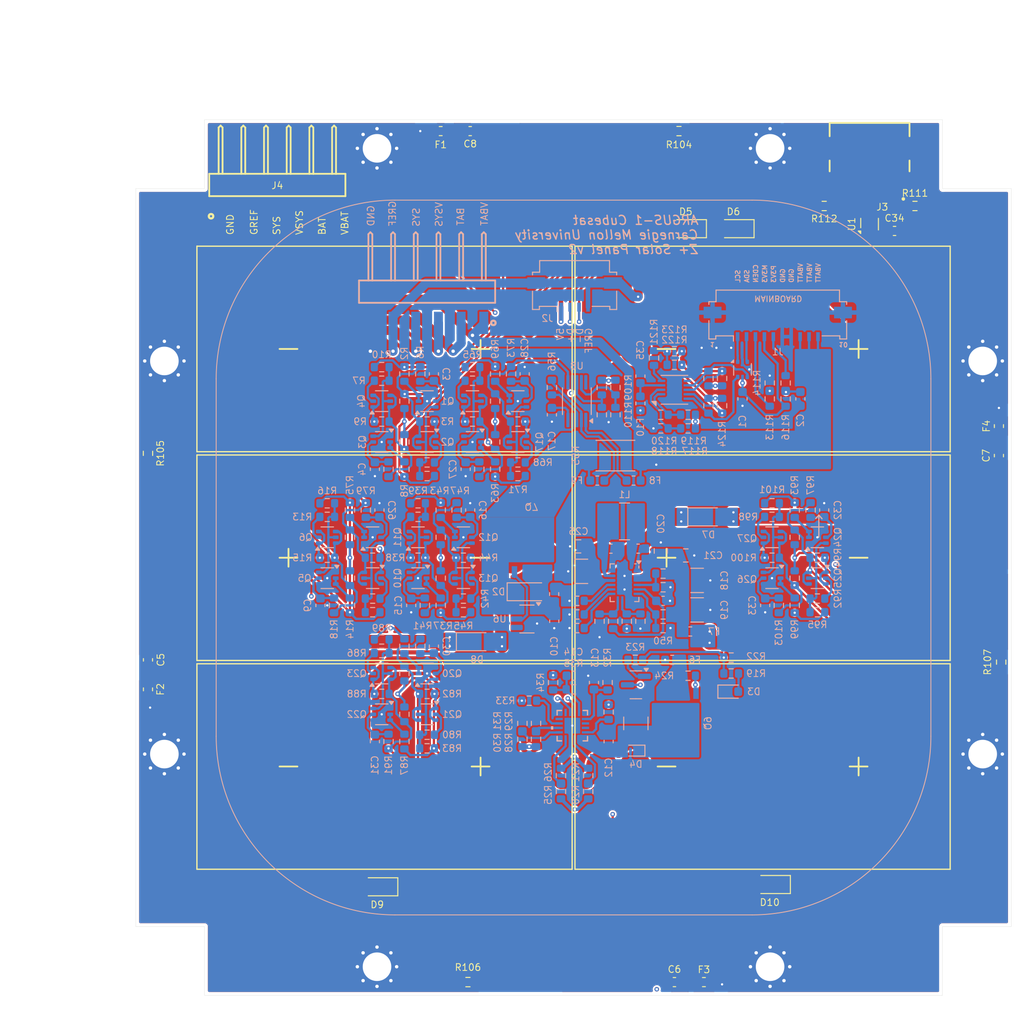
<source format=kicad_pcb>
(kicad_pcb (version 20240108) (generator "pcbnew") (generator_version "8.0")
  (layers (0 "F.Cu" signal) (1 "In1.Cu" signal) (2 "In2.Cu" signal) (31 "B.Cu" signal) (34 "B.Paste" user) (35 "F.Paste" user) (36 "B.SilkS" user "B.Silkscreen") (37 "F.SilkS" user "F.Silkscreen") (38 "B.Mask" user) (39 "F.Mask" user) (44 "Edge.Cuts" user))
  (net 0 "")
  (net 1 "GND")
  (net 2 "Net-(Q1B-G1)")
  (net 3 "MAIN_3V3")
  (net 4 "PERI_3V3")
  (net 5 "Net-(D2-A)")
  (net 6 "Net-(Q14B-G1)")
  (net 7 "/Coil Driver/VM")
  (net 8 "/Coil Driver/IPROPI")
  (net 9 "/Coil Driver/VREF")
  (net 10 "Net-(Q12B-G1)")
  (net 11 "Net-(U8-TIMER)")
  (net 12 "/Solar Charger/MPPT2/VIN")
  (net 13 "Net-(U9-SW1)")
  (net 14 "Net-(U9-BST1)")
  (net 15 "Net-(D8-K)")
  (net 16 "Net-(D7-K)")
  (net 17 "VSOLAR")
  (net 18 "Net-(U9-SW2)")
  (net 19 "Net-(U9-BST2)")
  (net 20 "/Solar Charger/MPPT2/VCC")
  (net 21 "/Solar Charger/Charge OR-ing2/IN")
  (net 22 "Net-(Q22B-G1)")
  (net 23 "Net-(Q24B-G1)")
  (net 24 "Net-(Q26B-G1)")
  (net 25 "Net-(D5-K)")
  (net 26 "VCHRG")
  (net 27 "COIL_P")
  (net 28 "Net-(D3-A)")
  (net 29 "COIL_N")
  (net 30 "VBATT")
  (net 31 "SDA")
  (net 32 "SCL")
  (net 33 "Net-(Q1A-D1)")
  (net 34 "Net-(Q1A-G2)")
  (net 35 "Net-(D6-K)")
  (net 36 "Net-(D10-A)")
  (net 37 "COIL_DRIVER_EN")
  (net 38 "Net-(J1-Pin_2)")
  (net 39 "Net-(J1-Pin_1)")
  (net 40 "/Sun Pyramid/LS0_SCL")
  (net 41 "/Sun Pyramid/LS0_SDA")
  (net 42 "/Sun Pyramid/LS1_SCL")
  (net 43 "SCL_SPWR")
  (net 44 "Net-(Q8-G)")
  (net 45 "Net-(Q12A-D1)")
  (net 46 "Net-(Q12A-G2)")
  (net 47 "SDA_SPWR")
  (net 48 "Net-(Q15A-B1)")
  (net 49 "Net-(Q13A-B1)")
  (net 50 "/Coil Driver/SCL_M")
  (net 51 "/Coil Driver/SDA_M")
  (net 52 "/Sun Pyramid/LS1_SDA")
  (net 53 "Net-(Q22A-D1)")
  (net 54 "Net-(Q22A-G2)")
  (net 55 "/Sun Pyramid/LS2_SCL")
  (net 56 "Net-(Q23A-B1)")
  (net 57 "Net-(Q24A-D1)")
  (net 58 "Net-(Q24A-G2)")
  (net 59 "/Sun Pyramid/LS2_SDA")
  (net 60 "Net-(Q25A-B1)")
  (net 61 "Net-(Q26A-D1)")
  (net 62 "Net-(Q27A-B1)")
  (net 63 "/Sun Pyramid/LS3_SCL")
  (net 64 "/Sun Pyramid/LS3_SDA")
  (net 65 "/Sun Pyramid/LS0_3V3")
  (net 66 "/Sun Pyramid/LS1_3V3")
  (net 67 "/Coil Driver/coil")
  (net 68 "Net-(U7-NFAULT)")
  (net 69 "/Coil Driver/A0_COIL")
  (net 70 "/Coil Driver/A1_COIL")
  (net 71 "Net-(U7-NSLEEP)")
  (net 72 "/Solar Charger/MPPT2/RUN")
  (net 73 "/Solar Charger/MPPT2/MPPC")
  (net 74 "/Solar Charger/PGOOD3")
  (net 75 "/Solar Charger/MPPT2/FB")
  (net 76 "Net-(U8-ON)")
  (net 77 "Net-(U9-ILIM)")
  (net 78 "Net-(U9-MODE)")
  (net 79 "Net-(U9-EXTVCC)")
  (net 80 "/Sun Pyramid/LS2_3V3")
  (net 81 "/Sun Pyramid/LS3_3V3")
  (net 88 "/Sun Pyramid/LS0_ADDR")
  (net 89 "/Sun Pyramid/LS1_ADDR")
  (net 90 "/Sun Pyramid/LS2_ADDR")
  (net 91 "/Sun Pyramid/LS3_ADDR")
  (net 92 "Net-(Q3B-G1)")
  (net 93 "Net-(Q5B-G1)")
  (net 94 "Net-(Q10B-G1)")
  (net 95 "Net-(Q16B-G1)")
  (net 96 "Net-(Q18B-G1)")
  (net 97 "Net-(Q20B-G1)")
  (net 98 "Net-(Q9-S)")
  (net 99 "Net-(Q2A-B1)")
  (net 100 "Net-(Q3A-G2)")
  (net 101 "Net-(Q3A-D1)")
  (net 102 "Net-(Q4A-B1)")
  (net 103 "Net-(Q5A-G2)")
  (net 104 "Net-(Q5A-D1)")
  (net 105 "Net-(Q6A-B1)")
  (net 106 "Net-(Q7-G)")
  (net 107 "Net-(Q8-D)")
  (net 108 "Net-(Q10A-G2)")
  (net 109 "Net-(Q10A-D1)")
  (net 110 "Net-(Q11A-B1)")
  (net 111 "Net-(Q14A-G2)")
  (net 112 "Net-(Q14A-D1)")
  (net 113 "Net-(Q16A-G2)")
  (net 114 "Net-(Q16A-D1)")
  (net 115 "Net-(Q17A-B1)")
  (net 116 "Net-(Q18A-G2)")
  (net 117 "Net-(Q18A-D1)")
  (net 118 "Net-(Q19A-B1)")
  (net 119 "Net-(Q20A-D1)")
  (net 120 "Net-(Q20A-G2)")
  (net 121 "Net-(Q21A-B1)")
  (net 122 "Net-(Q26A-G2)")
  (net 123 "Net-(U8-VCC)")
  (net 124 "Net-(U8-SENSE)")
  (net 125 "/Solar Charger/A0_S")
  (net 126 "/Solar Charger/A1_S")
  (net 127 "GNDREF")
  (net 128 "USB_5V")
  (net 131 "Net-(U11-V_{CC})")
  (net 132 "/Interfaces/Mainboard FPC/PERI_3V3_OR_GND")
  (net 133 "/Interfaces/Mainboard FPC/COIL_DRIVER_EN_OR_MAIN_3V3")
  (net 134 "/Interfaces/USB-C/D_CONN-")
  (net 135 "/Interfaces/USB-C/D_CONN+")
  (net 136 "/Interfaces/USB-C/D+")
  (net 137 "/Interfaces/USB-C/D-")
  (net 138 "/Interfaces/USB-C/CC1")
  (net 139 "/Interfaces/USB-C/CC2")
  (net 140 "/Interfaces/RBF/SYS")
  (net 141 "/Interfaces/RBF/BATT")
  (net 142 "/Interfaces/RBF/VSYS")
  (net 143 "Net-(U11-XORL)")
  (net 144 "Net-(U11-XORH)")
  (net 145 "Net-(U11-ENABLE)")
  (net 146 "/I2C Translator/SDAOUT")
  (net 147 "/I2C Translator/SCLOUT")
  (net 148 "SCL_MB")
  (net 149 "SDA_MB")
  (footprint "Argus-Miscellaneous:MountingHole_3.2mm_M3_DIN965_Pad_TopBottom" (layer "F.Cu") (at 196.051074 79.832061)
    (property "Reference" "H4" (hide yes))
    (property "Value" "MountingHole_Pad")
  )
  (footprint "Diode_SMD:D_PowerDI-123" (layer "F.Cu") (at 128.27 138.684 180)
    (property "Reference" "D9")
    (property "Value" "DFLS130L-7")
  )
  (footprint "Argus-Miscellaneous:MountingHole_3.2mm_M3_DIN965_Pad_TopBottom" (layer "F.Cu") (at 196.051074 123.832061)
    (property "Reference" "H2" (hide yes))
    (property "Value" "MountingHole_Pad")
  )
  (footprint "Resistor_SMD:R_0603_1608Metric" (layer "F.Cu") (at 162.052 54.102)
    (property "Reference" "R104")
    (property "Value" "0R")
  )
  (footprint "Fuse:Fuse_0603_1608Metric" (layer "F.Cu") (at 164.846 149.352 180)
    (property "Reference" "F3")
    (property "Value" "Fuse_Small")
  )
  (footprint "Argus-Miscellaneous:MountingHole_3.2mm_M3_DIN965_Pad_TopBottom" (layer "F.Cu") (at 128.251074 147.632061)
    (property "Reference" "H5" (hide yes))
    (property "Value" "MountingHole_Pad")
  )
  (footprint "Argus-IC:SunSensor" (layer "F.Cu") (at 104.14 101.854 90)
    (property "Reference" "U3" (hide yes))
    (property "Value" "SunSensor")
  )
  (footprint "Resistor_SMD:R_0603_1608Metric" (layer "F.Cu") (at 178.308 62.484 180)
    (property "Reference" "R112")
    (property "Value" "5k1")
  )
  (footprint "Argus-Connectors:GCT_BG301-06-X-XXXX-X-X_REVC" (layer "F.Cu") (at 117.094 63.632)
    (property "Reference" "J4")
    (property "Value" "BG301-06-X-XXXX-X-X_REVC")
  )
  (footprint "Diode_SMD:D_PowerDI-123" (layer "F.Cu") (at 172.212 138.43 180)
    (property "Reference" "D10")
    (property "Value" "DFLS130L-7")
  )
  (footprint "Fuse:Fuse_0603_1608Metric" (layer "F.Cu") (at 135.382 54.102)
    (property "Reference" "F1")
    (property "Value" "Fuse_Small")
  )
  (footprint "Argus-Miscellaneous:SM141K06TF" (layer "F.Cu") (at 129.093274 125.222)
    (property "Reference" "SC5" (hide yes))
    (property "Value" "SM141K06L")
  )
  (footprint "Resistor_SMD:R_0603_1608Metric" (layer "F.Cu") (at 188.468 62.484)
    (property "Reference" "R111")
    (property "Value" "5k1")
  )
  (footprint "Capacitor_SMD:C_0603_1608Metric" (layer "F.Cu") (at 138.684 54.102 180)
    (property "Reference" "C8")
    (property "Value" "100nF")
  )
  (footprint "Argus-Miscellaneous:SM141K06TF" (layer "F.Cu") (at 171.409674 101.854 180)
    (property "Reference" "SC3" (hide yes))
    (property "Value" "SM141K06L")
  )
  (footprint "Argus-Miscellaneous:SM141K06TF" (layer "F.Cu") (at 129.093274 78.486)
    (property "Reference" "SC1" (hide yes))
    (property "Value" "SM141K06L")
  )
  (footprint "Resistor_SMD:R_0603_1608Metric" (layer "F.Cu") (at 138.43 149.352 180)
    (property "Reference" "R106")
    (property "Value" "0R")
  )
  (footprint "Argus-Miscellaneous:MountingHole_3.2mm_M3_DIN965_Pad_TopBottom" (layer "F.Cu") (at 104.451074 79.832061)
    (property "Reference" "H1" (hide yes))
    (property "Value" "MountingHole_Pad")
  )
  (footprint "Argus-IC:SunSensor" (layer "F.Cu") (at 196.596 101.854 -90)
    (property "Reference" "U5" (hide yes))
    (property "Value" "SunSensor")
  )
  (footprint "Argus-IC:SunSensor" (layer "F.Cu") (at 150.368 55.626)
    (property "Reference" "U2" (hide yes))
    (property "Value" "SunSensor")
  )
  (footprint "Resistor_SMD:R_0603_1608Metric" (layer "F.Cu") (at 198.12 113.538 -90)
    (property "Reference" "R107")
    (property "Value" "0R")
  )
  (footprint "Argus-IC:SunSensor" (layer "F.Cu") (at 150.368 147.828 180)
    (property "Reference" "U4" (hide yes))
    (property "Value" "SunSensor")
  )
  (footprint "Argus-Miscellaneous:SM141K06TF" (layer "F.Cu") (at 129.093274 101.854 180)
    (property "Reference" "SC4" (hide yes))
    (property "Value" "SM141K06L")
  )
  (footprint "Argus-Miscellaneous:SM141K06TF" (layer "F.Cu") (at 171.409674 78.486)
    (property "Reference" "SC2" (hide yes))
    (property "Value" "SM141K06L")
  )
  (footprint "Diode_SMD:D_PowerDI-123" (layer "F.Cu") (at 168.148 65.024 180)
    (property "Reference" "D6")
    (property "Value" "DFLS130L-7")
  )
  (footprint "Argus-Miscellaneous:SM141K06TF" (layer "F.Cu") (at 171.409674 125.222)
    (property "Reference" "SC6" (hide yes))
    (property "Value" "SM141K06L")
  )
  (footprint "Capacitor_SMD:C_0603_1608Metric" (layer "F.Cu") (at 161.544 149.352)
    (property "Reference" "C6")
    (property "Value" "100nF")
  )
  (footprint "Argus-Connectors:GCT_USB4110GFA" (layer "F.Cu") (at 183.388 59.4665 180)
    (property "Reference" "J3")
    (property "Value" "USB4110GFA")
  )
  (footprint "Package_TO_SOT_SMD:SOT-666" (layer "F.Cu") (at 183.388 64.516 90)
    (property "Reference" "U1")
    (property "Value" "USBLC6-2P6")
  )
  (footprint "Argus-Miscellaneous:MountingHole_3.2mm_M3_DIN965_Pad_TopBottom" (layer "F.Cu") (at 104.451074 123.832061)
    (property "Reference" "H3" (hide yes))
    (property "Value" "MountingHole_Pad")
  )
  (footprint "Fuse:Fuse_0603_1608Metric" (layer "F.Cu") (at 102.616 116.586 90)
    (property "Reference" "F2")
    (property "Value" "Fuse_Small")
  )
  (footprint "Argus-Miscellaneous:MountingHole_3.2mm_M3_DIN965_Pad_TopBottom" (layer "F.Cu") (at 172.251074 56.032061)
    (property "Reference" "H6" (hide yes))
    (property "Value" "MountingHole_Pad")
  )
  (footprint "Capacitor_SMD:C_0603_1608Metric" (layer "F.Cu") (at 197.866 90.424 90)
    (property "Reference" "C7")
    (property "Value" "100nF")
  )
  (footprint "Argus-Miscellaneous:MountingHole_3.2mm_M3_DIN965_Pad_TopBottom" (layer "F.Cu") (at 128.251074 56.032061)
    (property "Reference" "H8" (hide yes))
    (property "Value" "MountingHole_Pad")
  )
  (footprint "Argus-Miscellaneous:MountingHole_3.2mm_M3_DIN965_Pad_TopBottom" (layer "F.Cu") (at 172.251074 147.632061)
    (property "Reference" "H7" (hide yes))
    (property "Value" "MountingHole_Pad")
  )
  (footprint "Diode_SMD:D_PowerDI-123" (layer "F.Cu") (at 162.814 65.024 180)
    (property "Reference" "D5")
    (property "Value" "DFLS130L-7")
  )
  (footprint "Capacitor_SMD:C_0603_1608Metric" (layer "F.Cu") (at 102.616 113.284 -90)
    (property "Reference" "C5")
    (property "Value" "100nF")
  )
  (footprint "Capacitor_SMD:C_0603_1608Metric" (layer "F.Cu") (at 186.182 65.278)
    (property "Reference" "C34")
    (property "Value" "4u7")
  )
  (footprint "Resistor_SMD:R_0603_1608Metric" (layer "F.Cu") (at 102.616 90.17 90)
    (property "Reference" "R105")
    (property "Value" "0R")
  )
  (footprint "Fuse:Fuse_0603_1608Metric" (layer "F.Cu") (at 197.866 87.122 -90)
    (property "Reference" "F4")
    (property "Value" "Fuse_Small")
  )
  (footprint "Capacitor_SMD:C_0603_1608Metric" (layer "B.Cu") (at 154.178 122.428 90)
    (property "Reference" "C12")
    (property "Value" "0.1uF")
  )
  (footprint "Package_TO_SOT_SMD:SOT-363_SC-70-6" (layer "B.Cu") (at 138.938 88.9 180)
    (property "Reference" "Q14" (hide yes))
    (property "Value" "NX3008NBKS")
  )
  (footprint "Resistor_SMD:R_0603_1608Metric" (layer "B.Cu") (at 161.544 78.74 180)
    (property "Reference" "R123")
    (property "Value" "10K")
  )
  (footprint "Capacitor_SMD:C_0603_1608Metric" (layer "B.Cu") (at 175.641 84.074 -90)
    (property "Reference" "C2")
    (property "Value" "100nF")
  )
  (footprint "Package_TO_SOT_SMD:SOT-363_SC-70-6" (layer "B.Cu") (at 137.922 104.14 180)
    (property "Reference" "Q13")
    (property "Value" "MBT2222ADW1T1")
  )
  (footprint "Resistor_SMD:R_0603_1608Metric" (layer "B.Cu") (at 131.318 119.38 -90)
    (property "Reference" "R90" (hide yes))
    (property "Value" "10K")
  )
  (footprint "Resistor_SMD:R_0603_1608Metric" (layer "B.Cu") (at 147.965074 115.824 -90)
    (property "Reference" "R34")
    (property "Value" "TBD")
  )
  (footprint "Resistor_SMD:R_0603_1608Metric" (layer "B.Cu") (at 146.05 120.396 -90)
    (property "Reference" "R29")
    (property "Value" "0R")
  )
  (footprint "Resistor_SMD:R_0603_1608Metric" (layer "B.Cu") (at 157.163 113.284 180)
    (property "Reference" "R23")
    (property "Value" "4k7")
  )
  (footprint "Capacitor_SMD:C_1210_3225Metric" (layer "B.Cu") (at 151.13 103.378 180)
    (property "Reference" "C26" (hide yes))
    (property "Value" "47uF")
  )
  (footprint "Package_TO_SOT_SMD:SOT-363_SC-70-6" (layer "B.Cu") (at 133.858 119.38 180)
    (property "Reference" "Q21")
    (property "Value" "MBT2222ADW1T1")
  )
  (footprint "Resistor_SMD:R_0603_1608Metric" (layer "B.Cu") (at 138.938 86.614 180)
    (property "Reference" "R64" (hide yes))
    (property "Value" "DNI (0R)")
  )
  (footprint "Package_TO_SOT_SMD:SOT-363_SC-70-6" (layer "B.Cu") (at 177.546 99.568)
    (property "Reference" "Q24")
    (property "Value" "NX3008NBKS")
  )
  (footprint "Resistor_SMD:R_0603_1608Metric" (layer "B.Cu") (at 143.256 81.28 -90)
    (property "Reference" "R73")
    (property "Value" "200K")
  )
  (footprint "Diode_SMD:D_PowerDI-123" (layer "B.Cu") (at 165.354 97.282)
    (property "Reference" "D7")
    (property "Value" "DFLS130L-7")
  )
  (footprint "Argus-Connectors:Molex_200528-0100_1x10-1MP_P1.00mm_Horizontal" (layer "B.Cu") (at 173.11116 76.2)
    (property "Reference" "J1")
    (property "Value" "200528-0100")
  )
  (footprint "Resistor_SMD:R_0603_1608Metric" (layer "B.Cu") (at 133.857999 91.186 180)
    (property "Reference" "R1" (hide yes))
    (property "Value" "680R")
  )
  (footprint "Package_TO_SOT_SMD:SOT-363_SC-70-6" (layer "B.Cu") (at 137.922 99.568)
    (property "Reference" "Q12")
    (property "Value" "NX3008NBKS")
  )
  (footprint "Package_TO_SOT_SMD:SOT-363_SC-70-6" (layer "B.Cu") (at 133.857999 88.9 180)
    (property "Reference" "Q2")
    (property "Value" "MBT2222ADW1T1")
  )
  (footprint "Resistor_SMD:R_0603_1608Metric" (layer "B.Cu") (at 157.734 108.966 -90)
    (property "Reference" "R54" (hide yes))
    (property "Value" "200K")
  )
  (footprint "Resistor_SMD:R_0603_1608Metric" (layer "B.Cu") (at 125.222 96.52 -90)
    (property "Reference" "R75")
    (property "Value" "100K")
  )
  (footprint "Capacitor_SMD:C_0603_1608Metric" (layer "B.Cu") (at 147.828 85.852 90)
    (property "Reference" "C17")
    (property "Value" "3.3nF")
  )
  (footprint "Resistor_SMD:R_0603_1608Metric" (layer "B.Cu") (at 131.318 81.28 -90)
    (property "Reference" "R2")
    (property "Value" "100K")
  )
  (footprint "Resistor_SMD:R_0603_1608Metric" (layer "B.Cu") (at 132.842 101.854 180)
    (property "Reference" "R38")
    (property "Value" "DNI (0R)")
  )
  (footprint "Package_TO_SOT_SMD:SOT-363_SC-70-6" (layer "B.Cu") (at 172.466 99.568)
    (property "Reference" "Q27")
    (property "Value" "MBT2222ADW1T1")
  )
  (footprint "Fuse:Fuse_0603_1608Metric" (layer "B.Cu") (at 152.908 93.218 180)
    (property "Reference" "F9")
    (property "Value" "100mA")
  )
  (footprint "Package_TO_SOT_SMD:SOT-363_SC-70-6" (layer "B.Cu") (at 138.938 84.328)
    (property "Reference" "Q15" (hide yes))
    (property "Value" "MBT2222ADW1T1")
  )
  (footprint "Resistor_SMD:R_0603_1608Metric" (layer "B.Cu") (at 167.894 114.808)
    (property "Reference" "R19")
    (property "Value" "2.7k")
  )
  (footprint "Package_TO_SOT_SMD:SOT-363_SC-70-6" (layer "B.Cu") (at 128.778 114.808)
    (property "Reference" "Q23")
    (property "Value" "MBT2222ADW1T1")
  )
  (footprint "Package_DFN_QFN:QFN-20-1EP_3x4mm_P0.5mm_EP1.65x2.65mm" (layer "B.Cu") (at 155.956 104.648 180)
    (property "Reference" "U9" (hide yes))
    (property "Value" "LTC3130")
  )
  (footprint "Fuse:Fuse_0603_1608Metric" (layer "B.Cu") (at 156.972 93.218)
    (property "Reference" "F8")
    (property "Value" "100mA")
  )
  (footprint "Argus-Connectors:Molex_200528-0040_1x04-1MP_P1.00mm_Horizontal" (layer "B.Cu") (at 150.368 72.898)
    (property "Reference" "J2")
    (property "Value" "Conn_01x04_MountingPin")
  )
  (footprint "Package_TO_SOT_SMD:SOT-363_SC-70-6" (layer "B.Cu") (at 122.682 99.568)
    (property "Reference" "Q6")
    (property "Value" "MBT2222ADW1T1")
  )
  (footprint "Resistor_SMD:R_0603_1608Metric" (layer "B.Cu") (at 175.006 104.14 -90)
    (property "Reference" "R102" (hide yes))
    (property "Value" "10K")
  )
  (footprint "Resistor_SMD:R_0603_1608Metric" (layer "B.Cu") (at 129.539999 122.428 90)
    (property "Reference" "R91")
    (property "Value" "200K")
  )
  (footprint "Resistor_SMD:R_0603_1608Metric" (layer "B.Cu") (at 154.94 85.852 90)
    (property "Reference" "R110")
    (property "Value" "0R")
  )
  (footprint "Resistor_SMD:R_0603_1608Metric" (layer "B.Cu") (at 167.894 113.03 180)
    (property "Reference" "R22")
    (property "Value" "10k")
  )
  (footprint "Resistor_SMD:R_0603_1608Metric" (layer "B.Cu") (at 144.526 122.174 -90)
    (property "Reference" "R30")
    (property "Value" "0R")
  )
  (footprint "Resistor_SMD:R_0603_1608Metric" (layer "B.Cu") (at 161.544 80.264 180)
    (property "Reference" "R122")
    (property "Value" "10K")
  )
  (footprint "Resistor_SMD:R_0603_1608Metric" (layer "B.Cu") (at 160.02 85.852)
    (property "Reference" "R120")
    (property "Value" "?")
  )
  (footprint "Resistor_SMD:R_0603_1608Metric" (layer "B.Cu") (at 133.857999 92.71 180)
    (property "Reference" "R4" (hide yes))
    (property "Value" "10K")
  )
  (footprint "Diode_SMD:D_PowerDI-123" (layer "B.Cu") (at 139.446 111.252)
    (property "Reference" "D8")
    (property "Value" "DFLS130L-7")
  )
  (footprint "Resistor_SMD:R_0603_1608Metric" (layer "B.Cu") (at 132.842 95.758)
    (property "Reference" "R39")
    (property "Value" "10K")
  )
  (footprint "Resistor_SMD:R_0603_1608Metric" (layer "B.Cu") (at 150.622 108.204)
    (property "Reference" "R61" (hide yes))
    (property "Value" "0R")
  )
  (footprint "Diode_SMD:D_SOD-123F" (layer "B.Cu") (at 145.034 105.664)
    (property "Reference" "D2")
    (property "Value" "PMEG4005EH")
  )
  (footprint "Resistor_SMD:R_0603_1608Metric" (layer "B.Cu") (at 151.892 126.238 -90)
    (property "Reference" "R21")
    (property "Value" "0R")
  )
  (footprint "Resistor_SMD:R_0603_1608Metric" (layer "B.Cu") (at 177.546 107.95 180)
    (property "Reference" "R95")
    (property "Value" "10K")
  )
  (footprint "Resistor_SMD:R_0603_1608Metric" (layer "B.Cu") (at 172.466 101.854 180)
    (property "Reference" "R100")
    (property "Value" "DNI (0R)")
  )
  (footprint "Resistor_SMD:R_0603_1608Metric" (layer "B.Cu") (at 153.416 85.852 90)
    (property "Reference" "R108" (hide yes))
    (property "Value" "0R")
  )
  (footprint "Resistor_SMD:R_0603_1608Metric" (layer "B.Cu") (at 137.922 101.854)
    (property "Reference" "R44")
    (property "Value" "DNI (0R)")
  )
  (footprint "Resistor_SMD:R_0603_1608Metric" (layer "B.Cu") (at 160.274 109.728)
    (property "Reference" "R50")
    (property "Value" "126k")
  )
  (footprint "Resistor_SMD:R_0603_1608Metric" (layer "B.Cu") (at 133.857999 86.614)
    (property "Reference" "R3")
    (property "Value" "DNI (0R)")
  )
  (footprint "Resistor_SMD:R_0603_1608Metric" (layer "B.Cu") (at 128.778 112.522)
    (property "Reference" "R86")
    (property "Value" "680R")
  )
  (footprint "Resistor_SMD:R_0603_1608Metric" (layer "B.Cu") (at 154.061074 115.824 90)
    (property "Reference" "R32")
    (property "Value" "TBD")
  )
  (footprint "Resistor_SMD:R_0603_1608Metric" (layer "B.Cu") (at 127.762 101.854)
    (property "Reference" "R76" (hide yes))
    (property "Value" "DNI (0R)")
  )
  (footprint "Resistor_SMD:R_0603_1608Metric" (layer "B.Cu") (at 131.317999 122.428 90)
    (property "Reference" "R87")
    (property "Value" "100K")
  )
  (footprint "Resistor_SMD:R_0603_1608Metric" (layer "B.Cu") (at 128.778 117.094 180)
    (property "Reference" "R88")
    (property "Value" "DNI (0R)")
  )
  (footprint "Package_DFN_QFN:DFN-10-1EP_3x3mm_P0.5mm_EP1.65x2.38mm" (layer "B.Cu") (at 161.544 83.058)
    (property "Reference" "U11" (hide yes))
    (property "Value" "LTC4316xDD")
  )
  (footprint "Package_TO_SOT_SMD:SOT-363_SC-70-6" (layer "B.Cu") (at 132.842 99.568)
    (property "Reference" "Q11")
    (property "Value" "MBT2222ADW1T1")
  )
  (footprint "Resistor_SMD:R_0603_1608Metric" (layer "B.Cu") (at 163.068 85.852)
    (property "Reference" "R119")
    (property "Value" "?")
  )
  (footprint "Package_TO_SOT_SMD:SOT-363_SC-70-6" (layer "B.Cu") (at 128.778 119.38 180)
    (property "Reference" "Q22")
    (property "Value" "NX3008NBKS")
  )
  (footprint "Argus-IC:WQFN16_RTE_TEX" (layer "B.Cu") (at 150.114 120.65 180)
    (property "Reference" "U7" (hide yes))
    (property "Value" "DRV8235RTER")
  )
  (footprint "Resistor_SMD:R_0603_1608Metric" (layer "B.Cu") (at 127.762 107.95 180)
    (property "Reference" "R77" (hide yes))
    (property "Value" "10K")
  )
  (footprint "Package_TO_SOT_SMD:TSOT-23-6" (layer "B.Cu") (at 145.034 108.712 180)
    (property "Reference" "U6")
    (property "Value" "LTC4412xS6")
  )
  (footprint "Resistor_SMD:R_0603_1608Metric" (layer "B.Cu") (at 131.318 88.9 -90)
    (property "Reference" "R11" (hide yes))
    (property "Value" "10K")
  )
  (footprint "Resistor_SMD:R_0603_1608Metric" (layer "B.Cu") (at 160.02 87.376)
    (property "Reference" "R118")
    (property "Value" "?")
  )
  (footprint "Capacitor_SMD:C_1210_3225Metric" (layer "B.Cu") (at 164.084 104.394)
    (property "Reference" "C18")
    (property "Value" "47uF")
  )
  (footprint "Resistor_SMD:R_0603_1608Metric" (layer "B.Cu") (at 129.54 91.948 90)
    (property "Reference" "R12" (hide yes))
    (property "Value" "200K")
  )
  (footprint "Resistor_SMD:R_0603_1608Metric" (layer "B.Cu") (at 147.828 82.804 -90)
    (property "Reference" "R56")
    (property "Value" "1K")
  )
  (footprint "Resistor_SMD:R_0603_1608Metric" (layer "B.Cu") (at 131.318 111.76 -90)
    (property "Reference" "R81" (hide yes))
    (property "Value" "100K")
  )
  (footprint "Resistor_SMD:R_0603_1608Metric" (layer "B.Cu") (at 137.922 106.426 180)
    (property "Reference" "R42")
    (property "Value" "680R")
  )
  (footprint "Package_TO_SOT_SMD:SOT-363_SC-70-6" (layer "B.Cu") (at 127.762 104.14 180)
    (property "Reference" "Q19" (hide yes))
    (property "Value" "MBT2222ADW1T1")
  )
  (footprint "Capacitor_SMD:C_0603_1608Metric" (layer "B.Cu") (at 144.78 81.28 90)
    (property "Reference" "C28")
    (property "Value" "10nF")
  )
  (footprint "Resistor_SMD:R_0603_1608Metric" (layer "B.Cu") (at 125.222 104.14 -90)
    (property "Reference" "R17" (hide yes))
    (property "Value" "10K")
  )
  (footprint "Resistor_SMD:R_0603_1608Metric" (layer "B.Cu") (at 150.251074 116.586)
    (property "Reference" "R35")
    (property "Value" "TBD")
  )
  (footprint "Package_TO_SOT_SMD:SOT-666" (layer "B.Cu") (at 169.164 80.772 -90)
    (property "Reference" "U10" (hide yes))
    (property "Value" "USBLC6-2P6")
  )
  (footprint "Package_TO_SOT_SMD:SOT-363_SC-70-6" (layer "B.Cu") (at 128.778 88.9 180)
    (property "Reference" "Q3")
    (property "Value" "NX3008NBKS")
  )
  (footprint "Capacitor_SMD:C_0805_2012Metric" (layer "B.Cu") (at 162.814 101.6)
    (property "Reference" "C21")
    (property "Value" "1uF")
  )
  (footprint "Resistor_SMD:R_0603_1608Metric" (layer "B.Cu") (at 128.778 80.518)
    (property "Reference" "R10")
    (property "Value" "10K")
  )
  (footprint "Package_TO_SOT_SMD:SOT-363_SC-70-6" (layer "B.Cu") (at 127.762 99.568)
    (property "Reference" "Q18" (hide yes))
    (property "Value" "NX3008NBKS")
  )
  (footprint "Resistor_SMD:R_0603_1608Metric" (layer "B.Cu") (at 135.382 96.52 -90)
    (property "Reference" "R43")
    (property "Value" "100K")
  )
  (footprint "Capacitor_SMD:C_0603_1608Metric" (layer "B.Cu") (at 128.016 122.428 -90)
    (property "Reference" "C31")
    (property "Value" "10nF")
  )
  (footprint "Resistor_SMD:R_0603_1608Metric" (layer "B.Cu") (at 137.16 96.52 -90)
    (property "Reference" "R47")
    (property "Value" "200K")
  )
  (footprint "Resistor_SMD:R_0603_1608Metric" (layer "B.Cu") (at 139.7 91.948 90)
    (property "Reference" "R67" (hide yes))
    (property "Value" "200K")
  )
  (footprint "Capacitor_SMD:C_0603_1608Metric" (layer "B.Cu") (at 132.08 107.188 -90)
    (property "Reference" "C15")
    (property "Value" "10nF")
  )
  (footprint "Resistor_SMD:R_0603_1608Metric" (layer "B.Cu") (at 133.096 81.28 -90)
    (property "Reference" "R6")
    (property "Value" "200K")
  )
  (footprint "Diode_SMD:Nexperia_DSN1608-2_1.6x0.8mm" (layer "B.Cu") (at 157.226 123.444 180)
    (property "Reference" "D4")
    (property "Value" "10V")
  )
  (footprint "Capacitor_SMD:C_1210_3225Metric" (layer "B.Cu") (at 157.226 120.396 90)
    (property "Reference" "C11" (hide yes))
    (property "Value" "10uF")
  )
  (footprint "Argus-Miscellaneous:PowerPAK SO-8" (layer "B.Cu") (at 145.542 100.076 -90)
    (property "Reference" "Q7")
    (property "Value" "SiRA99DP")
  )
  (footprint "Resistor_SMD:R_0603_1608Metric" (layer "B.Cu") (at 160.274 103.632 180)
    (property "Reference" "R48" (hide yes))
    (property "Value" "1.91M")
  )
  (footprint "Capacitor_SMD:C_0603_1608Metric" (layer "B.Cu") (at 157.48 100.838)
    (property "Reference" "C22" (hide yes))
    (property "Value" "22nF")
  )
  (footprint "Resistor_SMD:R_0603_1608Metric" (layer "B.Cu") (at 133.604 107.188 90)
    (property "Reference" "R41")
    (property "Value" "200K")
  )
  (footprint "Package_TO_SOT_SMD:SOT-23" (layer "B.Cu") (at 157.226 116.078 180)
    (property "Reference" "Q8" (hide yes))
    (property "Value" "IRLML2803")
  )
  (footprint "Resistor_SMD:R_0603_1608Metric" (layer "B.Cu") (at 146.05 122.174 -90)
    (property "Reference" "R28")
    (property "Value" "0R")
  )
  (footprint "Argus-Passives:L_Coilcraft_LPS4018" (layer "B.Cu") (at 155.956 97.79 180)
    (property "Reference" "L1")
    (property "Value" "6.8uH")
  )
  (footprint "Capacitor_SMD:C_0603_1608Metric" (layer "B.Cu") (at 152.537074 115.824 90)
    (property "Reference" "C13")
    (property "Value" "1nF")
  )
  (footprint "Capacitor_SMD:C_0603_1608Metric" (layer "B.Cu") (at 154.432 100.838 180)
    (property "Reference" "C23" (hide yes))
    (property "Value" "22nF")
  )
  (footprint "Capacitor_SMD:C_0603_1608Metric" (layer "B.Cu") (at 138.176 91.948 -90)
    (property "Reference" "C27")
    (property "Value" "10nF")
  )
  (footprint "Resistor_SMD:R_0603_1608Metric" (layer "B.Cu") (at 150.622 106.68 180)
    (property "Reference" "R52" (hide yes))
    (property "Value" "100K")
  )
  (footprint "Package_TO_SOT_SMD:SOT-363_SC-70-6" (layer "B.Cu") (at 122.682 104.14 180)
    (property "Reference" "Q5")
    (property "Value" "NX3008NBKS")
  )
  (footprint "Resistor_SMD:R_0603_1608Metric" (layer "B.Cu") (at 145.288 117.856 180)
    (property "Reference" "R33")
    (property "Value" "1k")
  )
  (footprint "Capacitor_SMD:C_0603_1608Metric" (layer "B.Cu") (at 150.251074 115.062)
    (property "Reference" "C14")
    (property "Value" "0.1uF")
  )
  (footprint "Fuse:Fuse_0603_1608Metric" (layer "B.Cu") (at 163.322 110.109)
    (property "Reference" "F7")
    (property "Value" "100mA")
  )
  (footprint "Resistor_SMD:R_0603_1608Metric" (layer "B.Cu") (at 125.222 99.568 90)
    (property "Reference" "R78" (hide yes))
    (property "Value" "10K")
  )
  (footprint "Resistor_SMD:R_0603_1608Metric" (layer "B.Cu") (at 177.546 106.426 180)
    (property "Reference" "R92")
    (property "Value" "680R")
  )
  (footprint "Resistor_SMD:R_0603_1608Metric" (layer "B.Cu") (at 133.096 111.76 -90)
    (property "Reference" "R85" (hide yes))
    (property "Value" "200K")
  )
  (footprint "Fuse:Fuse_0603_1608Metric" (layer "B.Cu") (at 157.734 84.582 90)
    (property "Reference" "F10")
    (property "Value" "100mA")
  )
  (footprint "Resistor_SMD:R_0603_1608Metric" (layer "B.Cu") (at 135.382 107.188 90)
    (property "Reference" "R37")
    (property "Value" "100K")
  )
  (footprint "Resistor_SMD:R_0603_1608Metric" (layer "B.Cu") (at 172.466 97.282)
    (property "Reference" "R98")
    (property "Value" "680R")
  )
  (footprint "Capacitor_SMD:C_0603_1608Metric" (layer "B.Cu") (at 128.524 96.52 90)
    (property "Reference" "C29")
    (property "Value" "10nF")
  )
  (footprint "Resistor_SMD:R_0603_1608Metric" (layer "B.Cu") (at 154.94 82.804 90)
    (property "Reference" "R109")
    (property "Value" "0R")
  )
  (footprint "Resistor_SMD:R_0603_1608Metric" (layer "B.Cu") (at 177.546 101.854)
    (property "Reference" "R94")
    (property "Value" "DNI (0R)")
  )
  (footprint "Resistor_SMD:R_0603_1608Metric" (layer "B.Cu") (at 160.274 108.204 180)
    (property "Reference" "R49" (hide yes))
    (property "Value" "1.91M")
  )
  (footprint "Capacitor_SMD:C_0603_1608Metric" (layer "B.Cu") (at 121.92 107.188 -90)
    (property "Reference" "C9")
    (property "Value" "10nF")
  )
  (footprint "LED_SMD:LED_0603_1608Metric" (layer "B.Cu") (at 167.894 116.84)
    (property "Reference" "D3")
    (property "Value" "GREEN")
  )
  (footprint "Resistor_SMD:R_0603_1608Metric" (layer "B.Cu") (at 175.006 96.52 -90)
    (property "Reference" "R93")
    (property "Value" "100K")
  )
  (footprint "Capacitor_SMD:C_0603_1608Metric" (layer "B.Cu") (at 169.164 84.074 -90)
    (property "Reference" "C1")
    (property "Value" "100nF")
  )
  (footprint "Resistor_SMD:R_0603_1608Metric" (layer "B.Cu") (at 163.068 115.062 180)
    (property "Reference" "R24")
    (property "Value" "10k")
  )
  (footprint "Resistor_SMD:R_0603_1608Metric" (layer "B.Cu") (at 127 96.52 -90)
    (property "Reference" "R79")
    (property "Value" "200K")
  )
  (footprint "Package_TO_SOT_SMD:SOT-363_SC-70-6" (layer "B.Cu") (at 133.858 114.808)
    (property "Reference" "Q20")
    (property "Value" "NX3008NBKS")
  )
  (footprint "Package_TO_SOT_SMD:SOT-363_SC-70-6" (layer "B.Cu") (at 144.018 88.9 180)
    (property "Reference" "Q17")
    (property "Value" "MBT2222ADW1T1")
  )
  (footprint "Resistor_SMD:R_0603_1608Metric" (layer "B.Cu") (at 148.844 126.238 -90)
    (property "Reference" "R26")
    (property "Value" "0R")
  )
  (footprint "Resistor_SMD:R_0603_1608Metric" (layer "B.Cu") (at 122.682 95.758)
    (property "Reference" "R16")
    (property "Value" "10K")
  )
  (footprint "Resistor_SMD:R_0603_1608Metric" (layer "B.Cu") (at 154.178 119.126 -90)
    (property "Reference" "R27" (hide yes))
    (property "Value" "10k")
  )
  (footprint "Resistor_SMD:R_0603_1608Metric" (layer "B.Cu") (at 128.778 82.042)
    (property "Reference" "R7")
    (property "Value" "680R")
  )
  (footprint "Resistor_SMD:R_0603_1608Metric" (layer "B.Cu") (at 148.844 128.016 -90)
    (property "Reference" "R25")
    (property "Value" "0R")
  )
  (footprint "Capacitor_SMD:C_0603_1608Metric" (layer "B.Cu") (at 134.619999 81.28 90)
    (property "Reference" "C3")
    (property "Value" "10nF")
  )
  (footprint "Resistor_SMD:R_0603_1608Metric" (layer "B.Cu") (at 160.274 105.156)
    (property "Reference" "R51" (hide yes))
    (property "Value" "182k")
  )
  (footprint "Resistor_SMD:R_0603_1608Metric" (layer "B.Cu") (at 141.478 81.28 -90)
    (property "Reference" "R69")
    (property "Value" "100K")
  )
  (footprint "Resistor_SMD:R_0603_1608Metric" (layer "B.Cu") (at 151.892 128.016 -90)
    (property "Reference" "R20")
    (property "Value" "0R")
  )
  (footprint "Package_TO_SOT_SMD:SOT-363_SC-70-6" (layer "B.Cu") (at 144.018 84.328)
    (property "Reference" "Q16" (hide yes))
    (property "Value" "NX3008NBKS")
  )
  (footprint "Capacitor_SMD:C_0603_1608Metric" (layer "B.Cu") (at 128.016 91.948 -90)
    (property "Reference" "C4")
    (property "Value" "10nF")
  )
  (footprint "Resistor_SMD:R_0603_1608Metric" (layer "B.Cu") (at 123.444 107.188 90)
    (property "Reference" "R18")
    (property "Value" "200K")
  )
  (footprint "Resistor_SMD:R_0603_1608Metric" (layer "B.Cu") (at 138.938 80.518)
    (property "Reference" "R65")
    (property "Value" "10K")
  )
  (footprint "Resistor_SMD:R_0603_1608Metric" (layer "B.Cu") (at 173.99 82.296 -90)
    (property "Reference" "R115" (hide yes))
    (property "Value" "0R")
  )
  (footprint "Package_TO_SOT_SMD:SOT-363_SC-70-6" (layer "B.Cu") (at 177.546 104.14 180)
    (property "Reference" "Q25")
    (property "Value" "MBT2222ADW1T1")
  )
  (footprint "Resistor_SMD:R_0603_1608Metric" (layer "B.Cu") (at 153.416 82.804 90)
    (property "Reference" "R57" (hide yes))
    (property "Value" "0R")
  )
  (footprint "Resistor_SMD:R_0603_1608Metric" (layer "B.Cu") (at 172.212 84.074 90)
    (property "Reference" "R113")
    (property "Value" "0R")
  )
  (footprint "Resistor_SMD:R_0603_1608Metric" (layer "B.Cu") (at 150.622 109.728 180)
    (property "Reference" "R60" (hide yes))
    (property "Value" "0R")
  )
  (footprint "Capacitor_SMD:C_0805_2012Metric" (layer "B.Cu") (at 160.02 101.092 90)
    (property "Reference" "C20")
    (property "Value" "1uF")
  )
  (footprint "Capacitor_SMD:C_0603_1608Metric" (layer "B.Cu") (at 134.619999 111.76 90)
    (property "Reference" "C30")
    (property "Value" "10nF")
  )
  (footprint "Package_SO:MSOP-10_3x3mm_P0.5mm" (layer "B.Cu") (at 150.622 84.328 90)
    (property "Reference" "U8")
    (property "Value" "ADM1176-1ARMZ-R7")
  )
  (footprint "Resistor_SMD:R_0603_1608Metric" (layer "B.Cu") (at 125.222 107.188 90)
    (property "Reference" "R14")
    (property "Value" "100K")
  )
  (footprint "Resistor_SMD:R_0603_1608Metric" (layer "B.Cu") (at 159.258 79.502 90)
    (property "Reference" "R121")
    (property "Value" "10K")
  )
  (footprint "Resistor_SMD:R_0603_1608Metric" (layer "B.Cu") (at 156.21 108.966 90)
    (property "Reference" "R53" (hide yes))
    (property "Value" "1.47M")
  )
  (footprint "Resistor_SMD:R_0603_1608Metric" (layer "B.Cu") (at 141.478 91.948 90)
    (property "Reference" "R63")
    (property "Value" "100K")
  )
  (footprint "Resistor_SMD:R_0603_1608Metric" (layer "B.Cu") (at 131.318 91.948 90)
    (property "Reference" "R8")
    (property "Value" "100K")
  )
  (footprint "Resistor_SMD:R_0603_1608Metric" (layer "B.Cu") (at 138.938 82.042)
    (property "Reference" "R62" (hide yes))
    (property "Value" "680R")
  )
  (footprint "Capacitor_SMD:C_0603_1608Metric" (layer "B.Cu") (at 148.091428 108.966 -90)
    (property "Reference" "C10")
    (property "Value" "0.1uF")
  )
  (footprint "Capacitor_SMD:C_0603_1608Metric" (layer "B.Cu") (at 178.308 96.52 90)
    (property "Reference" "C32")
    (property "Value" "10nF")
  )
  (footprint "Resistor_SMD:R_0603_1608Metric" (layer "B.Cu") (at 163.068 87.376)
    (property "Reference" "R117")
    (property "Value" "?")
  )
  (footprint "Capacitor_SMD:C_0805_2012Metric" (layer "B.Cu") (at 150.81 100.584 180)
    (property "Reference" "C25")
    (property "Value" "1uF")
  )
  (footprint "Resistor_SMD:R_0603_1608Metric" (layer "B.Cu") (at 131.318 114.808 90)
    (property "Reference" "R84" (hide yes))
    (property "Value" "10K")
  )
  (footprint "Resistor_SMD:R_0603_1608Metric" (layer "B.Cu") (at 137.922 107.95 180)
    (property "Reference" "R45")
    (property "Value" "10K")
  )
  (footprint "Package_TO_SOT_SMD:SOT-363_SC-70-6" (layer "B.Cu") (at 133.857999 84.328)
    (property "Reference" "Q1")
    (property "Value" "NX3008NBKS")
  )
  (footprint "Argus-Miscellaneous:PowerPAK SO-8" (layer "B.Cu") (at 162.052 120.3815 90)
    (property "Reference" "Q9")
    (property "Value" "SiRA99DP")
  )
  (footprint "Resistor_SMD:R_0603_1608Metric" (layer "B.Cu") (at 154.686 108.966 -90)
    (property "Reference" "R58" (hide yes))
    (property "Value" "0R (DNI)")
  )
  (footprint "Resistor_SMD:R_0603_1608Metric" (layer "B.Cu") (at 122.682 101.854 180)
    (property "Reference" "R15")
    (property "Value" "DNI (0R)")
  )
  (footprint "Resistor_SMD:R_0603_1608Metric" (layer "B.Cu") (at 175.006 99.568 90)
    (property "Reference" "R96" (hide yes))
    (property "Value" "10K")
  )
  (footprint "Resistor_SMD:R_0603_1608Metric" (layer "B.Cu") (at 165.354 84.836 -90)
    (property "Reference" "R126" (hide yes))
    (property "Value" "0R (DNI)")
  )
  (footprint "Resistor_SMD:R_0603_1608Metric" (layer "B.Cu") (at 127.762 106.426 180)
    (property "Reference" "R74" (hide yes))
    (property "Value" "680R")
  )
  (footprint "Resistor_SMD:R_0603_1608Metric" (layer "B.Cu") (at 135.382 104.14 -90)
    (property "Reference" "R40" (hide yes))
    (property "Value" "10K")
  )
  (footprint "Resistor_SMD:R_0603_1608Metric" (layer "B.Cu") (at 132.842 97.282)
    (property "Reference" "R36" (hide yes))
    (property "Value" "680R")
  )
  (footprint "Package_TO_SOT_SMD:SOT-363_SC-70-6" (layer "B.Cu") (at 128.778 84.328)
    (property "Reference" "Q4")
    (property "Value" "MBT2222ADW1T1")
  )
  (footprint "Package_TO_SOT_SMD:SOT-363_SC-70-6" (layer "B.Cu") (at 172.466 104.14 180)
    (property "Reference" "Q26")
    (property "Value" "NX3008NBKS")
  )
  (footprint "Resistor_SMD:R_0603_1608Metric" (layer "B.Cu") (at 166.878 84.836 -90)
    (property "Reference" "R124")
    (property "Value" "0R")
  )
  (footprint "Resistor_SMD:R_0603_1608Metric" (layer "B.Cu") (at 144.018 92.71 180)
    (property "Reference" "R71")
    (property "Value" "10K")
  )
  (footprint "Fuse:Fuse_0603_1608Metric" (layer "B.Cu") (at 148.082 105.918 90)
    (property "Reference" "F5" (hide yes))
    (property "Value" "500mA")
  )
  (footprint "Argus-Connectors:GCT_BG301-06-X-XXXX-X-X_REVC" (layer "B.Cu") (at 133.858 75.57 180)
    (property "Reference" "J5" (hide yes))
    (property "Value" "BG301-06-X-XXXX-X-X_REVC")
  )
  (footprint "Package_TO_SOT_SMD:SOT-363_SC-70-6" (layer "B.Cu") (at 132.842 104.14 180)
    (property "Reference" "Q10")
    (property "Value" "NX3008NBKS")
  )
  (footprint "Resistor_SMD:R_0603_1608Metric" (layer "B.Cu") (at 166.878 81.788 90)
    (property "Reference" "R125" (hide yes))
    (property "Value" "0R")
  )
  (footprint "Capacitor_SMD:C_0603_1608Metric" (layer "B.Cu") (at 171.704 107.188 -90)
    (property "Reference" "C33")
    (property "Value" "10nF")
  )
  (footprint "Resistor_SMD:R_0603_1608Metric" (layer "B.Cu") (at 133.858 123.19 180)
    (property "Reference" "R83")
    (property "Value" "10K")
  )
  (footprint "Resistor_SMD:R_0603_1608Metric" (layer "B.Cu") (at 144.018 91.186 180)
    (property "Reference" "R68")
    (property "Value" "680R")
  )
  (footprint "Capacitor_SMD:C_0603_1608Metric" (layer "B.Cu") (at 157.734 81.534 90)
    (property "Reference" "C35")
    (property "Value" "0.1uF")
  )
  (footprint "Resistor_SMD:R_0603_1608Metric" (layer "B.Cu") (at 173.99 84.074 90)
    (property "Reference" "R116")
    (property "Value" "0R")
  )
  (footprint "Resistor_SMD:R_0603_1608Metric" (layer "B.Cu") (at 144.018 86.614)
    (property "Reference" "R70" (hide yes))
    (property "Value" "DNI (0R)")
  )
  (footprint "Resistor_SMD:R_0603_1608Metric" (layer "B.Cu") (at 135.382 99.568 90)
    (property "Reference" "R46" (hide yes))
    (property "Value" "10K")
  )
  (footprint "Resistor_SMD:R_0603_1608Metric" (layer "B.Cu") (at 131.317999 84.328 90)
    (property "Reference" "R5" (hide yes))
    (property "Value" "10K")
  )
  (footprint "Resistor_SMD:R_0603_1608Metric" (layer "B.Cu") (at 128.778 110.998)
    (property "Reference" "R89")
    (property "Value" "10K")
  )
  (footprint "Fuse:Fuse_0603_1608Metric" (layer "B.Cu") (at 161.29 113.284 180)
    (property "Reference" "F6")
    (property "Value" "500mA")
  )
  (footprint "Resistor_SMD:R_0603_1608Metric" (layer "B.Cu") (at 141.478 84.328 90)
    (property "Reference" "R72" (hide yes))
    (property "Value" "10K")
  )
  (footprint "Capacitor_SMD:C_1210_3225Metric" (layer "B.Cu") (at 164.084 107.696)
    (property "Reference" "C19")
    (property "Value" "10uF")
  )
  (footprint "Resistor_SMD:R_0603_1608Metric" (layer "B.Cu") (at 128.778 86.614 180)
    (property "Reference" "R9")
    (property "Value" "DNI (0R)")
  )
  (footprint "Resistor_SMD:R_0603_1608Metric" (layer "B.Cu") (at 141.478 88.9 -90)
    (property "Reference" "R66" (hide yes))
    (property "Value" "10K")
  )
  (footprint "Resistor_SMD:R_0603_1608Metric" (layer "B.Cu") (at 172.212 82.296 -90)
    (property "Reference" "R114")
    (property "Value" "0R")
  )
  (footprint "Resistor_SMD:R_0603_1608Metric" (layer "B.Cu") (at 165.354 81.788 90)
    (property "Reference" "R127" (hide yes))
    (property "Value" "0R (DNI)")
  )
  (footprint "Resistor_SMD:R_0603_1608Metric" (layer "B.Cu") (at 176.784 96.52 -90)
    (property "Reference" "R97")
    (property "Value" "200K")
  )
  (footprint "Resistor_SMD:R_0603_1608Metric" (layer "B.Cu") (at 153.162 108.966 -90)
    (property "Reference" "R59" (hide yes))
    (property "Value" "0R")
  )
  (footprint "Resistor_SMD:R_0603_1608Metric" (layer "B.Cu") (at 133.858 117.094)
    (property "Reference" "R82")
    (property "Value" "DNI (0R)")
  )
  (footprint "Resistor_SMD:R_0603_1608Metric" (layer "B.Cu") (at 173.228 107.188 90)
    (property "Reference" "R103")
    (property "Value" "200K")
  )
  (footprint "Resistor_SMD:R_0603_1608Metric" (layer "B.Cu") (at 122.682 97.282)
    (property "Reference" "R13")
    (property "Value" "680R")
  )
  (footprint "Resistor_SMD:R_0603_1608Metric" (layer "B.Cu") (at 133.858 121.666 180)
    (property "Reference" "R80")
    (property "Value" "680R")
  )
  (footprint "Resistor_SMD:R_0603_1608Metric" (layer "B.Cu") (at 175.006 107.188 90)
    (property "Reference" "R99")
    (property "Value" "100K")
  )
  (footprint "Capacitor_SMD:C_0603_1608Metric" (layer "B.Cu") (at 138.684 96.52 90)
    (property "Reference" "C16")
    (property "Value" "10nF")
  )
  (footprint "Capacitor_SMD:C_0603_1608Metric" (layer "B.Cu") (at 160.274 106.68)
    (property "Reference" "C24" (hide yes))
    (property "Value" "4.7uF")
  )
  (footprint "Resistor_SMD:R_0603_1608Metric" (layer "B.Cu") (at 144.526 120.396 -90)
    (property "Reference" "R31")
    (property "Value" "0R")
  )
  (footprint "Resistor_SMD:R_0603_1608Metric" (layer "B.Cu") (at 172.466 95.758)
    (property "Reference" "R101")
    (property "Value" "10K")
  )
  (footprint "Resistor_SMD:R_2512_6332Metric" (layer "B.Cu") (at 154.94 90.424)
    (property "Reference" "R55")
    (property "Value" "?R")
  )
  (gr_arc (start 170.251474 61.8286) (mid 184.39361 67.686464) (end 190.251474 81.8286) (stroke (width 0.1)) (layer "B.SilkS"))
  (gr_line (start 110.251474 81.8286) (end 110.251475 121.8286) (stroke (width 0.1)) (layer "B.SilkS"))
  (gr_line (start 178.064074 97.485261) (end 177.708474 97.078861) (stroke (width 0.127)) (layer "B.SilkS"))
  (gr_line (start 170.251474 61.8286) (end 130.251474 61.8286) (stroke (width 0.1)) (layer "B.SilkS"))
  (gr_line (start 130.251475 141.828599) (end 170.251473 141.8286) (stroke (width 0.1)) (layer "B.SilkS"))
  (gr_arc (start 110.251474 81.8286) (mid 116.109338 67.686464) (end 130.251474 61.8286) (stroke (width 0.1)) (layer "B.SilkS"))
  (gr_arc (start 190.251474 121.828599) (mid 184.39361 135.970736) (end 170.251473 141.8286) (stroke (width 0.1)) (layer "B.SilkS"))
  (gr_line (start 190.251474 121.828599) (end 190.251474 81.8286) (stroke (width 0.1)) (layer "B.SilkS"))
  (gr_line (start 177.708474 97.078861) (end 177.352874 97.485261) (stroke (width 0.127)) (layer "B.SilkS"))
  (gr_line (start 177.708474 99.542661) (end 177.708474 97.078861) (stroke (width 0.127)) (layer "B.SilkS"))
  (gr_line (start 177.708474 97.078861) (end 178.064074 97.485261) (stroke (width 0.1)) (layer "B.SilkS"))
  (gr_arc (start 130.251475 141.828599) (mid 116.10934 135.970735) (end 110.251475 121.8286) (stroke (width 0.1)) (layer "B.SilkS"))
  (gr_line (start 108.951074 150.832061) (end 108.951074 143.132061) (stroke (width 0.0254)) (layer "Edge.Cuts"))
  (gr_line (start 101.251074 143.132061) (end 101.251074 60.532061) (stroke (width 0.0254)) (layer "Edge.Cuts"))
  (gr_line (start 191.551074 60.532061) (end 199.251074 60.532061) (stroke (width 0.0254)) (layer "Edge.Cuts"))
  (gr_line (start 108.951074 143.132061) (end 101.251074 143.132061) (stroke (width 0.0254)) (layer "Edge.Cuts"))
  (gr_line (start 191.551074 150.832061) (end 108.951074 150.832061) (stroke (width 0.0254)) (layer "Edge.Cuts"))
  (gr_line (start 108.951074 52.832061) (end 108.951074 60.532061) (stroke (width 0.0254)) (layer "Edge.Cuts"))
  (gr_line (start 191.551074 52.832061) (end 191.551074 60.532061) (stroke (width 0.0254)) (layer "Edge.Cuts"))
  (gr_line (start 191.551074 143.132061) (end 199.251074 143.132061) (stroke (width 0.0254)) (layer "Edge.Cuts"))
  (gr_line (start 108.951074 52.832061) (end 191.551074 52.832061) (stroke (width 0.0254)) (layer "Edge.Cuts"))
  (gr_line (start 199.251074 60.532061) (end 199.251074 143.132061) (stroke (width 0.0254)) (layer "Edge.Cuts"))
  (gr_line (start 108.951074 60.532061) (end 101.251074 60.532061) (stroke (width 0.0254)) (layer "Edge.Cuts"))
  (gr_line (start 191.551074 150.832061) (end 191.551074 143.132061) (stroke (width 0.0254)) (layer "Edge.Cuts"))
  (gr_text "CDEN" (at 170.647276 71.12 90) (layer "B.SilkS") (effects (font (size 0.508 0.508) (thickness 0.1016) (bold yes)) (justify right mirror)))
  (gr_text "BAT" (at 138.049 62.611 90) (layer "B.SilkS") (effects (font (size 0.762 0.762) (thickness 0.1016)) (justify left bottom mirror)))
  (gr_text "SDA" (at 169.656676 71.12 90) (layer "B.SilkS") (effects (font (size 0.508 0.508) (thickness 0.1016) (bold yes)) (justify right mirror)))
  (gr_text "D-" (at 151.384 76.073 90) (layer "B.SilkS") (effects (font (size 0.762 0.762) (thickness 0.1016)) (justify left bottom mirror)))
  (gr_text "SCL" (at 168.640675 71.12 90) (layer "B.SilkS") (effects (font (size 0.508 0.508) (thickness 0.1016) (bold yes)) (justify right mirror)))
  (gr_text "MAINBOARD" (at 173.161874 72.847261 180) (layer "B.SilkS") (effects (font (size 0.635 0.635) (thickness 0.1016)) (justify mirror)))
  (gr_text "GND" (at 173.669875 71.12 90) (layer "B.SilkS") (effects (font (size 0.508 0.508) (thickness 0.1016) (bold yes)) (justify right mirror)))
  (gr_text "GND" (at 128.016 62.357 90) (layer "B.SilkS") (effects (font (size 0.762 0.762) (thickness 0.1016)) (justify left bottom mirror)))
  (gr_text "GREF" (at 152.4 76.073 90) (layer "B.SilkS") (effects (font (size 0.762 0.762) (thickness 0.1016)) (justify left bottom mirror)))
  (gr_text "10" (at 180.451674 77.698661 180) (layer "B.SilkS") (effects (font (size 0.508 0.508) (thickness 0.1016) (bold yes)) (justify bottom mirror)))
  (gr_text "VBATT" (at 175.651074 71.12 90) (layer "B.SilkS") (effects (font (size 0.508 0.508) (thickness 0.1016) (bold yes)) (justify right mirror)))
  (gr_text "VBATT" (at 177.632274 71.12 90) (layer "B.SilkS") (effects (font (size 0.508 0.508) (thickness 0.1016) (bold yes)) (justify right mirror)))
  (gr_text "GND" (at 174.635075 71.12 90) (layer "B.SilkS") (effects (font (size 0.508 0.508) (thickness 0.1016) (bold yes)) (justify right mirror)))
  (gr_text "ARGUS-1 Cubesat\nCarnegie Mellon University\nZ+ Solar Panel v2" (at 164.338 67.945061 0) (layer "B.SilkS") (effects (font (size 1.016 1.016) (thickness 0.1524) (italic yes)) (justify left bottom mirror)))
  (gr_text "P3V3" (at 172.653875 71.12 90) (layer "B.SilkS") (effects (font (size 0.508 0.508) (thickness 0.1016) (bold yes)) (justify right mirror)))
  (gr_text "1" (at 165.795874 77.698661 180) (layer "B.SilkS") (effects (font (size 0.508 0.508) (thickness 0.1016) (bold yes)) (justify bottom mirror)))
  (gr_text "VBATT" (at 176.667075 71.12 90) (layer "B.SilkS") (effects (font (size 0.508 0.508) (thickness 0.1016) (bold yes)) (justify right mirror)))
  (gr_text "D+\n" (at 150.368 76.073 90) (layer "B.SilkS") (effects (font (size 0.762 0.762) (thickness 0.1016)) (justify left bottom mirror)))
  (gr_text "SYS" (at 133.096 62.611 90) (layer "B.SilkS") (effects (font (size 0.762 0.762) (thickness 0.1016)) (justify left bottom mirror)))
  (gr_text "M3V3" (at 171.663275 71.12 90) (layer "B.SilkS") (effects (font (size 0.508 0.508) (thickness 0.1016) (bold yes)) (justify right mirror)))
  (gr_text "5V" (at 149.225 76.073 90) (layer "B.SilkS") (effects (font (size 0.762 0.762) (thickness 0.1016)) (justify left bottom mirror)))
  (gr_text "GREF" (at 130.429 61.849 90) (layer "B.SilkS") (effects (font (size 0.762 0.762) (thickness 0.1016)) (justify left bottom mirror)))
  (gr_text "VBAT" (at 140.716 61.976 90) (layer "B.SilkS") (effects (font (size 0.762 0.762) (thickness 0.1016)) (justify left bottom mirror)))
  (gr_text "VSYS" (at 135.636 61.976 90) (layer "B.SilkS") (effects (font (size 0.762 0.762) (thickness 0.1016)) (justify left bottom mirror)))
  (gr_text "GREF" (at 114.935 65.786 90) (layer "F.SilkS") (effects (font (size 0.762 0.762) (thickness 0.1016)) (justify left bottom)))
  (gr_text "VSYS" (at 120.015 65.786 90) (layer "F.SilkS") (effects (font (size 0.762 0.762) (thickness 0.1016)) (justify left bottom)))
  (gr_text "VBAT" (at 125.095 65.786 90) (layer "F.SilkS") (effects (font (size 0.762 0.762) (thickness 0.1016)) (justify left bottom)))
  (gr_text "GND" (at 112.268 65.786 90) (layer "F.SilkS") (effects (font (size 0.762 0.762) (thickness 0.1016)) (justify left bottom)))
  (gr_text "BAT" (at 122.555 65.786 90) (layer "F.SilkS") (effects (font (size 0.762 0.762) (thickness 0.1016)) (justify left bottom)))
  (gr_text "SYS" (at 117.475 65.786 90) (layer "F.SilkS") (effects (font (size 0.762 0.762) (thickness 0.1016)) (justify left bottom)))
  (segment (start 137.15968 54.85132) (end 133.84532 54.85132) (width 0.254) (layer "F.Cu") (net 1))
  (segment (start 102.616 89.345) (end 102.141 89.345) (width 0.254) (layer "F.Cu") (net 1))
  (segment (start 133.84532 54.85132) (end 133.096 54.102) (width 0.254) (layer "F.Cu") (net 1))
  (segment (start 137.909 54.102) (end 137.15968 54.85132) (width 0.254) (layer "F.Cu") (net 1))
  (segment (start 101.86668 89.61932) (end 101.86668 103.58068) (width 0.254) (layer "F.Cu") (net 1))
  (segment (start 166.12868 148.60268) (end 166.878 149.352) (width 0.254) (layer "F.Cu") (net 1))
  (segment (start 162.319 149.352) (end 163.06832 148.60268) (width 0.254) (layer "F.Cu") (net 1))
  (segment (start 101.86668 103.58068) (end 104.14 105.854) (width 0.254) (layer "F.Cu") (net 1))
  (segment (start 197.11668 88.89968) (end 197.11668 85.83932) (width 0.254) (layer "F.Cu") (net 1))
  (segment (start 166.878 149.352) (end 166.878 149.606) (width 0.254) (layer "F.Cu") (net 1))
  (segment (start 197.866 89.649) (end 197.11668 88.89968) (width 0.254) (layer "F.Cu") (net 1))
  (segment (start 102.85741 118.63059) (end 103.36532 118.12268) (width 0.254) (layer "F.Cu") (net 1))
  (segment (start 103.36532 114.80832) (end 102.616 114.059) (width 0.254) (layer "F.Cu") (net 1))
  (segment (start 103.36532 118.12268) (end 103.36532 114.80832) (width 0.254) (layer "F.Cu") (net 1))
  (segment (start 163.06832 148.60268) (end 166.12868 148.60268) (width 0.254) (layer "F.Cu") (net 1))
  (segment (start 197.11668 85.83932) (end 197.866 85.09) (width 0.254) (layer "F.Cu") (net 1))
  (segment (start 102.141 89.345) (end 101.86668 89.61932) (width 0.254) (layer "F.Cu") (net 1))
  (via (at 149.86 100.584) (size 0.508) (drill 0.254) (layers "F.Cu" "B.Cu") (net 1))
  (via (at 127.508 78.74) (size 0.762) (drill 0.381) (layers "F.Cu" "B.Cu") (net 1))
  (via (at 165.559 107.696) (size 0.508) (drill 0.254) (layers "F.Cu" "B.Cu") (net 1))
  (via (at 132.08 107.963) (size 0.508) (drill 0.254) (layers "F.Cu" "B.Cu") (net 1))
  (via (at 133.858 114.808) (size 0.508) (drill 0.254) (layers "F.Cu" "B.Cu") (net 1))
  (via (at 172.466 104.14) (size 0.508) (drill 0.254) (layers "F.Cu" "B.Cu") (net 1))
  (via (at 165.559 104.394) (size 0.508) (drill 0.254) (layers "F.Cu" "B.Cu") (net 1))
  (via (at 138.684 95.745) (size 0.508) (drill 0.254) (layers "F.Cu" "B.Cu") (net 1))
  (via (at 147.828 86.627) (size 0.508) (drill 0.254) (layers "F.Cu" "B.Cu") (net 1))
  (via (at 128.778 88.9) (size 0.508) (drill 0.254) (layers "F.Cu" "B.Cu") (net 1))
  (via (at 166.243 78.359) (size 0.508) (drill 0.254) (layers "F.Cu" "B.Cu") (net 1))
  (via (at 144.018 84.328) (size 0.508) (drill 0.254) (layers "F.Cu" "B.Cu") (net 1))
  (via (at 161.049 106.68) (size 0.508) (drill 0.254) (layers "F.Cu" "B.Cu") (net 1))
  (via (at 169.926 80.772) (size 0.508) (drill 0.254) (layers "F.Cu" "B.Cu") (net 1))
  (via (at 155.956 105.41) (size 0.508) (drill 0.254) (layers "F.Cu" "B.Cu") (net 1))
  (via (at 149.655 103.378) (size 0.508) (drill 0.254) (layers "F.Cu" "B.Cu") (net 1))
  (via (at 171.704 107.963) (size 0.508) (drill 0.254) (layers "F.Cu" "B.Cu") (net 1))
  (via (at 148.091428 109.741) (size 0.508) (drill 0.254) (layers "F.Cu" "B.Cu") (net 1))
  (via (at 178.308 95.745) (size 0.508) (drill 0.254) (layers "F.Cu" "B.Cu") (net 1))
  (via (at 137.922 99.568) (size 0.508) (drill 0.254) (layers "F.Cu" "B.Cu") (net 1))
  (via (at 127.762 99.568) (size 0.508) (drill 0.254) (layers "F.Cu" "B.Cu") (net 1))
  (via (at 149.797 109.728) (size 0.508) (drill 0.254) (layers "F.Cu" "B.Cu") (net 1))
  (via (at 169.164 84.849) (size 0.508) (drill 0.254) (layers "F.Cu" "B.Cu") (net 1))
  (via (at 164.592 78.359) (size 0.508) (drill 0.254) (layers "F.Cu" "B.Cu") (net 1))
  (via (at 128.778 119.38) (size 0.508) (drill 0.254) (layers "F.Cu" "B.Cu") (net 1))
  (via (at 177.546 99.568) (size 0.508) (drill 0.254) (layers "F.Cu" "B.Cu") (net 1))
  (via (at 149.797 108.204) (size 0.508) (drill 0.254) (layers "F.Cu" "B.Cu") (net 1))
  (via (at 150.114 120.65) (size 0.508) (drill 0.254) (layers "F.Cu" "B.Cu") (net 1))
  (via (at 128.016 92.723) (size 0.508) (drill 0.254) (layers "F.Cu" "B.Cu") (net 1))
  (via (at 160.02 100.142) (size 0.508) (drill 0.254) (layers "F.Cu" "B.Cu") (net 1))
  (via (at 197.866 85.09) (size 0.508) (drill 0.254) (layers "F.Cu" "B.Cu") (net 1))
  (via (at 153.162 110.744) (size 0.508) (drill 0.254) (layers "F.Cu" "B.Cu") (net 1))
  (via (at 128.524 95.745) (size 0.508) (drill 0.254) (layers "F.Cu" "B.Cu") (net 1))
  (via (at 132.842 104.14) (size 0.508) (drill 0.254) (layers "F.Cu" "B.Cu") (net 1))
  (via (at 146.1715 109.22) (size 0.508) (drill 0.254) (layers "F.Cu" "B.Cu") (net 1))
  (via (at 122.682 107.188) (size 0.508) (drill 0.254) (layers "F.Cu" "B.Cu") (net 1))
  (via (at 167.894 78.359) (size 0.508) (drill 0.254) (layers "F.Cu" "B.Cu") (net 1))
  (via (at 122.682 104.14) (size 0.508) (drill 0.254) (layers "F.Cu" "B.Cu") (net 1))
  (via (at 144.78 80.505) (size 0.508) (drill 0.254) (layers "F.Cu" "B.Cu") (net 1))
  (via (at 166.878 149.606) (size 0.508) (drill 0.254) (layers "F.Cu" "B.Cu") (net 1))
  (via (at 155.956 103.886) (size 0.508) (drill 0.254) (layers "F.Cu" "B.Cu") (net 1))
  (via (at 102.85741 118.63059) (size 0.508) (drill 0.254) (layers "F.Cu" "B.Cu") (net 1))
  (via (at 161.099 105.156) (size 0.508) (drill 0.254) (layers "F.Cu" "B.Cu") (net 1))
  (via (at 157.734 109.791) (size 0.508) (drill 0.254) (layers "F.Cu" "B.Cu") (net 1))
  (via (at 172.212 81.471) (size 0.508) (drill 0.254) (layers "F.Cu" "B.Cu") (net 1))
  (via (at 159.195 87.376) (size 0.508) (drill 0.254) (layers "F.Cu" "B.Cu") (net 1))
  (via (at 138.938 88.9) (size 0.508) (drill 0.254) (layers "F.Cu" "B.Cu") (net 1))
  (via (at 133.096 54.102) (size 0.508) (drill 0.254) (layers "F.Cu" "B.Cu") (net 1))
  (via (at 163.764 101.6) (size 0.508) (drill 0.254) (layers "F.Cu" "B.Cu") (net 1))
  (via (at 154.178 86.677) (size 0.508) (drill 0.254) (layers "F.Cu" "B.Cu") (net 1))
  (via (at 151.892 115.062) (size 0.508) (drill 0.254) (layers "F.Cu" "B.Cu") (net 1))
  (via (at 133.857999 84.328) (size 0.508) (drill 0.254) (layers "F.Cu" "B.Cu") (net 1))
  (via (at 161.099 109.728) (size 0.508) (drill 0.254) (layers "F.Cu" "B.Cu") (net 1))
  (via (at 138.176 92.723) (size 0.508) (drill 0.254) (layers "F.Cu" "B.Cu") (net 1))
  (segment (start 153.162 109.791) (end 153.162 110.744) (width 0.254) (layer "B.Cu") (net 1))
  (segment (start 133.858 114.808) (end 133.208 115.458) (width 0.254) (layer "B.Cu") (net 1))
  (segment (start 150.122 86.4405) (end 150.122 87.368) (width 0.254) (layer "B.Cu") (net 1))
  (segment (start 174.879 85.852) (end 174.498 85.852) (width 0.254) (layer "B.Cu") (net 1))
  (segment (start 144.668 83.678) (end 144.018 84.328) (width 0.254) (layer "B.Cu") (net 1))
  (segment (start 138.572 98.918) (end 137.922 99.568) (width 0.254) (layer "B.Cu") (net 1))
  (segment (start 154.178 86.677) (end 153.416 86.677) (width 0.254) (layer "B.Cu") (net 1))
  (segment (start 155.206 102.698) (end 156.206 102.698) (width 0.254) (layer "B.Cu") (net 1))
  (segment (start 133.858 114.808) (end 133.208 115.458) (width 0.254) (layer "B.Cu") (net 1))
  (segment (start 128.778 88.9) (end 129.428 88.25) (width 0.254) (layer "B.Cu") (net 1))
  (segment (start 128.412 98.918) (end 127.762 99.568) (width 0.254) (layer "B.Cu") (net 1))
  (segment (start 151.026074 115.062) (end 151.892 115.062) (width 0.508) (layer "B.Cu") (net 1))
  (segment (start 171.516 104.79) (end 171.816 104.79) (width 0.254) (layer "B.Cu") (net 1))
  (segment (start 128.128 89.55) (end 128.778 88.9) (width 0.254) (layer "B.Cu") (net 1))
  (segment (start 156.626 123.444) (end 156.626 124.679) (width 0.254) (layer "B.Cu") (net 1))
  (segment (start 153.998074 115.062) (end 154.061074 114.999) (width 0.508) (layer "B.Cu") (net 1))
  (segment (start 137.988 89.55) (end 138.288 89.55) (width 0.254) (layer "B.Cu") (net 1))
  (segment (start 138.288 89.55) (end 138.938 88.9) (width 0.254) (layer "B.Cu") (net 1))
  (segment (start 148.72832 87.52732) (end 147.828 86.627) (width 0.254) (layer "B.Cu") (net 1))
  (segment (start 169.764001 80.772) (end 169.926 80.772) (width 0.254) (layer "B.Cu") (net 1))
  (segment (start 172.466 104.14) (end 173.116 103.49) (width 0.254) (layer "B.Cu") (net 1))
  (segment (start 131.892 104.79) (end 132.192 104.79) (width 0.254) (layer "B.Cu") (net 1))
  (segment (start 121.92 107.963) (end 121.92 107.95) (width 0.254) (layer "B.Cu") (net 1))
  (segment (start 127.762 99.568) (end 127.112 100.218) (width 0.254) (layer "B.Cu") (net 1))
  (segment (start 133.207999 84.978) (end 132.907999 84.978) (width 0.254) (layer "B.Cu") (net 1))
  (segment (start 178.196 98.918) (end 177.546 99.568) (width 0.254) (layer "B.Cu") (net 1))
  (segment (start 155.706 102.698) (end 155.706 104.398) (width 0.254) (layer "B.Cu") (net 1))
  (segment (start 178.496 98.918) (end 178.196 98.918) (width 0.254) (layer "B.Cu") (net 1))
  (segment (start 132.192 104.79) (end 132.842 104.14) (width 0.254) (layer "B.Cu") (net 1))
  (segment (start 156.206 106.598) (end 156.337 106.598) (width 0.254) (layer "B.Cu") (net 1))
  (segment (start 121.732 104.79) (end 122.032 104.79) (width 0.254) (layer "B.Cu") (net 1))
  (segment (start 128.778 119.38) (end 129.428 118.73) (width 0.254) (layer "B.Cu") (net 1))
  (segment (start 156.626 124.679) (end 156.591 124.714) (width 0.254) (layer "B.Cu") (net 1))
  (segment (start 175.641 84.849) (end 175.641 85.09) (width 0.254) (layer "B.Cu") (net 1))
  (segment (start 127.828 120.03) (end 128.128 120.03) (width 0.254) (layer "B.Cu") (net 1))
  (segment (start 150.122 87.368) (end 149.96268 87.52732) (width 0.254) (layer "B.Cu") (net 1))
  (segment (start 128.128 120.03) (end 128.778 119.38) (width 0.254) (layer "B.Cu") (net 1))
  (segment (start 156.206 104.898) (end 155.956 104.648) (width 0.254) (layer "B.Cu") (net 1))
  (segment (start 127.112 100.218) (end 126.812 100.218) (width 0.254) (layer "B.Cu") (net 1))
  (segment (start 134.807999 83.678) (end 134.507999 83.678) (width 0.254) (layer "B.Cu") (net 1))
  (segment (start 133.208 115.458) (end 132.908 115.458) (width 0.254) (layer "B.Cu") (net 1))
  (segment (start 133.208 115.458) (end 132.908 115.458) (width 0.254) (layer "B.Cu") (net 1))
  (segment (start 169.164 79.847) (end 169.164 80.171999) (width 0.254) (layer "B.Cu") (net 1))
  (segment (start 156.206 106.598) (end 156.206 104.898) (width 0.254) (layer "B.Cu") (net 1))
  (segment (start 134.508 114.158) (end 133.858 114.808) (width 0.254) (layer "B.Cu") (net 1))
  (segment (start 134.808 114.158) (end 134.508 114.158) (width 0.254) (layer "B.Cu") (net 1))
  (segment (start 156.337 106.598) (end 156.706 106.598) (width 0.254) (layer "B.Cu") (net 1))
  (segment (start 151.892 115.062) (end 153.998074 115.062) (width 0.508) (layer "B.Cu") (net 1))
  (segment (start 175.641 85.09) (end 174.879 85.852) (width 0.254) (layer "B.Cu") (net 1))
  (segment (start 169.164 80.171999) (end 169.764001 80.772) (width 0.254) (layer "B.Cu") (net 1))
  (segment (start 154.94 86.677) (end 154.178 86.677) (width 0.254) (layer "B.Cu") (net 1))
  (segment (start 127.828 89.55) (end 128.128 89.55) (width 0.254) (layer "B.Cu") (net 1))
  (segment (start 144.968 83.678) (end 144.668 83.678) (width 0.254) (layer "B.Cu") (net 1))
  (segment (start 123.332 103.49) (end 123.632 103.49) (width 0.254) (layer "B.Cu") (net 1))
  (segment (start 133.492 103.49) (end 133.792 103.49) (width 0.254) (layer "B.Cu") (net 1))
  (segment (start 137.922 99.568) (end 137.272 100.218) (width 0.254) (layer "B.Cu") (net 1))
  (segment (start 127.508 75.57) (end 127.508 78.74) (width 1.016) (layer "B.Cu") (net 1))
  (segment (start 134.508 114.158) (end 133.858 114.808) (width 0.254) (layer "B.Cu") (net 1))
  (segment (start 132.842 104.14) (end 133.492 103.49) (width 0.254) (layer "B.Cu") (net 1))
  (segment (start 151.076074 115.112) (end 151.026074 115.062) (width 0.508) (layer "B.Cu") (net 1))
  (segment (start 144.018 84.328) (end 143.368 84.978) (width 0.254) (layer "B.Cu") (net 1))
  (segment (start 129.428 88.25) (end 129.728 88.25) (width 0.254) (layer "B.Cu") (net 1))
  (segment (start 137.272 100.218) (end 136.972 100.218) (width 0.254) (layer "B.Cu") (net 1))
  (segment (start 138.872 98.918) (end 138.572 98.918) (width 0.254) (layer "B.Cu") (net 1))
  (segment (start 143.368 84.978) (end 143.068 84.978) (width 0.254) (layer "B.Cu") (net 1))
  (segment (start 151.076074 116.586) (end 151.076074 115.112) (width 0.508) (layer "B.Cu") (net 1))
  (segment (start 122.682 104.14) (end 123.332 103.49) (width 0.254) (layer "B.Cu") (net 1))
  (segment (start 171.816 104.79) (end 172.466 104.14) (width 0.254) (layer "B.Cu") (net 1))
  (segment (start 149.96268 87.52732) (end 148.72832 87.52732) (width 0.254) (layer "B.Cu") (net 1))
  (segment (start 155.706 104.398) (end 155.956 104.648) (width 0.254) (layer "B.Cu") (net 1))
  (segment (start 134.808 114.158) (end 134.508 114.158) (width 0.254) (layer "B.Cu") (net 1))
  (segment (start 173.116 103.49) (end 173.416 103.49) (width 0.254) (layer "B.Cu") (net 1))
  (segment (start 128.712 98.918) (end 128.412 98.918) (width 0.254) (layer "B.Cu") (net 1))
  (segment (start 121.92 107.95) (end 122.682 107.188) (width 0.254) (layer "B.Cu") (net 1))
  (segment (start 146.1715 109.662) (end 146.1715 108.712) (width 0.508) (layer "B.Cu") (net 1))
  (segment (start 177.546 99.568) (end 176.896 100.218) (width 0.254) (layer "B.Cu") (net 1))
  (segment (start 134.507999 83.678) (end 133.857999 84.328) (width 0.254) (layer "B.Cu") (net 1))
  (segment (start 129.428 118.73) (end 129.728 118.73) (width 0.254) (layer "B.Cu") (net 1))
  (segment (start 139.588 88.25) (end 139.888 88.25) (width 0.254) (layer "B.Cu") (net 1))
  (segment (start 133.857999 84.328) (end 133.207999 84.978) (width 0.254) (layer "B.Cu") (net 1))
  (segment (start 176.896 100.218) (end 176.596 100.218) (width 0.254) (layer "B.Cu") (net 1))
  (segment (start 122.032 104.79) (end 122.682 104.14) (width 0.254) (layer "B.Cu") (net 1))
  (segment (start 138.938 88.9) (end 139.588 88.25) (width 0.254) (layer "B.Cu") (net 1))
  (segment (start 135.407319 82.84232) (end 134.619999 82.055) (width 0.254) (layer "B.Cu") (net 2))
  (segment (start 134.569999 82.105) (end 134.619999 82.055) (width 0.254) (layer "B.Cu") (net 2))
  (segment (start 135.407319 83.93582) (end 135.407319 82.84232) (width 0.254) (layer "B.Cu") (net 2))
  (segment (start 134.807999 84.328) (end 135.015139 84.328) (width 0.254) (layer "B.Cu") (net 2))
  (segment (start 135.015139 84.328) (end 135.407319 83.93582) (width 0.254) (layer "B.Cu") (net 2))
  (segment (start 133.095999 82.105) (end 134.569999 82.105) (width 0.254) (layer "B.Cu") (net 2))
  (via (at 135.382 95.695) (size 0.508) (drill 0.254) (layers "F.Cu" "B.Cu") (net 3))
  (via (at 169.164 82.296) (size 0.508) (drill 0.254) (layers "F.Cu" "B.Cu") (net 3))
  (via (at 141.478 86.614) (size 0.508) (drill 0.254) (layers "F.Cu" "B.Cu") (net 3))
  (via (at 141.478 80.455) (size 0.508) (drill 0.254) (layers "F.Cu" "B.Cu") (net 3))
  (via (at 141.478 92.773) (size 0.508) (drill 0.254) (layers "F.Cu" "B.Cu") (net 3))
  (via (at 154.178 82.042) (size 0.508) (drill 0.254) (layers "F.Cu" "B.Cu") (net 3))
  (via (at 144.463 117.856) (size 0.508) (drill 0.254) (layers "F.Cu" "B.Cu") (net 3))
  (via (at 145.288 122.999) (size 0.508) (drill 0.254) (layers "F.Cu" "B.Cu") (net 3))
  (via (at 154.178 118.301) (size 0.508) (drill 0.254) (layers "F.Cu" "B.Cu") (net 3))
  (via (at 135.382 101.854) (size 0.508) (drill 0.254) (layers "F.Cu" "B.Cu") (net 3))
  (via (at 135.382 108.013) (size 0.508) (drill 0.254) (layers "F.Cu" "B.Cu") (net 3))
  (via (at 147.965074 114.999) (size 0.508) (drill 0.254) (layers "F.Cu" "B.Cu") (net 3))
  (segment (start 173.101 80.137) (end 173.101 84.01) (width 0.254) (layer "B.Cu") (net 3))
  (segment (start 144.09368 93.45932) (end 144.843 92.71) (width 0.254) (layer "B.Cu") (net 3))
  (segment (start 134.69568 95.00868) (end 135.382 95.695) (width 0.254) (layer "B.Cu") (net 3))
  (segment (start 138.86232 79.76868) (end 138.113 80.518) (width 0.254) (layer "B.Cu") (net 3))
  (segment (start 132.76632 95.00868) (end 134.69568 95.00868) (width 0.254) (layer "B.Cu") (net 3))
  (segment (start 136.06832 108.69932) (end 137.99768 108.69932) (width 0.254) (layer "B.Cu") (net 3))
  (segment (start 144.526 122.999) (end 145.288 122.999) (width 0.508) (layer "B.Cu") (net 3))
  (segment (start 171.717 85.852) (end 169.164 83.299) (width 0.254) (layer "B.Cu") (net 3))
  (segment (start 169.164 83.299) (end 169.164 81.697) (width 0.254) (layer "B.Cu") (net 3))
  (segment (start 173.101 84.01) (end 173.99 84.899) (width 0.254) (layer "B.Cu") (net 3))
  (segment (start 137.99768 108.69932) (end 138.747 107.95) (width 0.254) (layer "B.Cu") (net 3))
  (segment (start 154.94 81.979) (end 154.241 81.979) (width 0.254) (layer "B.Cu") (net 3))
  (segment (start 132.017 95.758) (end 132.76632 95.00868) (width 0.254) (layer "B.Cu") (net 3))
  (segment (start 154.115 81.979) (end 153.416 81.979) (width 0.254) (layer "B.Cu") (net 3))
  (segment (start 135.382 108.013) (end 136.06832 108.69932) (width 0.254) (layer "B.Cu") (net 3))
  (segment (start 169.164 81.697) (end 169.164 82.296) (width 0.254) (layer "B.Cu") (net 3))
  (segment (start 141.478 86.614) (end 141.478 85.153) (width 0.254) (layer "B.Cu") (net 3))
  (segment (start 154.241 81.979) (end 154.178 82.042) (width 0.254) (layer "B.Cu") (net 3))
  (segment (start 141.478 92.773) (end 142.16432 93.45932) (width 0.254) (layer "B.Cu") (net 3))
  (segment (start 173.037 85.852) (end 171.717 85.852) (width 0.254) (layer "B.Cu") (net 3))
  (segment (start 173.99 84.899) (end 173.037 85.852) (width 0.254) (layer "B.Cu") (net 3))
  (segment (start 145.288 122.999) (end 146.05 122.999) (width 0.508) (layer "B.Cu") (net 3))
  (segment (start 171.61116 77.11) (end 171.61116 78.64716) (width 0.254) (layer "B.Cu") (net 3))
  (segment (start 135.382 100.393) (end 135.382 101.854) (width 0.254) (layer "B.Cu") (net 3))
  (segment (start 154.178 82.042) (end 154.115 81.979) (width 0.254) (layer "B.Cu") (net 3))
  (segment (start 171.61116 78.64716) (end 173.101 80.137) (width 0.254) (layer "B.Cu") (net 3))
  (segment (start 141.478 88.075) (end 141.478 86.614) (width 0.254) (layer "B.Cu") (net 3))
  (segment (start 141.478 80.455) (end 140.79168 79.76868) (width 0.254) (layer "B.Cu") (net 3))
  (segment (start 135.382 101.854) (end 135.382 103.315) (width 0.254) (layer "B.Cu") (net 3))
  (segment (start 140.79168 79.76868) (end 138.86232 79.76868) (width 0.254) (layer "B.Cu") (net 3))
  (segment (start 142.16432 93.45932) (end 144.09368 93.45932) (width 0.254) (layer "B.Cu") (net 3))
  (segment (start 103.076248 119.15891) (end 109.068954 113.166204) (width 0.254) (layer "F.Cu") (net 4))
  (segment (start 102.32909 117.66041) (end 102.32909 118.849428) (width 0.254) (layer "F.Cu") (net 4))
  (segment (start 102.638572 119.15891) (end 103.076248 119.15891) (width 0.254) (layer "F.Cu") (net 4))
  (segment (start 198.39432 85.80618) (end 198.39432 84.85632) (width 0.254) (layer "F.Cu") (net 4))
  (segment (start 166.41582 150.13432) (end 167.11168 150.13432) (width 0.254) (layer "F.Cu") (net 4))
  (segment (start 132.56768 65.51168) (end 134.62 67.564) (width 0.254) (layer "F.Cu") (net 4))
  (segment (start 192.024 103.124) (end 190.5 104.648) (width 0.254) (layer "F.Cu") (net 4))
  (segment (start 115.57 99.695) (end 120.904 105.029) (width 0.254) (layer "F.Cu") (net 4))
  (segment (start 109.068954 113.166204) (end 109.068954 100.989046) (width 0.254) (layer "F.Cu") (net 4))
  (segment (start 165.6335 149.352) (end 166.41582 150.13432) (width 0.254) (layer "F.Cu") (net 4))
  (segment (start 102.616 117.3735) (end 102.32909 117.66041) (width 0.254) (layer "F.Cu") (net 4))
  (segment (start 102.32909 118.849428) (end 102.638572 119.15891) (width 0.254) (layer "F.Cu") (net 4))
  (segment (start 134.06618 53.57368) (end 132.86232 53.57368) (width 0.254) (layer "F.Cu") (net 4))
  (segment (start 190.5 104.648) (end 181.61 104.648) (width 0.254) (layer "F.Cu") (net 4))
  (segment (start 154.632403 136.344403) (end 154.632403 130.558601) (width 0.254) (layer "F.Cu") (net 4))
  (segment (start 134.5945 54.102) (end 134.06618 53.57368) (width 0.254) (layer "F.Cu") (net 4))
  (segment (start 198.09968 84.56168) (end 197.63232 84.56168) (width 0.254) (layer "F.Cu") (net 4))
  (segment (start 181.61 104.648) (end 179.578 102.616) (width 0.254) (layer "F.Cu") (net 4))
  (segment (start 197.866 86.3345) (end 198.39432 85.80618) (width 0.254) (layer "F.Cu") (net 4))
  (segment (start 167.11168 150.13432) (end 167.40632 149.83968) (width 0.254) (layer "F.Cu") (net 4))
  (segment (start 109.068954 100.989046) (end 110.363 99.695) (width 0.254) (layer "F.Cu") (net 4))
  (segment (start 167.40632 149.11832) (end 154.632403 136.344403) (width 0.254) (layer "F.Cu") (net 4))
  (segment (start 192.024 90.17) (end 192.024 103.124) (width 0.254) (layer "F.Cu") (net 4))
  (segment (start 197.63232 84.56168) (end 192.024 90.17) (width 0.254) (layer "F.Cu") (net 4))
  (segment (start 110.363 99.695) (end 115.57 99.695) (width 0.254) (layer "F.Cu") (net 4))
  (segment (start 134.5945 67.5385) (end 141.478 74.422) (width 0.254) (layer "F.Cu") (net 4))
  (segment (start 198.39432 84.85632) (end 198.09968 84.56168) (width 0.254) (layer "F.Cu") (net 4))
  (segment (start 132.56768 53.86832) (end 132.56768 65.51168) (width 0.254) (layer "F.Cu") (net 4))
  (segment (start 132.86232 53.57368) (end 132.56768 53.86832) (width 0.254) (layer "F.Cu") (net 4))
  (segment (start 120.904 105.029) (end 120.904 106.172) (width 0.254) (layer "F.Cu") (net 4))
  (segment (start 167.40632 149.83968) (end 167.40632 149.11832) (width 0.254) (layer "F.Cu") (net 4))
  (via (at 120.904 106.172) (size 0.508) (drill 0.254) (layers "F.Cu" "B.Cu") (net 4))
  (via (at 154.632403 130.558601) (size 0.508) (drill 0.254) (layers "F.Cu" "B.Cu") (net 4))
  (via (at 157.734 85.3695) (size 0.508) (drill 0.254) (layers "F.Cu" "B.Cu") (net 4))
  (via (at 160.719 78.74) (size 0.508) (drill 0.254) (layers "F.Cu" "B.Cu") (net 4))
  (via (at 163.893 86.614) (size 0.508) (drill 0.254) (layers "F.Cu" "B.Cu") (net 4))
  (via (at 141.478 74.422) (size 0.508) (drill 0.254) (layers "F.Cu" "B.Cu") (net 4))
  (via (at 174.028014 83.312) (size 0.508) (drill 0.254) (layers "F.Cu" "B.Cu") (net 4))
  (via (at 179.578 102.616) (size 0.508) (drill 0.254) (layers "F.Cu" "B.Cu") (net 4))
  (segment (start 159.258 78.677) (end 160.656 78.677) (width 0.254) (layer "B.Cu") (net 4))
  (segment (start 173.99 83.249) (end 175.591 83.249) (width 0.254) (layer "B.Cu") (net 4))
  (segment (start 175.591 83.249) (end 175.641 83.299) (width 0.254) (layer "B.Cu") (net 4))
  (segment (start 160.656 78.677) (end 160.719 78.74) (width 0.254) (layer "B.Cu") (net 4))
  (segment (start 160.719 78.74) (end 160.719 80.264) (width 0.254) (layer "B.Cu") (net 4))
  (segment (start 163.893 86.614) (end 163.893 87.376) (width 0.254) (layer "B.Cu") (net 4))
  (segment (start 163.893 85.852) (end 163.893 86.614) (width 0.254) (layer "B.Cu") (net 4))
  (segment (start 137.988 88.9) (end 137.78086 88.9) (width 0.254) (layer "B.Cu") (net 6))
  (segment (start 137.38868 89.29218) (end 137.38868 90.38568) (width 0.254) (layer "B.Cu") (net 6))
  (segment (start 138.226 91.123) (end 138.176 91.173) (width 0.254) (layer "B.Cu") (net 6))
  (segment (start 137.78086 88.9) (end 137.38868 89.29218) (width 0.254) (layer "B.Cu") (net 6))
  (segment (start 139.7 91.123) (end 138.226 91.123) (width 0.254) (layer "B.Cu") (net 6))
  (segment (start 137.38868 90.38568) (end 138.176 91.173) (width 0.254) (layer "B.Cu") (net 6))
  (segment (start 151.5872 119.899999) (end 152.134001 119.899999) (width 0.254) (layer "B.Cu") (net 8))
  (segment (start 152.537074 119.496926) (end 152.537074 116.599) (width 0.254) (layer "B.Cu") (net 8))
  (segment (start 152.134001 119.899999) (end 152.537074 119.496926) (width 0.254) (layer "B.Cu") (net 8))
  (segment (start 154.061074 116.649) (end 152.587074 116.649) (width 0.254) (layer "B.Cu") (net 8))
  (segment (start 152.587074 116.649) (end 152.537074 116.599) (width 0.254) (layer "B.Cu") (net 8))
  (segment (start 149.476074 116.536) (end 149.426074 116.586) (width 0.254) (layer "B.Cu") (net 9))
  (segment (start 149.426074 116.660074) (end 149.426074 116.586) (width 0.254) (layer "B.Cu") (net 9))
  (segment (start 149.476074 115.062) (end 149.476074 116.536) (width 0.254) (layer "B.Cu") (net 9))
  (segment (start 150.864001 118.098001) (end 149.426074 116.660074) (width 0.254) (layer "B.Cu") (net 9))
  (segment (start 150.864001 119.1768) (end 150.864001 118.098001) (width 0.254) (layer "B.Cu") (net 9))
  (segment (start 147.965074 116.649) (end 149.363074 116.649) (width 0.254) (layer "B.Cu") (net 9))
  (segment (start 149.363074 116.649) (end 149.426074 116.586) (width 0.254) (layer "B.Cu") (net 9))
  (segment (start 139.47132 99.17582) (end 139.47132 98.08232) (width 0.254) (layer "B.Cu") (net 10))
  (segment (start 139.47132 98.08232) (end 138.684 97.295) (width 0.254) (layer "B.Cu") (net 10))
  (segment (start 139.07914 99.568) (end 139.47132 99.17582) (width 0.254) (layer "B.Cu") (net 10))
  (segment (start 137.16 97.345) (end 138.634 97.345) (width 0.254) (layer "B.Cu") (net 10))
  (segment (start 138.872 99.568) (end 139.07914 99.568) (width 0.254) (layer "B.Cu") (net 10))
  (segment (start 138.634 97.345) (end 138.684 97.295) (width 0.254) (layer "B.Cu") (net 10))
  (segment (start 149.622 85.36) (end 149.622 86.4405) (width 0.254) (layer "B.Cu") (net 11))
  (segment (start 147.828 85.077) (end 149.339 85.077) (width 0.254) (layer "B.Cu") (net 11))
  (segment (start 149.339 85.077) (end 149.622 85.36) (width 0.254) (layer "B.Cu") (net 11))
  (segment (start 126.745 138.684) (end 126.745 137.113726) (width 1.524) (layer "F.Cu") (net 15))
  (segment (start 114.737274 101.854) (end 111.093274 101.854) (width 1.524) (layer "F.Cu") (net 15))
  (segment (start 114.853274 125.222) (end 111.093274 125.222) (width 1.524) (layer "F.Cu") (net 15))
  (segment (start 126.745 137.113726) (end 114.853274 125.222) (width 1.524) (layer "F.Cu") (net 15))
  (segment (start 111.093274 101.854) (end 111.093274 125.222) (width 1.524) (layer "F.Cu") (net 15))
  (segment (start 124.135274 111.252) (end 125.984 111.252) (width 1.524) (layer "F.Cu") (net 15))
  (segment (start 125.984 111.252) (end 135.382 111.252) (width 1.524) (layer "F.Cu") (net 15))
  (segment (start 114.737274 101.854) (end 124.135274 111.252) (width 1.524) (layer "F.Cu") (net 15))
  (via (at 136.398 110.744) (size 0.508) (drill 0.254) (layers "F.Cu" "B.Cu") (net 15))
  (via (at 136.398 111.76) (size 0.508) (drill 0.254) (layers "F.Cu" "B.Cu") (net 15))
  (segment (start 157.053674 101.854) (end 143.333274 101.854) (width 1.524) (layer "F.Cu") (net 16))
  (segment (start 142.24 111.76) (end 142.24 102.947274) (width 1.524) (layer "F.Cu") (net 16))
  (segment (start 142.24 102.947274) (end 143.333274 101.854) (width 1.524) (layer "F.Cu") (net 16))
  (segment (start 157.053674 101.264326) (end 161.163 97.155) (width 1.524) (layer "F.Cu") (net 16))
  (segment (start 157.053674 101.854) (end 157.053674 101.264326) (width 1.524) (layer "F.Cu") (net 16))
  (via (at 162.306 96.774) (size 0.508) (drill 0.254) (layers "F.Cu" "B.Cu") (net 16))
  (via (at 162.306 97.79) (size 0.508) (drill 0.254) (layers "F.Cu" "B.Cu") (net 16))
  (via (at 142.24 110.744) (size 0.508) (drill 0.254) (layers "F.Cu" "B.Cu") (net 16))
  (via (at 142.24 111.76) (size 0.508) (drill 0.254) (layers "F.Cu" "B.Cu") (net 16))
  (segment (start 173.062 138.43) (end 185.765674 125.726326) (width 1.524) (layer "F.Cu") (net 17))
  (segment (start 185.765674 125.726326) (end 185.765674 125.222) (width 1.524) (layer "F.Cu") (net 17))
  (segment (start 185.765674 125.222) (end 189.409674 125.222) (width 1.524) (layer "F.Cu") (net 17))
  (segment (start 185.765674 125.222) (end 181.737 125.222) (width 1.524) (layer "F.Cu") (net 17))
  (segment (start 165.481 111.379) (end 165.481 110.109) (width 1.524) (layer "F.Cu") (net 17))
  (segment (start 181.737 125.222) (end 167.894 111.379) (width 1.524) (layer "F.Cu") (net 17))
  (segment (start 167.894 111.379) (end 165.481 111.379) (width 1.524) (layer "F.Cu") (net 17))
  (via (at 165.481 110.109) (size 0.508) (drill 0.254) (layers "F.Cu" "B.Cu") (net 17))
  (via (at 165.481 111.379) (size 0.508) (drill 0.254) (layers "F.Cu" "B.Cu") (net 17))
  (segment (start 154.686 109.791) (end 155.37232 110.47732) (width 0.254) (layer "B.Cu") (net 20))
  (segment (start 157.406 105.398) (end 158.217 105.398) (width 0.254) (layer "B.Cu") (net 20))
  (segment (start 159.851012 110.47732) (end 160.274 110.054332) (width 0.254) (layer "B.Cu") (net 20))
  (segment (start 160.274 107.455) (end 159.499 106.68) (width 0.254) (layer "B.Cu") (net 20))
  (segment (start 155.37232 110.47732) (end 159.851012 110.47732) (width 0.254) (layer "B.Cu") (net 20))
  (segment (start 158.217 105.398) (end 159.499 106.68) (width 0.254) (layer "B.Cu") (net 20))
  (segment (start 160.274 110.054332) (end 160.274 107.455) (width 0.254) (layer "B.Cu") (net 20))
  (via (at 149.797 106.68) (size 0.508) (drill 0.254) (layers "F.Cu" "B.Cu") (net 21))
  (via (at 156.21 109.791) (size 0.508) (drill 0.254) (layers "F.Cu" "B.Cu") (net 21))
  (segment (start 127.22868 120.86568) (end 128.016 121.653) (width 0.254) (layer "B.Cu") (net 22))
  (segment (start 127.22868 119.77218) (end 127.22868 120.86568) (width 0.254) (layer "B.Cu") (net 22))
  (segment (start 127.62086 119.38) (end 127.22868 119.77218) (width 0.254) (layer "B.Cu") (net 22))
  (segment (start 129.54 121.603) (end 128.066 121.603) (width 0.254) (layer "B.Cu") (net 22))
  (segment (start 128.066 121.603) (end 128.016 121.653) (width 0.254) (layer "B.Cu") (net 22))
  (segment (start 127.828 119.38) (end 127.62086 119.38) (width 0.254) (layer "B.Cu") (net 22))
  (segment (start 176.784 97.345) (end 178.258 97.345) (width 0.254) (layer "B.Cu") (net 23))
  (segment (start 178.496 99.568) (end 178.70314 99.568) (width 0.254) (layer "B.Cu") (net 23))
  (segment (start 179.09532 98.08232) (end 178.308 97.295) (width 0.254) (layer "B.Cu") (net 23))
  (segment (start 178.258 97.345) (end 178.308 97.295) (width 0.254) (layer "B.Cu") (net 23))
  (segment (start 178.70314 99.568) (end 179.09532 99.17582) (width 0.254) (layer "B.Cu") (net 23))
  (segment (start 179.09532 99.17582) (end 179.09532 98.08232) (width 0.254) (layer "B.Cu") (net 23))
  (segment (start 171.516 104.14) (end 171.30886 104.14) (width 0.254) (layer "B.Cu") (net 24))
  (segment (start 173.228 106.363) (end 171.754 106.363) (width 0.254) (layer "B.Cu") (net 24))
  (segment (start 170.91668 105.62568) (end 171.704 106.413) (width 0.254) (layer "B.Cu") (net 24))
  (segment (start 170.91668 104.53218) (end 170.91668 105.62568) (width 0.254) (layer "B.Cu") (net 24))
  (segment (start 171.30886 104.14) (end 170.91668 104.53218) (width 0.254) (layer "B.Cu") (net 24))
  (segment (start 171.754 106.363) (end 171.704 106.413) (width 0.254) (layer "B.Cu") (net 24))
  (segment (start 165.608 64.77) (end 165.608 70.047674) (width 1.016) (layer "F.Cu") (net 25))
  (segment (start 166.623 65.024) (end 163.664 65.024) (width 1.524) (layer "F.Cu") (net 25))
  (segment (start 143.449274 78.486) (end 157.169674 78.486) (width 1.524) (layer "F.Cu") (net 25))
  (segment (start 165.608 70.047674) (end 157.169674 78.486) (width 1.016) (layer "F.Cu") (net 25))
  (segment (start 152.1205 90.281) (end 151.9775 90.424) (width 0.254) (layer "B.Cu") (net 26))
  (segment (start 151.9775 93.075) (end 152.1205 93.218) (width 0.254) (layer "B.Cu") (net 26))
  (segment (start 151.9775 90.424) (end 151.9775 93.075) (width 0.254) (layer "B.Cu") (net 26))
  (segment (start 150.364 122.733668) (end 150.364 122.1232) (width 0.254) (layer "B.Cu") (net 27))
  (segment (start 151.892 127.063) (end 152.64132 126.31368) (width 0.254) (layer "B.Cu") (net 27))
  (segment (start 152.64132 125.010988) (end 150.364 122.733668) (width 0.254) (layer "B.Cu") (net 27))
  (segment (start 152.64132 126.31368) (end 152.64132 125.010988) (width 0.254) (layer "B.Cu") (net 27))
  (segment (start 168.719 114.808) (end 168.719 116.8025) (width 0.254) (layer "B.Cu") (net 28))
  (segment (start 168.719 116.8025) (end 168.6815 116.84) (width 0.254) (layer "B.Cu") (net 28))
  (segment (start 148.09468 124.19332) (end 148.09468 126.44168) (width 0.254) (layer "B.Cu") (net 29))
  (segment (start 149.363999 122.1232) (end 149.363999 122.924001) (width 0.254) (layer "B.Cu") (net 29))
  (segment (start 149.363999 122.924001) (end 148.09468 124.19332) (width 0.254) (layer "B.Cu") (net 29))
  (segment (start 148.09468 126.44168) (end 148.844 127.191) (width 0.254) (layer "B.Cu") (net 29))
  (segment (start 134.8994 72.9234) (end 125.34531 72.9234) (width 1.016) (layer "F.Cu") (net 30))
  (segment (start 123.444 71.02209) (end 123.444 63.632) (width 1.016) (layer "F.Cu") (net 30))
  (segment (start 138.938 76.962) (end 134.8994 72.9234) (width 1.016) (layer "F.Cu") (net 30))
  (segment (start 125.34531 72.9234) (end 123.444 71.02209) (width 1.016) (layer "F.Cu") (net 30))
  (via (at 160.5025 113.284) (size 0.508) (drill 0.254) (layers "F.Cu" "B.Cu") (net 30))
  (via (at 159.512 91.44) (size 0.508) (drill 0.254) (layers "F.Cu" "B.Cu") (net 30))
  (via (at 138.938 76.962) (size 0.762) (drill 0.381) (layers "F.Cu" "B.Cu") (net 30))
  (segment (start 175.61116 78.96416) (end 175.641 78.994) (width 0.254) (layer "B.Cu") (net 30))
  (segment (start 156.464 81.026) (end 153.162 77.724) (width 1.016) (layer "B.Cu") (net 30))
  (segment (start 177.61116 78.67484) (end 177.546 78.74) (width 0.254) (layer "B.Cu") (net 30))
  (segment (start 176.61116 78.65884) (end 176.53 78.74) (width 0.254) (layer "B.Cu") (net 30))
  (segment (start 157.7595 90.281) (end 157.9025 90.424) (width 0.254) (layer "B.Cu") (net 30))
  (segment (start 177.61116 77.11) (end 177.61116 78.67484) (width 0.254) (layer "B.Cu") (net 30))
  (segment (start 175.61116 77.11) (end 175.61116 78.96416) (width 0.254) (layer "B.Cu") (net 30))
  (segment (start 153.162 77.724) (end 139.7 77.724) (width 1.016) (layer "B.Cu") (net 30))
  (segment (start 157.7595 93.218) (end 157.7595 90.567) (width 0.254) (layer "B.Cu") (net 30))
  (segment (start 156.464 86.36) (end 156.464 81.026) (width 1.016) (layer "B.Cu") (net 30))
  (segment (start 176.61116 77.11) (end 176.61116 78.65884) (width 0.254) (layer "B.Cu") (net 30))
  (segment (start 157.988 87.884) (end 156.464 86.36) (width 1.016) (layer "B.Cu") (net 30))
  (segment (start 138.938 76.962) (end 140.208 75.692) (width 1.016) (layer "B.Cu") (net 30))
  (segment (start 140.208 75.692) (end 140.208 75.57) (width 1.016) (layer "B.Cu") (net 30))
  (segment (start 139.7 77.724) (end 138.938 76.962) (width 1.016) (layer "B.Cu") (net 30))
  (segment (start 157.7595 90.567) (end 157.9025 90.424) (width 0.254) (layer "B.Cu") (net 30))
  (via (at 138.747 101.854) (size 0.508) (drill 0.254) (layers "F.Cu" "B.Cu") (net 31))
  (via (at 138.113 86.614) (size 0.508) (drill 0.254) (layers "F.Cu" "B.Cu") (net 31))
  (via (at 127.953 86.614) (size 0.508) (drill 0.254) (layers "F.Cu" "B.Cu") (net 31))
  (via (at 166.116 82.613) (size 0.508) (drill 0.254) (layers "F.Cu" "B.Cu") (net 31))
  (via (at 128.587 100.838) (size 0.508) (drill 0.254) (layers "F.Cu" "B.Cu") (net 31))
  (via (at 127.953 117.094) (size 0.508) (drill 0.254) (layers "F.Cu" "B.Cu") (net 31))
  (via (at 171.641 101.854) (size 0.508) (drill 0.254) (layers "F.Cu" "B.Cu") (net 31))
  (segment (start 138.312999 84.978) (end 137.988 84.978) (width 0.254) (layer "B.Cu") (net 31))
  (segment (start 138.58732 84.703679) (end 138.312999 84.978) (width 0.254) (layer "B.Cu") (net 31))
  (segment (start 127.828 84.978) (end 127.828 86.489) (width 0.254) (layer "B.Cu") (net 31))
  (segment (start 171.72314 98.918) (end 172.11532 99.31018) (width 0.254) (layer "B.Cu") (net 31))
  (segment (start 172.11532 99.31018) (end 172.11532 99.943679) (width 0.254) (layer "B.Cu") (net 31))
  (segment (start 128.712 104.79) (end 128.50486 104.79) (width 0.254) (layer "B.Cu") (net 31))
  (segment (start 138.19514 83.678) (end 138.58732 84.07018) (width 0.254) (layer "B.Cu") (net 31))
  (segment (start 128.42732 84.703679) (end 128.152999 84.978) (width 0.254) (layer "B.Cu") (net 31))
  (segment (start 128.42732 114.55018) (end 128.42732 115.183679) (width 0.254) (layer "B.Cu") (net 31))
  (segment (start 166.116 82.613) (end 166.878 82.613) (width 0.254) (layer "B.Cu") (net 31))
  (segment (start 127.828 83.678) (end 128.03514 83.678) (width 0.254) (layer "B.Cu") (net 31))
  (segment (start 165.354 82.613) (end 166.116 82.613) (width 0.254) (layer "B.Cu") (net 31))
  (segment (start 128.11268 104.39782) (end 128.11268 103.764321) (width 0.254) (layer "B.Cu") (net 31))
  (segment (start 128.50486 104.79) (end 128.11268 104.39782) (width 0.254) (layer "B.Cu") (net 31))
  (segment (start 138.66486 104.79) (end 138.27268 104.39782) (width 0.254) (layer "B.Cu") (net 31))
  (segment (start 128.712 100.963) (end 128.712 103.49) (width 0.254) (layer "B.Cu") (net 31))
  (segment (start 128.587 100.838) (end 128.712 100.963) (width 0.254) (layer "B.Cu") (net 31))
  (segment (start 128.03514 83.678) (end 128.42732 84.07018) (width 0.254) (layer "B.Cu") (net 31))
  (segment (start 172.11532 99.943679) (end 171.840999 100.218) (width 0.254) (layer "B.Cu") (net 31))
  (segment (start 171.516 101.729) (end 171.641 101.854) (width 0.254) (layer "B.Cu") (net 31))
  (segment (start 171.516 98.918) (end 171.72314 98.918) (width 0.254) (layer "B.Cu") (net 31))
  (segment (start 137.988 83.678) (end 138.19514 83.678) (width 0.254) (layer "B.Cu") (net 31))
  (segment (start 138.872 103.49) (end 138.872 101.979) (width 0.254) (layer "B.Cu") (net 31))
  (segment (start 128.152999 115.458) (end 127.828 115.458) (width 0.254) (layer "B.Cu") (net 31))
  (segment (start 137.988 84.978) (end 137.988 86.489) (width 0.254) (layer "B.Cu") (net 31))
  (segment (start 138.872 101.979) (end 138.747 101.854) (width 0.254) (layer "B.Cu") (net 31))
  (segment (start 128.03514 114.158) (end 128.42732 114.55018) (width 0.254) (layer "B.Cu") (net 31))
  (segment (start 128.387001 103.49) (end 128.712 103.49) (width 0.254) (layer "B.Cu") (net 31))
  (segment (start 128.152999 84.978) (end 127.828 84.978) (width 0.254) (layer "B.Cu") (net 31))
  (segment (start 138.547001 103.49) (end 138.872 103.49) (width 0.254) (layer "B.Cu") (net 31))
  (segment (start 128.11268 103.764321) (end 128.387001 103.49) (width 0.254) (layer "B.Cu") (net 31))
  (segment (start 138.58732 84.07018) (end 138.58732 84.703679) (width 0.254) (layer "B.Cu") (net 31))
  (segment (start 171.840999 100.218) (end 171.516 100.218) (width 0.254) (layer "B.Cu") (net 31))
  (segment (start 127.828 114.158) (end 128.03514 114.158) (width 0.254) (layer "B.Cu") (net 31))
  (segment (start 127.828 116.969) (end 127.953 117.094) (width 0.254) (layer "B.Cu") (net 31))
  (segment (start 138.872 104.79) (end 138.66486 104.79) (width 0.254) (layer "B.Cu") (net 31))
  (segment (start 127.828 86.489) (end 127.953 86.614) (width 0.254) (layer "B.Cu") (net 31))
  (segment (start 137.988 86.489) (end 138.113 86.614) (width 0.254) (layer "B.Cu") (net 31))
  (segment (start 138.27268 104.39782) (end 138.27268 103.764321) (width 0.254) (layer "B.Cu") (net 31))
  (segment (start 128.42732 84.07018) (end 128.42732 84.703679) (width 0.254) (layer "B.Cu") (net 31))
  (segment (start 138.27268 103.764321) (end 138.547001 103.49) (width 0.254) (layer "B.Cu") (net 31))
  (segment (start 128.42732 115.183679) (end 128.152999 115.458) (width 0.254) (layer "B.Cu") (net 31))
  (segment (start 171.516 100.218) (end 171.516 101.729) (width 0.254) (layer "B.Cu") (net 31))
  (segment (start 127.828 115.458) (end 127.828 116.969) (width 0.254) (layer "B.Cu") (net 31))
  (via (at 132.017 101.854) (size 0.508) (drill 0.254) (layers "F.Cu" "B.Cu") (net 32))
  (via (at 134.683 117.094) (size 0.508) (drill 0.254) (layers "F.Cu" "B.Cu") (net 32))
  (via (at 178.371 101.854) (size 0.508) (drill 0.254) (layers "F.Cu" "B.Cu") (net 32))
  (via (at 166.116 84.011) (size 0.508) (drill 0.254) (layers "F.Cu" "B.Cu") (net 32))
  (via (at 121.857 101.854) (size 0.508) (drill 0.254) (layers "F.Cu" "B.Cu") (net 32))
  (via (at 144.843 86.614) (size 0.508) (drill 0.254) (layers "F.Cu" "B.Cu") (net 32))
  (via (at 134.682999 86.614) (size 0.508) (drill 0.254) (layers "F.Cu" "B.Cu") (net 32))
  (segment (start 134.483001 118.73) (end 134.808 118.73) (width 0.254) (layer "B.Cu") (net 32))
  (segment (start 134.808 120.03) (end 134.60086 120.03) (width 0.254) (layer "B.Cu") (net 32))
  (segment (start 134.808 120.03) (end 134.60086 120.03) (width 0.254) (layer "B.Cu") (net 32))
  (segment (start 165.354 84.011) (end 166.116 84.011) (width 0.254) (layer "B.Cu") (net 32))
  (segment (start 121.732 98.918) (end 121.93914 98.918) (width 0.254) (layer "B.Cu") (net 32))
  (segment (start 131.892 100.218) (end 131.892 101.729) (width 0.254) (layer "B.Cu") (net 32))
  (segment (start 178.496 103.49) (end 178.496 101.979) (width 0.254) (layer "B.Cu") (net 32))
  (segment (start 134.483001 118.73) (end 134.808 118.73) (width 0.254) (layer "B.Cu") (net 32))
  (segment (start 134.60086 120.03) (end 134.20868 119.63782) (width 0.254) (layer "B.Cu") (net 32))
  (segment (start 144.643001 88.25) (end 144.968 88.25) (width 0.254) (layer "B.Cu") (net 32))
  (segment (start 144.968 89.55) (end 144.76086 89.55) (width 0.254) (layer "B.Cu") (net 32))
  (segment (start 134.20868 119.63782) (end 134.20868 119.004321) (width 0.254) (layer "B.Cu") (net 32))
  (segment (start 134.808 118.73) (end 134.808 117.219) (width 0.254) (layer "B.Cu") (net 32))
  (segment (start 134.808 118.73) (end 134.808 117.219) (width 0.254) (layer "B.Cu") (net 32))
  (segment (start 178.496 101.979) (end 178.371 101.854) (width 0.254) (layer "B.Cu") (net 32))
  (segment (start 134.807999 89.55) (end 134.600859 89.55) (width 0.254) (layer "B.Cu") (net 32))
  (segment (start 134.808 117.219) (end 134.683 117.094) (width 0.254) (layer "B.Cu") (net 32))
  (segment (start 134.20868 119.004321) (end 134.483001 118.73) (width 0.254) (layer "B.Cu") (net 32))
  (segment (start 134.807999 86.739) (end 134.807999 88.25) (width 0.254) (layer "B.Cu") (net 32))
  (segment (start 144.36868 88.524321) (end 144.643001 88.25) (width 0.254) (layer "B.Cu") (net 32))
  (segment (start 134.483 88.25) (end 134.807999 88.25) (width 0.254) (layer "B.Cu") (net 32))
  (segment (start 178.171001 103.49) (end 178.496 103.49) (width 0.254) (layer "B.Cu") (net 32))
  (segment (start 177.89668 103.764321) (end 178.171001 103.49) (width 0.254) (layer "B.Cu") (net 32))
  (segment (start 134.20868 119.63782) (end 134.20868 119.004321) (width 0.254) (layer "B.Cu") (net 32))
  (segment (start 132.49132 99.943679) (end 132.216999 100.218) (width 0.254) (layer "B.Cu") (net 32))
  (segment (start 121.732 101.729) (end 121.857 101.854) (width 0.254) (layer "B.Cu") (net 32))
  (segment (start 134.208679 89.15782) (end 134.208679 88.524321) (width 0.254) (layer "B.Cu") (net 32))
  (segment (start 121.93914 98.918) (end 122.33132 99.31018) (width 0.254) (layer "B.Cu") (net 32))
  (segment (start 132.49132 99.31018) (end 132.49132 99.943679) (width 0.254) (layer "B.Cu") (net 32))
  (segment (start 121.732 100.218) (end 121.732 101.729) (width 0.254) (layer "B.Cu") (net 32))
  (segment (start 134.600859 89.55) (end 134.208679 89.15782) (width 0.254) (layer "B.Cu") (net 32))
  (segment (start 132.09914 98.918) (end 132.49132 99.31018) (width 0.254) (layer "B.Cu") (net 32))
  (segment (start 134.808 117.219) (end 134.683 117.094) (width 0.254) (layer "B.Cu") (net 32))
  (segment (start 166.116 84.011) (end 166.878 84.011) (width 0.254) (layer "B.Cu") (net 32))
  (segment (start 131.892 98.918) (end 132.09914 98.918) (width 0.254) (layer "B.Cu") (net 32))
  (segment (start 134.20868 119.004321) (end 134.483001 118.73) (width 0.254) (layer "B.Cu") (net 32))
  (segment (start 134.208679 88.524321) (end 134.483 88.25) (width 0.254) (layer "B.Cu") (net 32))
  (segment (start 122.056999 100.218) (end 121.732 100.218) (width 0.254) (layer "B.Cu") (net 32))
  (segment (start 144.968 86.739) (end 144.843 86.614) (width 0.254) (layer "B.Cu") (net 32))
  (segment (start 178.28886 104.79) (end 177.89668 104.39782) (width 0.254) (layer "B.Cu") (net 32))
  (segment (start 122.33132 99.31018) (end 122.33132 99.943679) (width 0.254) (layer "B.Cu") (net 32))
  (segment (start 144.968 88.25) (end 144.968 86.739) (width 0.254) (layer "B.Cu") (net 32))
  (segment (start 177.89668 104.39782) (end 177.89668 103.764321) (width 0.254) (layer "B.Cu") (net 32))
  (segment (start 134.682999 86.614) (end 134.807999 86.739) (width 0.254) (layer "B.Cu") (net 32))
  (segment (start 144.76086 89.55) (end 144.36868 89.15782) (width 0.254) (layer "B.Cu") (net 32))
  (segment (start 144.36868 89.15782) (end 144.36868 88.524321) (width 0.254) (layer "B.Cu") (net 32))
  (segment (start 122.33132 99.943679) (end 122.056999 100.218) (width 0.254) (layer "B.Cu") (net 32))
  (segment (start 132.216999 100.218) (end 131.892 100.218) (width 0.254) (layer "B.Cu") (net 32))
  (segment (start 134.60086 120.03) (end 134.20868 119.63782) (width 0.254) (layer "B.Cu") (net 32))
  (segment (start 131.892 101.729) (end 132.017 101.854) (width 0.254) (layer "B.Cu") (net 32))
  (segment (start 178.496 104.79) (end 178.28886 104.79) (width 0.254) (layer "B.Cu") (net 32))
  (segment (start 133.603999 91.186) (end 133.032999 91.186) (width 0.254) (layer "B.Cu") (net 33))
  (segment (start 134.223999 84.978) (end 133.730999 85.471) (width 0.254) (layer "B.Cu") (net 33))
  (segment (start 134.807999 84.978) (end 134.223999 84.978) (width 0.254) (layer "B.Cu") (net 33))
  (segment (start 133.730999 88.9) (end 133.730999 91.059) (width 0.254) (layer "B.Cu") (net 33))
  (segment (start 133.730999 85.471) (end 133.730999 88.9) (width 0.254) (layer "B.Cu") (net 33))
  (segment (start 133.032999 92.71) (end 133.032999 91.186) (width 0.254) (layer "B.Cu") (net 33))
  (segment (start 132.907999 88.9) (end 133.730999 88.9) (width 0.254) (layer "B.Cu") (net 33))
  (segment (start 133.730999 91.059) (end 133.603999 91.186) (width 0.254) (layer "B.Cu") (net 33))
  (segment (start 132.907999 83.678) (end 132.890999 83.678) (width 0.254) (layer "B.Cu") (net 34))
  (segment (start 132.890999 83.678) (end 131.317999 82.105) (width 0.254) (layer "B.Cu") (net 34))
  (segment (start 132.907999 84.328) (end 132.907999 83.678) (width 0.254) (layer "B.Cu") (net 34))
  (segment (start 185.649674 101.854) (end 181.077674 97.282) (width 1.524) (layer "F.Cu") (net 35))
  (segment (start 182.46 78.486) (end 185.765674 78.486) (width 1.524) (layer "F.Cu") (net 35))
  (segment (start 181.077674 97.282) (end 169.418 97.282) (width 1.524) (layer "F.Cu") (net 35))
  (segment (start 168.998 65.024) (end 182.46 78.486) (width 1.524) (layer "F.Cu") (net 35))
  (segment (start 189.409674 78.486) (end 189.409674 101.854) (width 1.524) (layer "F.Cu") (net 35))
  (segment (start 185.765674 77.727674) (end 185.765674 78.486) (width 1.524) (layer "F.Cu") (net 35))
  (segment (start 185.765674 78.486) (end 189.409674 78.486) (width 1.524) (layer "F.Cu") (net 35))
  (segment (start 189.409674 101.854) (end 185.649674 101.854) (width 1.524) (layer "F.Cu") (net 35))
  (via (at 168.148 97.79) (size 0.508) (drill 0.254) (layers "F.Cu" "B.Cu") (net 35))
  (via (at 168.148 96.774) (size 0.508) (drill 0.254) (layers "F.Cu" "B.Cu") (net 35))
  (segment (start 157.169674 125.222) (end 170.377674 138.43) (width 1.524) (layer "F.Cu") (net 36))
  (segment (start 170.377674 138.43) (end 170.687 138.43) (width 1.524) (layer "F.Cu") (net 36))
  (segment (start 151.659675 126.971999) (end 153.409674 125.222) (width 1.524) (layer "F.Cu") (net 36))
  (segment (start 147.093274 125.222) (end 148.843273 126.971999) (width 1.524) (layer "F.Cu") (net 36))
  (segment (start 129.753346 113.64468) (end 126.746 116.652026) (width 1.524) (layer "F.Cu") (net 36))
  (segment (start 134.339863 113.64468) (end 129.753346 113.64468) (width 1.524) (layer "F.Cu") (net 36))
  (segment (start 129.12 127.85) (end 129.12 138.684) (width 1.524) (layer "F.Cu") (net 36))
  (segment (start 143.449274 122.754091) (end 134.339863 113.64468) (width 1.524) (layer "F.Cu") (net 36))
  (segment (start 126.746 125.476) (end 129.12 127.85) (width 1.524) (layer "F.Cu") (net 36))
  (segment (start 126.746 116.652026) (end 126.746 125.476) (width 1.524) (layer "F.Cu") (net 36))
  (segment (start 143.449274 125.222) (end 147.093274 125.222) (width 1.524) (layer "F.Cu") (net 36))
  (segment (start 148.843273 126.971999) (end 151.659675 126.971999) (width 1.524) (layer "F.Cu") (net 36))
  (segment (start 143.449274 125.222) (end 143.449274 122.754091) (width 1.524) (layer "F.Cu") (net 36))
  (segment (start 153.409674 125.222) (end 157.169674 125.222) (width 1.524) (layer "F.Cu") (net 36))
  (via (at 172.212 83.185) (size 0.508) (drill 0.254) (layers "F.Cu" "B.Cu") (net 37))
  (via (at 167.069 113.03) (size 0.508) (drill 0.254) (layers "F.Cu" "B.Cu") (net 37))
  (segment (start 158.86432 112.40768) (end 166.44668 112.40768) (width 0.254) (layer "B.Cu") (net 37))
  (segment (start 167.069 113.03) (end 167.069 114.808) (width 0.254) (layer "B.Cu") (net 37))
  (segment (start 157.988 113.284) (end 158.86432 112.40768) (width 0.254) (layer "B.Cu") (net 37))
  (segment (start 166.44668 112.40768) (end 167.069 113.03) (width 0.254) (layer "B.Cu") (net 37))
  (segment (start 169.61116 79.83166) (end 169.7015 79.922) (width 0.254) (layer "B.Cu") (net 38))
  (segment (start 169.61116 77.11) (end 169.61116 79.83166) (width 0.254) (layer "B.Cu") (net 38))
  (segment (start 168.61116 79.20316) (end 168.6265 79.2185) (width 0.254) (layer "B.Cu") (net 39))
  (segment (start 168.6265 79.2185) (end 168.6265 79.922) (width 0.254) (layer "B.Cu") (net 39))
  (segment (start 168.61116 77.11) (end 168.61116 79.20316) (width 0.254) (layer "B.Cu") (net 39))
  (segment (start 131.3495 83.5345) (end 134.845948 83.5345) (width 0.254) (layer "F.Cu") (net 40))
  (segment (start 134.845948 83.5345) (end 154.368 64.012448) (width 0.254) (layer "F.Cu") (net 40))
  (segment (start 154.368 64.012448) (end 154.368 55.626) (width 0.254) (layer "F.Cu") (net 40))
  (via (at 131.3495 83.5345) (size 0.508) (drill 0.254) (layers "F.Cu" "B.Cu") (net 40))
  (segment (start 131.3495 83.5345) (end 131.349499 83.5345) (width 0.254) (layer "B.Cu") (net 40))
  (segment (start 132.270999 81.28) (end 130.991667 81.28) (width 0.254) (layer "B.Cu") (net 40))
  (segment (start 132.583 89.55) (end 132.308679 89.275679) (width 0.254) (layer "B.Cu") (net 40))
  (segment (start 131.3495 83.534501) (end 131.3495 83.5345) (width 0.254) (layer "B.Cu") (net 40))
  (segment (start 132.308679 89.275679) (end 132.308679 88.524321) (width 0.254) (layer "B.Cu") (net 40))
  (segment (start 132.308679 88.524321) (end 132.583 88.25) (width 0.254) (layer "B.Cu") (net 40))
  (segment (start 130.56868 81.702987) (end 130.56868 82.753681) (width 0.254) (layer "B.Cu") (net 40))
  (segment (start 133.032999 88.125) (end 132.907999 88.25) (width 0.254) (layer "B.Cu") (net 40))
  (segment (start 132.583 88.25) (end 132.907999 88.25) (width 0.254) (layer "B.Cu") (net 40))
  (segment (start 133.032999 86.614) (end 132.206999 85.788) (width 0.254) (layer "B.Cu") (net 40))
  (segment (start 132.206999 84.392) (end 131.3495 83.534501) (width 0.254) (layer "B.Cu") (net 40))
  (segment (start 132.907999 89.55) (end 132.583 89.55) (width 0.254) (layer "B.Cu") (net 40))
  (segment (start 132.206999 85.788) (end 132.206999 84.392) (width 0.254) (layer "B.Cu") (net 40))
  (segment (start 130.56868 82.753681) (end 131.317999 83.503) (width 0.254) (layer "B.Cu") (net 40))
  (segment (start 130.991667 81.28) (end 130.56868 81.702987) (width 0.254) (layer "B.Cu") (net 40))
  (segment (start 133.032999 86.614) (end 133.032999 88.125) (width 0.254) (layer "B.Cu") (net 40))
  (segment (start 131.349499 83.5345) (end 131.317999 83.503) (width 0.254) (layer "B.Cu") (net 40))
  (segment (start 133.095999 80.455) (end 132.270999 81.28) (width 0.254) (layer "B.Cu") (net 40))
  (segment (start 131.2865 89.6935) (end 131.2865 87.6615) (width 0.254) (layer "F.Cu") (net 41))
  (segment (start 131.2865 87.6615) (end 158.368 60.58) (width 0.254) (layer "F.Cu") (net 41))
  (segment (start 158.368 60.58) (end 158.368 55.626) (width 0.254) (layer "F.Cu") (net 41))
  (via (at 131.2865 89.6935) (size 0.508) (drill 0.254) (layers "F.Cu" "B.Cu") (net 41))
  (segment (start 130.32732 84.703679) (end 130.32732 83.952321) (width 0.254) (layer "B.Cu") (net 41))
  (segment (start 129.728 84.978) (end 130.052999 84.978) (width 0.254) (layer "B.Cu") (net 41))
  (segment (start 129.603 85.103) (end 129.728 84.978) (width 0.254) (layer "B.Cu") (net 41))
  (segment (start 130.052999 84.978) (end 130.32732 84.703679) (width 0.254) (layer "B.Cu") (net 41))
  (segment (start 130.365 91.948) (end 131.644332 91.948) (width 0.254) (layer "B.Cu") (net 41))
  (segment (start 130.052999 83.678) (end 129.728 83.678) (width 0.254) (layer "B.Cu") (net 41))
  (segment (start 132.08 90.487) (end 131.318 89.725) (width 0.254) (layer "B.Cu") (net 41))
  (segment (start 132.08 91.512332) (end 132.08 90.487) (width 0.254) (layer "B.Cu") (net 41))
  (segment (start 129.603 86.614) (end 130.429 87.44) (width 0.254) (layer "B.Cu") (net 41))
  (segment (start 130.429 87.44) (end 130.429 88.836) (width 0.254) (layer "B.Cu") (net 41))
  (segment (start 130.429 88.836) (end 131.2865 89.6935) (width 0.254) (layer "B.Cu") (net 41))
  (segment (start 131.2865 89.6935) (end 131.318 89.725) (width 0.254) (layer "B.Cu") (net 41))
  (segment (start 130.32732 83.952321) (end 130.052999 83.678) (width 0.254) (layer "B.Cu") (net 41))
  (segment (start 129.54 92.773) (end 130.365 91.948) (width 0.254) (layer "B.Cu") (net 41))
  (segment (start 129.603 86.614) (end 129.603 85.103) (width 0.254) (layer "B.Cu") (net 41))
  (segment (start 131.644332 91.948) (end 132.08 91.512332) (width 0.254) (layer "B.Cu") (net 41))
  (segment (start 104.14 97.854) (end 119.507 97.854) (width 0.254) (layer "F.Cu") (net 42))
  (segment (start 119.507 97.854) (end 123.507 101.854) (width 0.254) (layer "F.Cu") (net 42))
  (via (at 123.507 101.854) (size 0.508) (drill 0.254) (layers "F.Cu" "B.Cu") (net 42))
  (segment (start 125.97132 105.71432) (end 125.222 104.965) (width 0.254) (layer "B.Cu") (net 42))
  (segment (start 124.269 107.188) (end 125.548332 107.188) (width 0.254) (layer "B.Cu") (net 42))
  (segment (start 123.507 101.854) (end 123.507 100.343) (width 0.254) (layer "B.Cu") (net 42))
  (segment (start 124.333 102.68) (end 124.333 104.076) (width 0.254) (layer "B.Cu") (net 42))
  (segment (start 123.444 108.013) (end 124.269 107.188) (width 0.254) (layer "B.Cu") (net 42))
  (segment (start 124.333 104.076) (end 125.1905 104.9335) (width 0.254) (layer "B.Cu") (net 42))
  (segment (start 125.97132 106.765012) (end 125.97132 105.71432) (width 0.254) (layer "B.Cu") (net 42))
  (segment (start 123.632 100.218) (end 123.956999 100.218) (width 0.254) (layer "B.Cu") (net 42))
  (segment (start 125.548332 107.188) (end 125.97132 106.765012) (width 0.254) (layer "B.Cu") (net 42))
  (segment (start 123.956999 98.918) (end 123.632 98.918) (width 0.254) (layer "B.Cu") (net 42))
  (segment (start 125.1905 104.9335) (end 125.222 104.965) (width 0.254) (layer "B.Cu") (net 42))
  (segment (start 123.507 101.854) (end 124.333 102.68) (width 0.254) (layer "B.Cu") (net 42))
  (segment (start 124.23132 99.943679) (end 124.23132 99.192321) (width 0.254) (layer "B.Cu") (net 42))
  (segment (start 124.23132 99.192321) (end 123.956999 98.918) (width 0.254) (layer "B.Cu") (net 42))
  (segment (start 123.956999 100.218) (end 124.23132 99.943679) (width 0.254) (layer "B.Cu") (net 42))
  (segment (start 123.507 100.343) (end 123.632 100.218) (width 0.254) (layer "B.Cu") (net 42))
  (segment (start 143.93032 79.78068) (end 148.36068 79.78068) (width 0.254) (layer "B.Cu") (net 43))
  (segment (start 149.622 81.042) (end 149.622 82.2155) (width 0.254) (layer "B.Cu") (net 43))
  (segment (start 142.46868 88.524321) (end 142.46868 89.275679) (width 0.254) (layer "B.Cu") (net 43))
  (segment (start 142.743001 89.55) (end 143.068 89.55) (width 0.254) (layer "B.Cu") (net 43))
  (segment (start 142.367 85.788) (end 142.367 84.392) (width 0.254) (layer "B.Cu") (net 43))
  (segment (start 140.72868 81.52132) (end 140.72868 82.75368) (width 0.254) (layer "B.Cu") (net 43))
  (segment (start 143.193 88.125) (end 143.068 88.25) (width 0.254) (layer "B.Cu") (net 43))
  (segment (start 140.97 81.28) (end 140.72868 81.52132) (width 0.254) (layer "B.Cu") (net 43))
  (segment (start 142.431 81.28) (end 140.97 81.28) (width 0.254) (layer "B.Cu") (net 43))
  (segment (start 142.743001 88.25) (end 142.46868 88.524321) (width 0.254) (layer "B.Cu") (net 43))
  (segment (start 142.367 84.392) (end 141.478 83.503) (width 0.254) (layer "B.Cu") (net 43))
  (segment (start 142.4625 81.2485) (end 142.431 81.28) (width 0.254) (layer "B.Cu") (net 43))
  (segment (start 142.46868 89.275679) (end 142.743001 89.55) (width 0.254) (layer "B.Cu") (net 43))
  (segment (start 143.193 86.614) (end 143.193 88.125) (width 0.254) (layer "B.Cu") (net 43))
  (segment (start 143.256 80.455) (end 142.4625 81.2485) (width 0.254) (layer "B.Cu") (net 43))
  (segment (start 143.068 88.25) (end 142.743001 88.25) (width 0.254) (layer "B.Cu") (net 43))
  (segment (start 143.193 86.614) (end 142.367 85.788) (width 0.254) (layer "B.Cu") (net 43))
  (segment (start 148.36068 79.78068) (end 149.622 81.042) (width 0.254) (layer "B.Cu") (net 43))
  (segment (start 140.72868 82.75368) (end 141.478 83.503) (width 0.254) (layer "B.Cu") (net 43))
  (segment (start 143.256 80.455) (end 143.93032 79.78068) (width 0.254) (layer "B.Cu") (net 43))
  (segment (start 158.1635 115.128) (end 157.292 115.128) (width 0.254) (layer "B.Cu") (net 44))
  (segment (start 156.338 114.174) (end 156.338 113.284) (width 0.254) (layer "B.Cu") (net 44))
  (segment (start 157.292 115.128) (end 156.338 114.174) (width 0.254) (layer "B.Cu") (net 44))
  (segment (start 137.097 107.95) (end 137.097 106.426) (width 0.254) (layer "B.Cu") (net 45))
  (segment (start 137.795 104.14) (end 137.795 106.299) (width 0.254) (layer "B.Cu") (net 45))
  (segment (start 137.795 100.711) (end 137.795 104.14) (width 0.254) (layer "B.Cu") (net 45))
  (segment (start 138.288 100.218) (end 137.795 100.711) (width 0.254) (layer "B.Cu") (net 45))
  (segment (start 137.668 106.426) (end 137.097 106.426) (width 0.254) (layer "B.Cu") (net 45))
  (segment (start 136.972 104.14) (end 137.795 104.14) (width 0.254) (layer "B.Cu") (net 45))
  (segment (start 137.795 106.299) (end 137.668 106.426) (width 0.254) (layer "B.Cu") (net 45))
  (segment (start 138.872 100.218) (end 138.288 100.218) (width 0.254) (layer "B.Cu") (net 45))
  (segment (start 136.955 98.918) (end 135.382 97.345) (width 0.254) (layer "B.Cu") (net 46))
  (segment (start 136.972 98.918) (end 136.955 98.918) (width 0.254) (layer "B.Cu") (net 46))
  (segment (start 136.972 99.568) (end 136.972 98.918) (width 0.254) (layer "B.Cu") (net 46))
  (via (at 149.987 83.439) (size 0.508) (drill 0.254) (layers "F.Cu" "B.Cu") (net 47))
  (via (at 140.6845 88.9315) (size 0.508) (drill 0.254) (layers "F.Cu" "B.Cu") (net 47))
  (segment (start 142.22732 91.525012) (end 142.22732 90.47432) (width 0.254) (layer "B.Cu") (net 47))
  (segment (start 140.212999 83.678) (end 139.888 83.678) (width 0.254) (layer "B.Cu") (net 47))
  (segment (start 142.22732 90.47432) (end 141.478 89.725) (width 0.254) (layer "B.Cu") (net 47))
  (segment (start 140.589 87.44) (end 140.589 88.836) (width 0.254) (layer "B.Cu") (net 47))
  (segment (start 139.7 92.773) (end 140.525 91.948) (width 0.254) (layer "B.Cu") (net 47))
  (segment (start 139.763 85.103) (end 139.888 84.978) (width 0.254) (layer "B.Cu") (net 47))
  (segment (start 141.804332 91.948) (end 142.22732 91.525012) (width 0.254) (layer "B.Cu") (net 47))
  (segment (start 140.212999 84.978) (end 140.48732 84.703679) (width 0.254) (layer "B.Cu") (net 47))
  (segment (start 140.589 88.836) (end 140.6845 88.9315) (width 0.254) (layer "B.Cu") (net 47))
  (segment (start 139.763 86.614) (end 139.763 85.103) (width 0.254) (layer "B.Cu") (net 47))
  (segment (start 140.525 91.948) (end 141.804332 91.948) (width 0.254) (layer "B.Cu") (net 47))
  (segment (start 139.888 84.978) (end 140.212999 84.978) (width 0.254) (layer "B.Cu") (net 47))
  (segment (start 140.48732 83.952321) (end 140.212999 83.678) (width 0.254) (layer "B.Cu") (net 47))
  (segment (start 140.6845 88.9315) (end 141.478 89.725) (width 0.254) (layer "B.Cu") (net 47))
  (segment (start 150.122 82.2155) (end 150.122 83.304) (width 0.254) (layer "B.Cu") (net 47))
  (segment (start 140.48732 84.703679) (end 140.48732 83.952321) (width 0.254) (layer "B.Cu") (net 47))
  (segment (start 150.122 83.304) (end 149.987 83.439) (width 0.254) (layer "B.Cu") (net 47))
  (segment (start 139.763 86.614) (end 140.589 87.44) (width 0.254) (layer "B.Cu") (net 47))
  (segment (start 138.113 82.042) (end 137.38868 82.76632) (width 0.254) (layer "B.Cu") (net 48))
  (segment (start 137.78086 84.328) (end 137.988 84.328) (width 0.254) (layer "B.Cu") (net 48))
  (segment (start 137.38868 82.76632) (end 137.38868 83.93582) (width 0.254) (layer "B.Cu") (net 48))
  (segment (start 137.38868 83.93582) (end 137.78086 84.328) (width 0.254) (layer "B.Cu") (net 48))
  (segment (start 138.747 106.426) (end 139.47132 105.70168) (width 0.254) (layer "B.Cu") (net 49))
  (segment (start 139.47132 104.53218) (end 139.07914 104.14) (width 0.254) (layer "B.Cu") (net 49))
  (segment (start 139.07914 104.14) (end 138.872 104.14) (width 0.254) (layer "B.Cu") (net 49))
  (segment (start 139.47132 105.70168) (end 139.47132 104.53218) (width 0.254) (layer "B.Cu") (net 49))
  (via (at 133.667 101.854) (size 0.508) (drill 0.254) (layers "F.Cu" "B.Cu") (net 50))
  (via (at 149.606 117.602) (size 0.508) (drill 0.254) (layers "F.Cu" "B.Cu") (net 50))
  (segment (start 134.116999 100.218) (end 134.39132 99.943679) (width 0.254) (layer "B.Cu") (net 50))
  (segment (start 136.13132 105.71432) (end 135.382 104.965) (width 0.254) (layer "B.Cu") (net 50))
  (segment (start 134.493 104.076) (end 135.382 104.965) (width 0.254) (layer "B.Cu") (net 50))
  (segment (start 134.39132 99.943679) (end 134.39132 99.192321) (width 0.254) (layer "B.Cu") (net 50))
  (segment (start 136.13132 106.765012) (end 136.13132 105.71432) (width 0.254) (layer "B.Cu") (net 50))
  (segment (start 133.667 100.343) (end 133.792 100.218) (width 0.254) (layer "B.Cu") (net 50))
  (segment (start 149.606 117.602) (end 150.364 118.36) (width 0.254) (layer "B.Cu") (net 50))
  (segment (start 134.493 102.68) (end 134.493 104.076) (width 0.254) (layer "B.Cu") (net 50))
  (segment (start 135.708332 107.188) (end 136.13132 106.765012) (width 0.254) (layer "B.Cu") (net 50))
  (segment (start 150.364 118.36) (end 150.364 119.1768) (width 0.254) (layer "B.Cu") (net 50))
  (segment (start 133.792 100.218) (end 134.116999 100.218) (width 0.254) (layer "B.Cu") (net 50))
  (segment (start 134.116999 98.918) (end 133.792 98.918) (width 0.254) (layer "B.Cu") (net 50))
  (segment (start 134.39132 99.192321) (end 134.116999 98.918) (width 0.254) (layer "B.Cu") (net 50))
  (segment (start 133.667 101.854) (end 134.493 102.68) (width 0.254) (layer "B.Cu") (net 50))
  (segment (start 133.604 108.013) (end 134.429 107.188) (width 0.254) (layer "B.Cu") (net 50))
  (segment (start 133.667 101.854) (end 133.667 100.343) (width 0.254) (layer "B.Cu") (net 50))
  (segment (start 134.429 107.188) (end 135.708332 107.188) (width 0.254) (layer "B.Cu") (net 50))
  (via (at 137.097 101.854) (size 0.508) (drill 0.254) (layers "F.Cu" "B.Cu") (net 51))
  (via (at 148.463 117.602) (size 0.508) (drill 0.254) (layers "F.Cu" "B.Cu") (net 51))
  (segment (start 136.271 99.632) (end 135.382 98.743) (width 0.254) (layer "B.Cu") (net 51))
  (segment (start 148.463 117.602) (end 148.717 117.602) (width 0.254) (layer "B.Cu") (net 51))
  (segment (start 149.864 118.749) (end 149.864 119.1768) (width 0.254) (layer "B.Cu") (net 51))
  (segment (start 135.055668 96.52) (end 134.63268 96.942988) (width 0.254) (layer "B.Cu") (net 51))
  (segment (start 134.63268 96.942988) (end 134.63268 97.99368) (width 0.254) (layer "B.Cu") (net 51))
  (segment (start 137.16 95.695) (end 136.335 96.52) (width 0.254) (layer "B.Cu") (net 51))
  (segment (start 136.271 101.028) (end 136.271 99.632) (width 0.254) (layer "B.Cu") (net 51))
  (segment (start 136.972 103.49) (end 136.647001 103.49) (width 0.254) (layer "B.Cu") (net 51))
  (segment (start 136.647001 104.79) (end 136.972 104.79) (width 0.254) (layer "B.Cu") (net 51))
  (segment (start 137.097 101.854) (end 136.271 101.028) (width 0.254) (layer "B.Cu") (net 51))
  (segment (start 148.717 117.602) (end 149.864 118.749) (width 0.254) (layer "B.Cu") (net 51))
  (segment (start 136.37268 104.515679) (end 136.647001 104.79) (width 0.254) (layer "B.Cu") (net 51))
  (segment (start 136.335 96.52) (end 135.055668 96.52) (width 0.254) (layer "B.Cu") (net 51))
  (segment (start 137.097 103.365) (end 136.972 103.49) (width 0.254) (layer "B.Cu") (net 51))
  (segment (start 136.647001 103.49) (end 136.37268 103.764321) (width 0.254) (layer "B.Cu") (net 51))
  (segment (start 137.097 101.854) (end 137.097 103.365) (width 0.254) (layer "B.Cu") (net 51))
  (segment (start 136.37268 103.764321) (end 136.37268 104.515679) (width 0.254) (layer "B.Cu") (net 51))
  (segment (start 134.63268 97.99368) (end 135.382 98.743) (width 0.254) (layer "B.Cu") (net 51))
  (segment (start 125.096 93.854) (end 126.9685 95.7265) (width 0.254) (layer "F.Cu") (net 52))
  (segment (start 104.14 93.854) (end 125.096 93.854) (width 0.254) (layer "F.Cu") (net 52))
  (via (at 126.9685 95.7265) (size 0.508) (drill 0.254) (layers "F.Cu" "B.Cu") (net 52))
  (segment (start 126.937 101.854) (end 126.111 101.028) (width 0.254) (layer "B.Cu") (net 52))
  (segment (start 124.47268 97.99368) (end 125.222 98.743) (width 0.254) (layer "B.Cu") (net 52))
  (segment (start 126.111 99.632) (end 125.2535 98.7745) (width 0.254) (layer "B.Cu") (net 52))
  (segment (start 126.487001 104.79) (end 126.812 104.79) (width 0.254) (layer "B.Cu") (net 52))
  (segment (start 126.21268 104.515679) (end 126.487001 104.79) (width 0.254) (layer "B.Cu") (net 52))
  (segment (start 126.487001 103.49) (end 126.21268 103.764321) (width 0.254) (layer "B.Cu") (net 52))
  (segment (start 126.937 101.854) (end 126.937 103.365) (width 0.254) (layer "B.Cu") (net 52))
  (segment (start 124.47268 96.942988) (end 124.47268 97.99368) (width 0.254) (layer "B.Cu") (net 52))
  (segment (start 127 95.695) (end 126.9685 95.7265) (width 0.254) (layer "B.Cu") (net 52))
  (segment (start 126.175 96.52) (end 124.895668 96.52) (width 0.254) (layer "B.Cu") (net 52))
  (segment (start 124.895668 96.52) (end 124.47268 96.942988) (width 0.254) (layer "B.Cu") (net 52))
  (segment (start 125.2535 98.7745) (end 125.222 98.743) (width 0.254) (layer "B.Cu") (net 52))
  (segment (start 126.937 103.365) (end 126.812 103.49) (width 0.254) (layer "B.Cu") (net 52))
  (segment (start 126.9685 95.7265) (end 126.175 96.52) (width 0.254) (layer "B.Cu") (net 52))
  (segment (start 126.812 103.49) (end 126.487001 103.49) (width 0.254) (layer "B.Cu") (net 52))
  (segment (start 126.21268 104.515679) (end 126.21268 103.764321) (width 0.254) (layer "B.Cu") (net 52))
  (segment (start 126.111 101.028) (end 126.111 99.632) (width 0.254) (layer "B.Cu") (net 52))
  (segment (start 129.032 112.522) (end 129.603 112.522) (width 0.254) (layer "B.Cu") (net 53))
  (segment (start 128.905 118.237) (end 128.905 114.808) (width 0.254) (layer "B.Cu") (net 53))
  (segment (start 129.603 110.998) (end 129.603 112.522) (width 0.254) (layer "B.Cu") (net 53))
  (segment (start 128.412 118.73) (end 128.905 118.237) (width 0.254) (layer "B.Cu") (net 53))
  (segment (start 127.828 118.73) (end 128.412 118.73) (width 0.254) (layer "B.Cu") (net 53))
  (segment (start 129.728 114.808) (end 128.905 114.808) (width 0.254) (layer "B.Cu") (net 53))
  (segment (start 128.905 112.649) (end 129.032 112.522) (width 0.254) (layer "B.Cu") (net 53))
  (segment (start 128.905 114.808) (end 128.905 112.649) (width 0.254) (layer "B.Cu") (net 53))
  (segment (start 129.728 120.03) (end 129.745 120.03) (width 0.254) (layer "B.Cu") (net 54))
  (segment (start 129.728 119.38) (end 129.728 120.03) (width 0.254) (layer "B.Cu") (net 54))
  (segment (start 129.745 120.03) (end 131.318 121.603) (width 0.254) (layer "B.Cu") (net 54))
  (segment (start 141.073 149.709) (end 144.487 149.709) (width 0.254) (layer "F.Cu") (net 55))
  (segment (start 132.842 125.476) (end 146.368 139.002) (width 0.254) (layer "F.Cu") (net 55))
  (segment (start 146.368 139.002) (end 146.368 148.336) (width 0.254) (layer "F.Cu") (net 55))
  (segment (start 137.605 149.352) (end 138.35432 148.60268) (width 0.254) (layer "F.Cu") (net 55))
  (segment (start 144.487 149.709) (end 146.368 147.828) (width 0.254) (layer "F.Cu") (net 55))
  (segment (start 138.35432 148.60268) (end 139.96668 148.60268) (width 0.254) (layer "F.Cu") (net 55))
  (segment (start 132.842 117.094) (end 132.842 125.476) (width 0.254) (layer "F.Cu") (net 55))
  (segment (start 139.96668 148.60268) (end 141.073 149.709) (width 0.254) (layer "F.Cu") (net 55))
  (via (at 132.842 117.094) (size 0.508) (drill 0.254) (layers "F.Cu" "B.Cu") (net 55))
  (segment (start 132.908 118.73) (end 132.583001 118.73) (width 0.254) (layer "B.Cu") (net 55))
  (segment (start 132.30868 119.755679) (end 132.583001 120.03) (width 0.254) (layer "B.Cu") (net 55))
  (segment (start 133.033 117.094) (end 133.033 118.605) (width 0.254) (layer "B.Cu") (net 55))
  (segment (start 133.033 117.094) (end 133.033 118.605) (width 0.254) (layer "B.Cu") (net 55))
  (segment (start 132.30868 119.004321) (end 132.30868 119.755679) (width 0.254) (layer "B.Cu") (net 55))
  (segment (start 133.033 118.605) (end 132.908 118.73) (width 0.254) (layer "B.Cu") (net 55))
  (segment (start 132.207 116.268) (end 132.207 114.872) (width 0.254) (layer "B.Cu") (net 55))
  (segment (start 132.207 114.872) (end 131.318 113.983) (width 0.254) (layer "B.Cu") (net 55))
  (segment (start 130.56868 113.23368) (end 131.318 113.983) (width 0.254) (layer "B.Cu") (net 55))
  (segment (start 132.583001 120.03) (end 132.908 120.03) (width 0.254) (layer "B.Cu") (net 55))
  (segment (start 132.271 111.76) (end 130.991668 111.76) (width 0.254) (layer "B.Cu") (net 55))
  (segment (start 133.033 117.094) (end 132.207 116.268) (width 0.254) (layer "B.Cu") (net 55))
  (segment (start 132.30868 119.004321) (end 132.30868 119.755679) (width 0.254) (layer "B.Cu") (net 55))
  (segment (start 132.207 116.268) (end 132.207 114.872) (width 0.254) (layer "B.Cu") (net 55))
  (segment (start 133.096 110.935) (end 132.271 111.76) (width 0.254) (layer "B.Cu") (net 55))
  (segment (start 130.56868 112.182988) (end 130.56868 113.23368) (width 0.254) (layer "B.Cu") (net 55))
  (segment (start 132.583001 120.03) (end 132.908 120.03) (width 0.254) (layer "B.Cu") (net 55))
  (segment (start 133.096 110.935) (end 132.271 111.76) (width 0.254) (layer "B.Cu") (net 55))
  (segment (start 133.033 118.605) (end 132.908 118.73) (width 0.254) (layer "B.Cu") (net 55))
  (segment (start 132.583001 118.73) (end 132.30868 119.004321) (width 0.254) (layer "B.Cu") (net 55))
  (segment (start 132.908 118.73) (end 132.583001 118.73) (width 0.254) (layer "B.Cu") (net 55))
  (segment (start 132.207 114.872) (end 131.318 113.983) (width 0.254) (layer "B.Cu") (net 55))
  (segment (start 132.583001 118.73) (end 132.30868 119.004321) (width 0.254) (layer "B.Cu") (net 55))
  (segment (start 130.991668 111.76) (end 130.56868 112.182988) (width 0.254) (layer "B.Cu") (net 55))
  (segment (start 133.033 117.094) (end 132.207 116.268) (width 0.254) (layer "B.Cu") (net 55))
  (segment (start 132.30868 119.755679) (end 132.583001 120.03) (width 0.254) (layer "B.Cu") (net 55))
  (segment (start 132.271 111.76) (end 130.991668 111.76) (width 0.254) (layer "B.Cu") (net 55))
  (segment (start 127.22868 114.41582) (end 127.62086 114.808) (width 0.254) (layer "B.Cu") (net 56))
  (segment (start 127.953 112.522) (end 127.22868 113.24632) (width 0.254) (layer "B.Cu") (net 56))
  (segment (start 127.62086 114.808) (end 127.828 114.808) (width 0.254) (layer "B.Cu") (net 56))
  (segment (start 127.22868 113.24632) (end 127.22868 114.41582) (width 0.254) (layer "B.Cu") (net 56))
  (segment (start 177.419 104.14) (end 177.419 106.299) (width 0.254) (layer "B.Cu") (net 57))
  (segment (start 177.292 106.426) (end 176.721 106.426) (width 0.254) (layer "B.Cu") (net 57))
  (segment (start 177.419 106.299) (end 177.292 106.426) (width 0.254) (layer "B.Cu") (net 57))
  (segment (start 177.419 100.711) (end 177.419 104.14) (width 0.254) (layer "B.Cu") (net 57))
  (segment (start 176.721 107.95) (end 176.721 106.426) (width 0.254) (layer "B.Cu") (net 57))
  (segment (start 177.912 100.218) (end 177.419 100.711) (width 0.254) (layer "B.Cu") (net 57))
  (segment (start 176.596 104.14) (end 177.419 104.14) (width 0.254) (layer "B.Cu") (net 57))
  (segment (start 178.496 100.218) (end 177.912 100.218) (width 0.254) (layer "B.Cu") (net 57))
  (segment (start 176.579 98.918) (end 175.006 97.345) (width 0.254) (layer "B.Cu") (net 58))
  (segment (start 176.596 99.568) (end 176.596 98.918) (width 0.254) (layer "B.Cu") (net 58))
  (segment (start 176.596 98.918) (end 176.579 98.918) (width 0.254) (layer "B.Cu") (net 58))
  (segment (start 142.368 148.336) (end 142.368 136.018) (width 0.254) (layer "F.Cu") (net 59))
  (segment (start 142.368 136.018) (end 129.54 123.19) (width 0.254) (layer "F.Cu") (net 59))
  (via (at 129.54 123.19) (size 0.508) (drill 0.254) (layers "F.Cu" "B.Cu") (net 59))
  (segment (start 130.429 119.316) (end 131.318 120.205) (width 0.254) (layer "B.Cu") (net 59))
  (segment (start 130.32732 114.432321) (end 130.052999 114.158) (width 0.254) (layer "B.Cu") (net 59))
  (segment (start 132.067319 122.005013) (end 132.067319 120.954319) (width 0.254) (layer "B.Cu") (net 59))
  (segment (start 130.052999 115.458) (end 130.32732 115.183679) (width 0.254) (layer "B.Cu") (net 59))
  (segment (start 129.603 117.094) (end 129.603 115.583) (width 0.254) (layer "B.Cu") (net 59))
  (segment (start 129.54 123.253) (end 130.365 122.428) (width 0.254) (layer "B.Cu") (net 59))
  (segment (start 129.603 117.094) (end 130.429 117.92) (width 0.254) (layer "B.Cu") (net 59))
  (segment (start 130.32732 115.183679) (end 130.32732 114.432321) (width 0.254) (layer "B.Cu") (net 59))
  (segment (start 132.067319 120.954319) (end 131.318 120.205) (width 0.254) (layer "B.Cu") (net 59))
  (segment (start 129.728 115.458) (end 130.052999 115.458) (width 0.254) (layer "B.Cu") (net 59))
  (segment (start 131.644332 122.428) (end 132.067319 122.005013) (width 0.254) (layer "B.Cu") (net 59))
  (segment (start 129.603 115.583) (end 129.728 115.458) (width 0.254) (layer "B.Cu") (net 59))
  (segment (start 130.429 117.92) (end 130.429 119.316) (width 0.254) (layer "B.Cu") (net 59))
  (segment (start 130.365 122.428) (end 131.644332 122.428) (width 0.254) (layer "B.Cu") (net 59))
  (segment (start 130.052999 114.158) (end 129.728 114.158) (width 0.254) (layer "B.Cu") (net 59))
  (segment (start 179.09532 105.70168) (end 179.09532 104.53218) (width 0.254) (layer "B.Cu") (net 60))
  (segment (start 179.09532 104.53218) (end 178.70314 104.14) (width 0.254) (layer "B.Cu") (net 60))
  (segment (start 178.70314 104.14) (end 178.496 104.14) (width 0.254) (layer "B.Cu") (net 60))
  (segment (start 178.371 106.426) (end 179.09532 105.70168) (width 0.254) (layer "B.Cu") (net 60))
  (segment (start 173.291 95.758) (end 173.291 97.282) (width 0.254) (layer "B.Cu") (net 61))
  (segment (start 171.516 103.49) (end 172.1 103.49) (width 0.254) (layer "B.Cu") (net 61))
  (segment (start 172.593 97.409) (end 172.72 97.282) (width 0.254) (layer "B.Cu") (net 61))
  (segment (start 173.416 99.568) (end 172.593 99.568) (width 0.254) (layer "B.Cu") (net 61))
  (segment (start 172.593 102.997) (end 172.593 99.568) (width 0.254) (layer "B.Cu") (net 61))
  (segment (start 172.72 97.282) (end 173.291 97.282) (width 0.254) (layer "B.Cu") (net 61))
  (segment (start 172.593 99.568) (end 172.593 97.409) (width 0.254) (layer "B.Cu") (net 61))
  (segment (start 172.1 103.49) (end 172.593 102.997) (width 0.254) (layer "B.Cu") (net 61))
  (segment (start 170.91668 98.00632) (end 170.91668 99.17582) (width 0.254) (layer "B.Cu") (net 62))
  (segment (start 171.641 97.282) (end 170.91668 98.00632) (width 0.254) (layer "B.Cu") (net 62))
  (segment (start 170.91668 99.17582) (end 171.30886 99.568) (width 0.254) (layer "B.Cu") (net 62))
  (segment (start 171.30886 99.568) (end 171.516 99.568) (width 0.254) (layer "B.Cu") (net 62))
  (segment (start 180.467 106.934) (end 195.516 106.934) (width 0.254) (layer "F.Cu") (net 63))
  (segment (start 176.721 103.251) (end 176.784 103.251) (width 0.254) (layer "F.Cu") (net 63))
  (segment (start 176.784 103.251) (end 180.467 106.934) (width 0.254) (layer "F.Cu") (net 63))
  (segment (start 195.516 106.934) (end 196.596 105.854) (width 0.254) (layer "F.Cu") (net 63))
  (via (at 176.721 103.251) (size 0.508) (drill 0.254) (layers "F.Cu" "B.Cu") (net 63))
  (segment (start 176.721 103.365) (end 176.596 103.49) (width 0.254) (layer "B.Cu") (net 63))
  (segment (start 174.25668 97.99368) (end 175.006 98.743) (width 0.254) (layer "B.Cu") (net 63))
  (segment (start 176.596 103.49) (end 176.271001 103.49) (width 0.254) (layer "B.Cu") (net 63))
  (segment (start 175.0375 98.7745) (end 175.006 98.743) (width 0.254) (layer "B.Cu") (net 63))
  (segment (start 175.959 96.52) (end 174.679668 96.52) (width 0.254) (layer "B.Cu") (net 63))
  (segment (start 175.99668 104.515679) (end 176.271001 104.79) (width 0.254) (layer "B.Cu") (net 63))
  (segment (start 175.99668 103.764321) (end 175.99668 104.515679) (width 0.254) (layer "B.Cu") (net 63))
  (segment (start 175.895 101.028) (end 175.895 99.632) (width 0.254) (layer "B.Cu") (net 63))
  (segment (start 176.721 103.251) (end 176.721 103.365) (width 0.254) (layer "B.Cu") (net 63))
  (segment (start 176.784 95.695) (end 176.7525 95.7265) (width 0.254) (layer "B.Cu") (net 63))
  (segment (start 176.271001 104.79) (end 176.596 104.79) (width 0.254) (layer "B.Cu") (net 63))
  (segment (start 176.721 101.854) (end 176.721 103.251) (width 0.254) (layer "B.Cu") (net 63))
  (segment (start 175.895 99.632) (end 175.0375 98.7745) (width 0.254) (layer "B.Cu") (net 63))
  (segment (start 174.25668 96.942988) (end 174.25668 97.99368) (width 0.254) (layer "B.Cu") (net 63))
  (segment (start 176.7525 95.7265) (end 175.959 96.52) (width 0.254) (layer "B.Cu") (net 63))
  (segment (start 174.679668 96.52) (end 174.25668 96.942988) (width 0.254) (layer "B.Cu") (net 63))
  (segment (start 176.271001 103.49) (end 175.99668 103.764321) (width 0.254) (layer "B.Cu") (net 63))
  (segment (start 176.721 101.854) (end 175.895 101.028) (width 0.254) (layer "B.Cu") (net 63))
  (segment (start 198.12 114.363) (end 196.596 112.839) (width 0.254) (layer "F.Cu") (net 64))
  (segment (start 179.895 109.854) (end 174.9745 104.9335) (width 0.254) (layer "F.Cu") (net 64))
  (segment (start 196.596 109.854) (end 179.895 109.854) (width 0.254) (layer "F.Cu") (net 64))
  (segment (start 196.596 112.839) (end 196.596 109.854) (width 0.254) (layer "F.Cu") (net 64))
  (via (at 174.9745 104.9335) (size 0.508) (drill 0.254) (layers "F.Cu" "B.Cu") (net 64))
  (segment (start 173.291 100.343) (end 173.416 100.218) (width 0.254) (layer "B.Cu") (net 64))
  (segment (start 174.117 104.076) (end 174.9745 104.9335) (width 0.254) (layer "B.Cu") (net 64))
  (segment (start 173.291 101.854) (end 173.291 100.343) (width 0.254) (layer "B.Cu") (net 64))
  (segment (start 173.228 108.013) (end 174.053 107.188) (width 0.254) (layer "B.Cu") (net 64))
  (segment (start 173.416 100.218) (end 173.740999 100.218) (width 0.254) (layer "B.Cu") (net 64))
  (segment (start 174.117 102.68) (end 174.117 104.076) (width 0.254) (layer "B.Cu") (net 64))
  (segment (start 175.75532 105.71432) (end 175.006 104.965) (width 0.254) (layer "B.Cu") (net 64))
  (segment (start 174.9745 104.9335) (end 175.006 104.965) (width 0.254) (layer "B.Cu") (net 64))
  (segment (start 174.01532 99.943679) (end 174.01532 99.192321) (width 0.254) (layer "B.Cu") (net 64))
  (segment (start 174.053 107.188) (end 175.332332 107.188) (width 0.254) (layer "B.Cu") (net 64))
  (segment (start 173.291 101.854) (end 174.117 102.68) (width 0.254) (layer "B.Cu") (net 64))
  (segment (start 173.740999 98.918) (end 173.416 98.918) (width 0.254) (layer "B.Cu") (net 64))
  (segment (start 175.75532 106.765012) (end 175.75532 105.71432) (width 0.254) (layer "B.Cu") (net 64))
  (segment (start 175.332332 107.188) (end 175.75532 106.765012) (width 0.254) (layer "B.Cu") (net 64))
  (segment (start 173.740999 100.218) (end 174.01532 99.943679) (width 0.254) (layer "B.Cu") (net 64))
  (segment (start 174.01532 99.192321) (end 173.740999 98.918) (width 0.254) (layer "B.Cu") (net 64))
  (segment (start 136.9315 53.34) (end 136.1695 54.102) (width 0.254) (layer "F.Cu") (net 65))
  (segment (start 140.844 54.102) (end 142.368 55.626) (width 0.254) (layer "F.Cu") (net 65))
  (segment (start 130.75818 92.21318) (end 130.75818 87.17382) (width 0.254) (layer "F.Cu") (net 65))
  (segment (start 162.877 54.102) (end 162.12768 53.35268) (width 0.254) (layer "F.Cu") (net 65))
  (segment (start 162.12768 53.35268) (end 144.25932 53.35268) (width 0.254) (layer "F.Cu") (net 65))
  (segment (start 130.75818 87.17382) (end 131.318 86.614) (width 0.254) (layer "F.Cu") (net 65))
  (segment (start 138.697 53.34) (end 136.9315 53.34) (width 0.254) (layer "F.Cu") (net 65))
  (segment (start 131.318 92.773) (end 130.75818 92.21318) (width 0.254) (layer "F.Cu") (net 65))
  (segment (start 139.459 54.102) (end 140.844 54.102) (width 0.254) (layer "F.Cu") (net 65))
  (segment (start 142.368 55.244) (end 142.368 55.626) (width 0.254) (layer "F.Cu") (net 65))
  (segment (start 142.368 55.626) (end 142.368 74.638368) (width 0.254) (layer "F.Cu") (net 65))
  (segment (start 139.459 54.102) (end 138.697 53.34) (width 0.254) (layer "F.Cu") (net 65))
  (segment (start 144.25932 53.35268) (end 142.368 55.244) (width 0.254) (layer "F.Cu") (net 65))
  (segment (start 136.488368 80.518) (end 131.318 80.518) (width 0.254) (layer "F.Cu") (net 65))
  (segment (start 142.368 74.638368) (end 136.488368 80.518) (width 0.254) (layer "F.Cu") (net 65))
  (via (at 131.318 92.773) (size 0.508) (drill 0.254) (layers "F.Cu" "B.Cu") (net 65))
  (via (at 131.318 80.518) (size 0.508) (drill 0.254) (layers "F.Cu" "B.Cu") (net 65))
  (via (at 131.318 86.614) (size 0.508) (drill 0.254) (layers "F.Cu" "B.Cu") (net 65))
  (segment (start 131.318 88.075) (end 131.318 86.614) (width 0.254) (layer "B.Cu") (net 65))
  (segment (start 132.00432 93.45932) (end 131.318 92.773) (width 0.254) (layer "B.Cu") (net 65))
  (segment (start 132.00432 93.45932) (end 133.933679 93.45932) (width 0.254) (layer "B.Cu") (net 65))
  (segment (start 131.318 86.614) (end 131.318 85.153001) (width 0.254) (layer "B.Cu") (net 65))
  (segment (start 128.70232 79.76868) (end 127.953 80.518) (width 0.254) (layer "B.Cu") (net 65))
  (segment (start 133.933679 93.45932) (end 134.682999 92.71) (width 0.254) (layer "B.Cu") (net 65))
  (segment (start 131.318 85.153001) (end 131.317999 85.153) (width 0.254) (layer "B.Cu") (net 65))
  (segment (start 130.005012 79.76868) (end 128.70232 79.76868) (width 0.254) (layer "B.Cu") (net 65))
  (segment (start 130.754332 80.518) (end 130.005012 79.76868) (width 0.254) (layer "B.Cu") (net 65))
  (segment (start 131.318 80.518) (end 130.754332 80.518) (width 0.254) (layer "B.Cu") (net 65))
  (segment (start 101.86668 113.25832) (end 102.616 112.509) (width 0.254) (layer "F.Cu") (net 66))
  (segment (start 109.982 98.806) (end 116.078 98.806) (width 0.254) (layer "F.Cu") (net 66))
  (segment (start 107.061 101.727) (end 109.982 98.806) (width 0.254) (layer "F.Cu") (net 66))
  (segment (start 125.222 101.854) (end 125.222 107.95) (width 0.254) (layer "F.Cu") (net 66))
  (segment (start 102.616 115.7985) (end 101.86668 115.04918) (width 0.254) (layer "F.Cu") (net 66))
  (segment (start 102.616 112.509) (end 102.616 110.753135) (width 0.254) (layer "F.Cu") (net 66))
  (segment (start 104.14 109.854) (end 107.061 106.933) (width 0.254) (layer "F.Cu") (net 66))
  (segment (start 107.061 106.933) (end 107.061 101.727) (width 0.254) (layer "F.Cu") (net 66))
  (segment (start 102.616 110.753135) (end 103.515074 109.854061) (width 0.254) (layer "F.Cu") (net 66))
  (segment (start 101.86668 115.04918) (end 101.86668 113.25832) (width 0.254) (layer "F.Cu") (net 66))
  (segment (start 116.078 98.806) (end 125.222 107.95) (width 0.254) (layer "F.Cu") (net 66))
  (segment (start 125.222 95.695) (end 125.222 101.854) (width 0.254) (layer "F.Cu") (net 66))
  (via (at 125.222 95.695) (size 0.508) (drill 0.254) (layers "F.Cu" "B.Cu") (net 66))
  (via (at 125.222 107.95) (size 0.508) (drill 0.254) (layers "F.Cu" "B.Cu") (net 66))
  (via (at 125.222 101.854) (size 0.508) (drill 0.254) (layers "F.Cu" "B.Cu") (net 66))
  (segment (start 125.222 95.695) (end 124.53568 95.00868) (width 0.254) (layer "B.Cu") (net 66))
  (segment (start 125.90832 108.69932) (end 127.83768 108.69932) (width 0.254) (layer "B.Cu") (net 66))
  (segment (start 127.83768 108.69932) (end 128.587 107.95) (width 0.254) (layer "B.Cu") (net 66))
  (segment (start 125.222 103.315) (end 125.222 100.393) (width 0.254) (layer "B.Cu") (net 66))
  (segment (start 122.60632 95.00868) (end 121.857 95.758) (width 0.254) (layer "B.Cu") (net 66))
  (segment (start 125.222 108.013) (end 125.90832 108.69932) (width 0.254) (layer "B.Cu") (net 66))
  (segment (start 124.53568 95.00868) (end 122.60632 95.00868) (width 0.254) (layer "B.Cu") (net 66))
  (via (at 150.367998 124.1298) (size 0.508) (drill 0.254) (layers "F.Cu" "B.Cu") (net 67))
  (via (at 150.380699 130.0226) (size 0.508) (drill 0.254) (layers "F.Cu" "B.Cu") (net 67))
  (via (at 159.565941 150.151342) (size 0.508) (drill 0.254) (layers "F.Cu" "B.Cu") (net 67))
  (segment (start 149.084798 125.413) (end 150.367998 124.1298) (width 0.381) (layer "B.Cu") (net 67))
  (segment (start 148.844 128.841) (end 149.199099 128.841) (width 0.2032) (layer "B.Cu") (net 67))
  (segment (start 151.892 125.413) (end 151.651198 125.413) (width 0.381) (layer "B.Cu") (net 67))
  (segment (start 150.380699 130.0226) (end 150.7104 130.0226) (width 0.36068) (layer "B.Cu") (net 67))
  (segment (start 148.844 125.413) (end 149.084798 125.413) (width 0.381) (layer "B.Cu") (net 67))
  (segment (start 150.0256 130.0226) (end 148.844 128.841) (width 0.381) (layer "B.Cu") (net 67))
  (segment (start 150.7104 130.0226) (end 151.892 128.841) (width 0.36068) (layer "B.Cu") (net 67))
  (segment (start 150.380699 130.0226) (end 150.0256 130.0226) (width 0.381) (layer "B.Cu") (net 67))
  (segment (start 151.651198 125.413) (end 150.367998 124.1298) (width 0.381) (layer "B.Cu") (net 67))
  (segment (start 151.5872 121.400001) (end 152.411999 121.400001) (width 0.254) (layer "B.Cu") (net 68))
  (segment (start 152.411999 121.400001) (end 152.781 121.031) (width 0.254) (layer "B.Cu") (net 68))
  (segment (start 152.781 120.396) (end 153.226 119.951) (width 0.254) (layer "B.Cu") (net 68))
  (segment (start 153.226 119.951) (end 154.178 119.951) (width 0.254) (layer "B.Cu") (net 68))
  (segment (start 152.781 121.031) (end 152.781 120.396) (width 0.254) (layer "B.Cu") (net 68))
  (segment (start 148.6408 120.9) (end 146.371 120.9) (width 0.254) (layer "B.Cu") (net 69))
  (segment (start 146.371 120.9) (end 146.05 121.221) (width 0.254) (layer "B.Cu") (net 69))
  (segment (start 148.6408 121.400001) (end 148.628801 121.412) (width 0.254) (layer "B.Cu") (net 70))
  (segment (start 148.628801 121.412) (end 147.574 121.412) (width 0.254) (layer "B.Cu") (net 70))
  (segment (start 145.20032 122.02332) (end 144.526 121.349) (width 0.254) (layer "B.Cu") (net 70))
  (segment (start 147.574 121.412) (end 146.96268 122.02332) (width 0.254) (layer "B.Cu") (net 70))
  (segment (start 146.96268 122.02332) (end 145.20032 122.02332) (width 0.254) (layer "B.Cu") (net 70))
  (segment (start 147.832 120.4) (end 147.447 120.015) (width 0.254) (layer "B.Cu") (net 71))
  (segment (start 147.447 118.364) (end 146.939 117.856) (width 0.254) (layer "B.Cu") (net 71))
  (segment (start 148.6408 120.4) (end 147.832 120.4) (width 0.254) (layer "B.Cu") (net 71))
  (segment (start 146.939 117.856) (end 146.113 117.856) (width 0.254) (layer "B.Cu") (net 71))
  (segment (start 147.447 120.015) (end 147.447 118.364) (width 0.254) (layer "B.Cu") (net 71))
  (segment (start 159.449 103.632) (end 159.449 105.156) (width 0.254) (layer "B.Cu") (net 72))
  (segment (start 157.406 104.898) (end 159.191 104.898) (width 0.254) (layer "B.Cu") (net 72))
  (segment (start 159.191 104.898) (end 159.449 105.156) (width 0.254) (layer "B.Cu") (net 72))
  (segment (start 157.406 105.898) (end 157.968 105.898) (width 0.254) (layer "B.Cu") (net 73))
  (segment (start 158.496 107.251) (end 159.449 108.204) (width 0.254) (layer "B.Cu") (net 73))
  (segment (start 157.968 105.898) (end 158.496 106.426) (width 0.254) (layer "B.Cu") (net 73))
  (segment (start 158.496 106.426) (end 158.496 107.251) (width 0.254) (layer "B.Cu") (net 73))
  (segment (start 159.449 108.204) (end 159.449 109.728) (width 0.254) (layer "B.Cu") (net 73))
  (segment (start 154.013449 104.898) (end 154.506 104.898) (width 0.254) (layer "B.Cu") (net 74))
  (segment (start 151.447 106.68) (end 152.231449 106.68) (width 0.254) (layer "B.Cu") (net 74))
  (segment (start 152.231449 106.68) (end 154.013449 104.898) (width 0.254) (layer "B.Cu") (net 74))
  (segment (start 155.706 107.637) (end 156.21 108.141) (width 0.254) (layer "B.Cu") (net 75))
  (segment (start 155.706 106.598) (end 155.706 107.637) (width 0.254) (layer "B.Cu") (net 75))
  (segment (start 156.21 108.141) (end 157.734 108.141) (width 0.254) (layer "B.Cu") (net 75))
  (segment (start 150.622 85.598) (end 150.622 86.4405) (width 0.254) (layer "B.Cu") (net 76))
  (segment (start 147.828 83.629) (end 148.653 83.629) (width 0.254) (layer "B.Cu") (net 76))
  (segment (start 148.653 83.629) (end 150.622 85.598) (width 0.254) (layer "B.Cu") (net 76))
  (segment (start 155.206 107.621) (end 154.686 108.141) (width 0.254) (layer "B.Cu") (net 77))
  (segment (start 154.686 108.141) (end 153.162 108.141) (width 0.254) (layer "B.Cu") (net 77))
  (segment (start 155.206 106.598) (end 155.206 107.621) (width 0.254) (layer "B.Cu") (net 77))
  (segment (start 152.273 108.902) (end 152.273 107.773553) (width 0.254) (layer "B.Cu") (net 78))
  (segment (start 151.447 109.728) (end 152.273 108.902) (width 0.254) (layer "B.Cu") (net 78))
  (segment (start 154.148553 105.898) (end 154.506 105.898) (width 0.254) (layer "B.Cu") (net 78))
  (segment (start 152.273 107.773553) (end 154.148553 105.898) (width 0.254) (layer "B.Cu") (net 78))
  (segment (start 154.081001 105.398) (end 151.447 108.032001) (width 0.254) (layer "B.Cu") (net 79))
  (segment (start 151.447 108.032001) (end 151.447 108.204) (width 0.254) (layer "B.Cu") (net 79))
  (segment (start 154.506 105.398) (end 154.081001 105.398) (width 0.254) (layer "B.Cu") (net 79))
  (segment (start 158.368 147.828) (end 159.892 149.352) (width 0.254) (layer "F.Cu") (net 80))
  (segment (start 132.31368 115.33632) (end 133.75132 115.33632) (width 0.254) (layer "F.Cu") (net 80))
  (segment (start 161.251141 150.329141) (end 163.081359 150.329141) (width 0.254) (layer "F.Cu") (net 80))
  (segment (start 158.368 147.828) (end 158.368 146.938) (width 0.254) (layer "F.Cu") (net 80))
  (segment (start 135.255 116.84) (end 135.255 117.272948) (width 0.254) (layer "F.Cu") (net 80))
  (segment (start 159.892 149.352) (end 160.769 149.352) (width 0.254) (layer "F.Cu") (net 80))
  (segment (start 158.368 146.938) (end 134.62 123.19) (width 0.254) (layer "F.Cu") (net 80))
  (segment (start 135.255 117.272948) (end 134.62 117.907948) (width 0.254) (layer "F.Cu") (net 80))
  (segment (start 160.769 149.352) (end 160.769 149.847) (width 0.254) (layer "F.Cu") (net 80))
  (segment (start 134.62 117.907948) (end 134.62 123.19) (width 0.254) (layer "F.Cu") (net 80))
  (segment (start 130.556 117.094) (end 132.31368 115.33632) (width 0.254) (layer "F.Cu") (net 80))
  (segment (start 133.75132 115.33632) (end 135.255 116.84) (width 0.254) (layer "F.Cu") (net 80))
  (segment (start 160.769 149.847) (end 161.251141 150.329141) (width 0.254) (layer "F.Cu") (net 80))
  (segment (start 163.081359 150.329141) (end 164.0585 149.352) (width 0.254) (layer "F.Cu") (net 80))
  (via (at 129.794 109.728) (size 0.508) (drill 0.254) (layers "F.Cu" "B.Cu") (net 80))
  (via (at 134.62 123.19) (size 0.508) (drill 0.254) (layers "F.Cu" "B.Cu") (net 80))
  (via (at 130.556 117.094) (size 0.508) (drill 0.254) (layers "F.Cu" "B.Cu") (net 80))
  (segment (start 130.556 117.094) (end 131.318 116.332) (width 0.254) (layer "B.Cu") (net 80))
  (segment (start 132.004319 123.93932) (end 131.317999 123.253) (width 0.254) (layer "B.Cu") (net 80))
  (segment (start 129.794 109.728) (end 130.111 109.728) (width 0.254) (layer "B.Cu") (net 80))
  (segment (start 130.111 109.728) (end 131.318 110.935) (width 0.254) (layer "B.Cu") (net 80))
  (segment (start 134.62 123.19) (end 133.87068 123.93932) (width 0.254) (layer "B.Cu") (net 80))
  (segment (start 129.223 109.728) (end 129.794 109.728) (width 0.254) (layer "B.Cu") (net 80))
  (segment (start 133.87068 123.93932) (end 132.004319 123.93932) (width 0.254) (layer "B.Cu") (net 80))
  (segment (start 131.318 117.856) (end 130.556 117.094) (width 0.254) (layer "B.Cu") (net 80))
  (segment (start 127.953 110.998) (end 129.223 109.728) (width 0.254) (layer "B.Cu") (net 80))
  (segment (start 131.318 118.555) (end 131.318 117.856) (width 0.254) (layer "B.Cu") (net 80))
  (segment (start 131.318 116.332) (end 131.318 115.633) (width 0.254) (layer "B.Cu") (net 80))
  (segment (start 175.53432 101.32568) (end 175.006 101.854) (width 0.254) (layer "F.Cu") (net 81))
  (segment (start 198.61532 88.65882) (end 198.61532 90.44968) (width 0.254) (layer "F.Cu") (net 81))
  (segment (start 176.76368 101.32568) (end 175.53432 101.32568) (width 0.254) (layer "F.Cu") (net 81))
  (segment (start 190.754 105.664) (end 181.102 105.664) (width 0.254) (layer "F.Cu") (net 81))
  (segment (start 193.548 102.87) (end 190.754 105.664) (width 0.254) (layer "F.Cu") (net 81))
  (segment (start 193.548 95.504) (end 193.548 102.87) (width 0.254) (layer "F.Cu") (net 81))
  (segment (start 196.596 93.854) (end 195.198 93.854) (width 0.254) (layer "F.Cu") (net 81))
  (segment (start 195.198 93.854) (end 193.548 95.504) (width 0.254) (layer "F.Cu") (net 81))
  (segment (start 197.866 92.584) (end 196.596 93.854) (width 0.254) (layer "F.Cu") (net 81))
  (segment (start 198.61532 90.44968) (end 197.866 91.199) (width 0.254) (layer "F.Cu") (net 81))
  (segment (start 197.866 87.9095) (end 198.61532 88.65882) (width 0.254) (layer "F.Cu") (net 81))
  (segment (start 197.866 91.199) (end 197.866 92.584) (width 0.254) (layer "F.Cu") (net 81))
  (segment (start 181.102 105.664) (end 176.76368 101.32568) (width 0.254) (layer "F.Cu") (net 81))
  (via (at 175.006 95.695) (size 0.508) (drill 0.254) (layers "F.Cu" "B.Cu") (net 81))
  (via (at 175.006 101.854) (size 0.508) (drill 0.254) (layers "F.Cu" "B.Cu") (net 81))
  (via (at 175.006 108.013) (size 0.508) (drill 0.254) (layers "F.Cu" "B.Cu") (net 81))
  (segment (start 175.006 95.695) (end 174.31968 95.00868) (width 0.254) (layer "B.Cu") (net 81))
  (segment (start 172.39032 95.00868) (end 171.641 95.758) (width 0.254) (layer "B.Cu") (net 81))
  (segment (start 175.006 108.013) (end 175.69232 108.69932) (width 0.254) (layer "B.Cu") (net 81))
  (segment (start 175.69232 108.69932) (end 177.62168 108.69932) (width 0.254) (layer "B.Cu") (net 81))
  (segment (start 177.62168 108.69932) (end 178.371 107.95) (width 0.254) (layer "B.Cu") (net 81))
  (segment (start 175.006 103.315) (end 175.006 101.854) (width 0.254) (layer "B.Cu") (net 81))
  (segment (start 175.006 101.854) (end 175.006 100.393) (width 0.254) (layer "B.Cu") (net 81))
  (segment (start 174.31968 95.00868) (end 172.39032 95.00868) (width 0.254) (layer "B.Cu") (net 81))
  (segment (start 151.638 53.848) (end 150.368 55.118) (width 0.254) (layer "F.Cu") (net 88))
  (segment (start 161.227 54.102) (end 160.973 53.848) (width 0.254) (layer "F.Cu") (net 88))
  (segment (start 160.973 53.848) (end 151.638 53.848) (width 0.254) (layer "F.Cu") (net 88))
  (segment (start 102.362 100.584) (end 102.362 91.249) (width 0.254) (layer "F.Cu") (net 89))
  (segment (start 102.362 91.249) (end 102.616 90.995) (width 0.254) (layer "F.Cu") (net 89))
  (segment (start 103.632 101.854) (end 102.362 100.584) (width 0.254) (layer "F.Cu") (net 89))
  (segment (start 139.255 149.352) (end 140.01332 150.11032) (width 0.254) (layer "F.Cu") (net 90))
  (segment (start 148.59368 150.11032) (end 150.368 148.336) (width 0.254) (layer "F.Cu") (net 90))
  (segment (start 140.01332 150.11032) (end 148.59368 150.11032) (width 0.254) (layer "F.Cu") (net 90))
  (segment (start 198.12 112.713) (end 198.748154 112.084846) (width 0.254) (layer "F.Cu") (net 91))
  (segment (start 198.748154 103.752154) (end 196.85 101.854) (width 0.254) (layer "F.Cu") (net 91))
  (segment (start 198.748154 112.084846) (end 198.748154 103.752154) (width 0.254) (layer "F.Cu") (net 91))
  (segment (start 127.22868 89.29218) (end 127.22868 90.38568) (width 0.254) (layer "B.Cu") (net 92))
  (segment (start 127.22868 90.38568) (end 128.016 91.173) (width 0.254) (layer "B.Cu") (net 92))
  (segment (start 128.066 91.123) (end 128.016 91.173) (width 0.254) (layer "B.Cu") (net 92))
  (segment (start 129.54 91.123) (end 128.066 91.123) (width 0.254) (layer "B.Cu") (net 92))
  (segment (start 127.828 88.9) (end 127.62086 88.9) (width 0.254) (layer "B.Cu") (net 92))
  (segment (start 127.62086 88.9) (end 127.22868 89.29218) (width 0.254) (layer "B.Cu") (net 92))
  (segment (start 121.52486 104.14) (end 121.13268 104.53218) (width 0.254) (layer "B.Cu") (net 93))
  (segment (start 121.732 104.14) (end 121.52486 104.14) (width 0.254) (layer "B.Cu") (net 93))
  (segment (start 121.13268 105.62568) (end 121.92 106.413) (width 0.254) (layer "B.Cu") (net 93))
  (segment (start 121.13268 104.53218) (end 121.13268 105.62568) (width 0.254) (layer "B.Cu") (net 93))
  (segment (start 121.97 106.363) (end 121.92 106.413) (width 0.254) (layer "B.Cu") (net 93))
  (segment (start 123.444 106.363) (end 121.97 106.363) (width 0.254) (layer "B.Cu") (net 93))
  (segment (start 131.68486 104.14) (end 131.29268 104.53218) (width 0.254) (layer "B.Cu") (net 94))
  (segment (start 132.13 106.363) (end 132.08 106.413) (width 0.254) (layer "B.Cu") (net 94))
  (segment (start 131.892 104.14) (end 131.68486 104.14) (width 0.254) (layer "B.Cu") (net 94))
  (segment (start 133.604 106.363) (end 132.13 106.363) (width 0.254) (layer "B.Cu") (net 94))
  (segment (start 131.29268 104.53218) (end 131.29268 105.62568) (width 0.254) (layer "B.Cu") (net 94))
  (segment (start 131.29268 105.62568) (end 132.08 106.413) (width 0.254) (layer "B.Cu") (net 94))
  (segment (start 145.17514 84.328) (end 145.56732 83.93582) (width 0.254) (layer "B.Cu") (net 95))
  (segment (start 144.968 84.328) (end 145.17514 84.328) (width 0.254) (layer "B.Cu") (net 95))
  (segment (start 145.56732 82.84232) (end 144.78 82.055) (width 0.254) (layer "B.Cu") (net 95))
  (segment (start 143.256 82.105) (end 144.73 82.105) (width 0.254) (layer "B.Cu") (net 95))
  (segment (start 145.56732 83.93582) (end 145.56732 82.84232) (width 0.254) (layer "B.Cu") (net 95))
  (segment (start 144.73 82.105) (end 144.78 82.055) (width 0.254) (layer "B.Cu") (net 95))
  (segment (start 129.31132 98.08232) (end 128.524 97.295) (width 0.254) (layer "B.Cu") (net 96))
  (segment (start 127 97.345) (end 128.474 97.345) (width 0.254) (layer "B.Cu") (net 96))
  (segment (start 128.91914 99.568) (end 129.31132 99.17582) (width 0.254) (layer "B.Cu") (net 96))
  (segment (start 128.474 97.345) (end 128.524 97.295) (width 0.254) (layer "B.Cu") (net 96))
  (segment (start 129.31132 99.17582) (end 129.31132 98.08232) (width 0.254) (layer "B.Cu") (net 96))
  (segment (start 128.712 99.568) (end 128.91914 99.568) (width 0.254) (layer "B.Cu") (net 96))
  (segment (start 135.01514 114.808) (end 135.40732 114.41582) (width 0.254) (layer "B.Cu") (net 97))
  (segment (start 134.57 112.585) (end 134.62 112.535) (width 0.254) (layer "B.Cu") (net 97))
  (segment (start 133.096 112.585) (end 134.57 112.585) (width 0.254) (layer "B.Cu") (net 97))
  (segment (start 135.40732 113.32232) (end 134.62 112.535) (width 0.254) (layer "B.Cu") (net 97))
  (segment (start 135.40732 113.32232) (end 134.62 112.535) (width 0.254) (layer "B.Cu") (net 97))
  (segment (start 135.40732 114.41582) (end 135.40732 113.32232) (width 0.254) (layer "B.Cu") (net 97))
  (segment (start 135.40732 114.41582) (end 135.40732 113.32232) (width 0.254) (layer "B.Cu") (net 97))
  (segment (start 134.808 114.808) (end 135.01514 114.808) (width 0.254) (layer "B.Cu") (net 97))
  (segment (start 134.808 114.808) (end 135.01514 114.808) (width 0.254) (layer "B.Cu") (net 97))
  (segment (start 134.57 112.585) (end 134.62 112.535) (width 0.254) (layer "B.Cu") (net 97))
  (segment (start 133.096 112.585) (end 134.57 112.585) (width 0.254) (layer "B.Cu") (net 97))
  (segment (start 135.01514 114.808) (end 135.40732 114.41582) (width 0.254) (layer "B.Cu") (net 97))
  (segment (start 162.243 113.4495) (end 162.0775 113.284) (width 0.254) (layer "B.Cu") (net 98))
  (segment (start 135.407319 89.29218) (end 135.015139 88.9) (width 0.254) (layer "B.Cu") (net 99))
  (segment (start 135.407319 90.46168) (end 135.407319 89.29218) (width 0.254) (layer "B.Cu") (net 99))
  (segment (start 135.015139 88.9) (end 134.807999 88.9) (width 0.254) (layer "B.Cu") (net 99))
  (segment (start 134.682999 91.186) (end 135.407319 90.46168) (width 0.254) (layer "B.Cu") (net 99))
  (segment (start 129.728 88.9) (end 129.728 89.55) (width 0.254) (layer "B.Cu") (net 100))
  (segment (start 129.745 89.55) (end 131.318 91.123) (width 0.254) (layer "B.Cu") (net 100))
  (segment (start 129.728 89.55) (end 129.745 89.55) (width 0.254) (layer "B.Cu") (net 100))
  (segment (start 127.828 88.25) (end 128.412 88.25) (width 0.254) (layer "B.Cu") (net 101))
  (segment (start 128.905 84.328) (end 128.905 82.169) (width 0.254) (layer "B.Cu") (net 101))
  (segment (start 129.603 80.518) (end 129.603 82.042) (width 0.254) (layer "B.Cu") (net 101))
  (segment (start 128.412 88.25) (end 128.905 87.757) (width 0.254) (layer "B.Cu") (net 101))
  (segment (start 129.728 84.328) (end 128.905 84.328) (width 0.254) (layer "B.Cu") (net 101))
  (segment (start 129.032 82.042) (end 129.603 82.042) (width 0.254) (layer "B.Cu") (net 101))
  (segment (start 128.905 82.169) (end 129.032 82.042) (width 0.254) (layer "B.Cu") (net 101))
  (segment (start 128.905 87.757) (end 128.905 84.328) (width 0.254) (layer "B.Cu") (net 101))
  (segment (start 127.22868 83.93582) (end 127.62086 84.328) (width 0.254) (layer "B.Cu") (net 102))
  (segment (start 127.953 82.042) (end 127.22868 82.76632) (width 0.254) (layer "B.Cu") (net 102))
  (segment (start 127.62086 84.328) (end 127.828 84.328) (width 0.254) (layer "B.Cu") (net 102))
  (segment (start 127.22868 82.76632) (end 127.22868 83.93582) (width 0.254) (layer "B.Cu") (net 102))
  (segment (start 123.649 104.79) (end 125.222 106.363) (width 0.254) (layer "B.Cu") (net 103))
  (segment (start 123.632 104.14) (end 123.632 104.79) (width 0.254) (layer "B.Cu") (net 103))
  (segment (start 123.632 104.79) (end 123.649 104.79) (width 0.254) (layer "B.Cu") (net 103))
  (segment (start 122.809 102.997) (end 122.809 99.568) (width 0.254) (layer "B.Cu") (net 104))
  (segment (start 121.732 103.49) (end 122.316 103.49) (width 0.254) (layer "B.Cu") (net 104))
  (segment (start 123.632 99.568) (end 122.809 99.568) (width 0.254) (layer "B.Cu") (net 104))
  (segment (start 123.507 95.758) (end 123.507 97.282) (width 0.254) (layer "B.Cu") (net 104))
  (segment (start 122.809 99.568) (end 122.809 97.409) (width 0.254) (layer "B.Cu") (net 104))
  (segment (start 122.809 97.409) (end 122.936 97.282) (width 0.254) (layer "B.Cu") (net 104))
  (segment (start 122.316 103.49) (end 122.809 102.997) (width 0.254) (layer "B.Cu") (net 104))
  (segment (start 122.936 97.282) (end 123.507 97.282) (width 0.254) (layer "B.Cu") (net 104))
  (segment (start 121.13268 99.17582) (end 121.52486 99.568) (width 0.254) (layer "B.Cu") (net 105))
  (segment (start 121.857 97.282) (end 121.13268 98.00632) (width 0.254) (layer "B.Cu") (net 105))
  (segment (start 121.52486 99.568) (end 121.732 99.568) (width 0.254) (layer "B.Cu") (net 105))
  (segment (start 121.13268 98.00632) (end 121.13268 99.17582) (width 0.254) (layer "B.Cu") (net 105))
  (segment (start 145.034 108.236999) (end 144.558999 108.712) (width 0.254) (layer "B.Cu") (net 106))
  (segment (start 143.637 103.436) (end 143.637 103.766) (width 0.254) (layer "B.Cu") (net 106))
  (segment (start 143.637 104.013) (end 143.637 103.436) (width 0.254) (layer "B.Cu") (net 106))
  (segment (start 143.637 103.766) (end 145.034 105.163) (width 0.254) (layer "B.Cu") (net 106))
  (segment (start 144.558999 108.712) (end 143.8965 108.712) (width 0.254) (layer "B.Cu") (net 106))
  (segment (start 145.034 105.163) (end 145.034 108.236999) (width 0.254) (layer "B.Cu") (net 106))
  (via (at 157.734 116.078) (size 0.508) (drill 0.254) (layers "F.Cu" "B.Cu") (net 107))
  (via (at 163.893 116.078) (size 0.508) (drill 0.254) (layers "F.Cu" "B.Cu") (net 107))
  (segment (start 163.893 115.062) (end 163.893 116.078) (width 0.254) (layer "B.Cu") (net 107))
  (segment (start 163.893 116.078) (end 163.893 116.9575) (width 0.254) (layer "B.Cu") (net 107))
  (segment (start 156.2885 116.078) (end 157.734 116.078) (width 0.254) (layer "B.Cu") (net 107))
  (segment (start 163.893 116.9575) (end 163.957 117.0215) (width 0.254) (layer "B.Cu") (net 107))
  (segment (start 133.792 104.79) (end 133.809 104.79) (width 0.254) (layer "B.Cu") (net 108))
  (segment (start 133.809 104.79) (end 135.382 106.363) (width 0.254) (layer "B.Cu") (net 108))
  (segment (start 133.792 104.14) (end 133.792 104.79) (width 0.254) (layer "B.Cu") (net 108))
  (segment (start 132.969 99.568) (end 132.969 97.409) (width 0.254) (layer "B.Cu") (net 109))
  (segment (start 132.969 102.997) (end 132.969 99.568) (width 0.254) (layer "B.Cu") (net 109))
  (segment (start 133.792 99.568) (end 132.969 99.568) (width 0.254) (layer "B.Cu") (net 109))
  (segment (start 132.969 97.409) (end 133.096 97.282) (width 0.254) (layer "B.Cu") (net 109))
  (segment (start 133.096 97.282) (end 133.667 97.282) (width 0.254) (layer "B.Cu") (net 109))
  (segment (start 133.667 95.758) (end 133.667 97.282) (width 0.254) (layer "B.Cu") (net 109))
  (segment (start 132.476 103.49) (end 132.969 102.997) (width 0.254) (layer "B.Cu") (net 109))
  (segment (start 131.892 103.49) (end 132.476 103.49) (width 0.254) (layer "B.Cu") (net 109))
  (segment (start 131.29268 99.17582) (end 131.68486 99.568) (width 0.254) (layer "B.Cu") (net 110))
  (segment (start 131.68486 99.568) (end 131.892 99.568) (width 0.254) (layer "B.Cu") (net 110))
  (segment (start 131.29268 98.00632) (end 131.29268 99.17582) (width 0.254) (layer "B.Cu") (net 110))
  (segment (start 132.017 97.282) (end 131.29268 98.00632) (width 0.254) (layer "B.Cu") (net 110))
  (segment (start 139.905 89.55) (end 141.478 91.123) (width 0.254) (layer "B.Cu") (net 111))
  (segment (start 139.888 88.9) (end 139.888 89.55) (width 0.254) (layer "B.Cu") (net 111))
  (segment (start 139.888 89.55) (end 139.905 89.55) (width 0.254) (layer "B.Cu") (net 111))
  (segment (start 139.192 82.042) (end 139.763 82.042) (width 0.254) (layer "B.Cu") (net 112))
  (segment (start 137.988 88.25) (end 138.572 88.25) (width 0.254) (layer "B.Cu") (net 112))
  (segment (start 139.065 82.169) (end 139.192 82.042) (width 0.254) (layer "B.Cu") (net 112))
  (segment (start 139.065 84.328) (end 139.065 82.169) (width 0.254) (layer "B.Cu") (net 112))
  (segment (start 139.065 87.757) (end 139.065 84.328) (width 0.254) (layer "B.Cu") (net 112))
  (segment (start 138.572 88.25) (end 139.065 87.757) (width 0.254) (layer "B.Cu") (net 112))
  (segment (start 139.763 80.518) (end 139.763 82.042) (width 0.254) (layer "B.Cu") (net 112))
  (segment (start 139.888 84.328) (end 139.065 84.328) (width 0.254) (layer "B.Cu") (net 112))
  (segment (start 143.068 83.678) (end 143.051 83.678) (width 0.254) (layer "B.Cu") (net 113))
  (segment (start 143.051 83.678) (end 141.478 82.105) (width 0.254) (layer "B.Cu") (net 113))
  (segment (start 143.068 84.328) (end 143.068 83.678) (width 0.254) (layer "B.Cu") (net 113))
  (segment (start 143.891 88.9) (end 143.891 91.059) (width 0.254) (layer "B.Cu") (net 114))
  (segment (start 143.764 91.186) (end 143.193 91.186) (width 0.254) (layer "B.Cu") (net 114))
  (segment (start 143.891 85.471) (end 143.891 88.9) (width 0.254) (layer "B.Cu") (net 114))
  (segment (start 143.891 91.059) (end 143.764 91.186) (width 0.254) (layer "B.Cu") (net 114))
  (segment (start 144.384 84.978) (end 143.891 85.471) (width 0.254) (layer "B.Cu") (net 114))
  (segment (start 144.968 84.978) (end 144.384 84.978) (width 0.254) (layer "B.Cu") (net 114))
  (segment (start 143.068 88.9) (end 143.891 88.9) (width 0.254) (layer "B.Cu") (net 114))
  (segment (start 143.193 92.71) (end 143.193 91.186) (width 0.254) (layer "B.Cu") (net 114))
  (segment (start 145.17514 88.9) (end 144.968 88.9) (width 0.254) (layer "B.Cu") (net 115))
  (segment (start 145.56732 90.46168) (end 145.56732 89.29218) (width 0.254) (layer "B.Cu") (net 115))
  (segment (start 144.843 91.186) (end 145.56732 90.46168) (width 0.254) (layer "B.Cu") (net 115))
  (segment (start 145.56732 89.29218) (end 145.17514 88.9) (width 0.254) (layer "B.Cu") (net 115))
  (segment (start 126.812 98.918) (end 126.795 98.918) (width 0.254) (layer "B.Cu") (net 116))
  (segment (start 126.795 98.918) (end 125.222 97.345) (width 0.254) (layer "B.Cu") (net 116))
  (segment (start 126.812 99.568) (end 126.812 98.918) (width 0.254) (layer "B.Cu") (net 116))
  (segment (start 128.128 100.218) (end 127.635 100.711) (width 0.254) (layer "B.Cu") (net 117))
  (segment (start 127.635 100.711) (end 127.635 104.14) (width 0.254) (layer "B.Cu") (net 117))
  (segment (start 127.635 104.14) (end 127.635 106.299) (width 0.254) (layer "B.Cu") (net 117))
  (segment (start 126.937 107.95) (end 126.937 106.426) (width 0.254) (layer "B.Cu") (net 117))
  (segment (start 126.812 104.14) (end 127.635 104.14) (width 0.254) (layer "B.Cu") (net 117))
  (segment (start 127.508 106.426) (end 126.937 106.426) (width 0.254) (layer "B.Cu") (net 117))
  (segment (start 128.712 100.218) (end 128.128 100.218) (width 0.254) (layer "B.Cu") (net 117))
  (segment (start 127.635 106.299) (end 127.508 106.426) (width 0.254) (layer "B.Cu") (net 117))
  (segment (start 128.91914 104.14) (end 128.712 104.14) (width 0.254) (layer "B.Cu") (net 118))
  (segment (start 129.31132 105.70168) (end 129.31132 104.53218) (width 0.254) (layer "B.Cu") (net 118))
  (segment (start 128.587 106.426) (end 129.31132 105.70168) (width 0.254) (layer "B.Cu") (net 118))
  (segment (start 129.31132 104.53218) (end 128.91914 104.14) (width 0.254) (layer "B.Cu") (net 118))
  (segment (start 132.908 119.38) (end 133.731 119.38) (width 0.254) (layer "B.Cu") (net 119))
  (segment (start 132.908 119.38) (end 133.731 119.38) (width 0.254) (layer "B.Cu") (net 119))
  (segment (start 133.604 121.666) (end 133.033 121.666) (width 0.254) (layer "B.Cu") (net 119))
  (segment (start 133.731 115.951) (end 133.731 119.38) (width 0.254) (layer "B.Cu") (net 119))
  (segment (start 134.808 115.458) (end 134.224 115.458) (width 0.254) (layer "B.Cu") (net 119))
  (segment (start 134.224 115.458) (end 133.731 115.951) (width 0.254) (layer "B.Cu") (net 119))
  (segment (start 133.033 123.19) (end 133.033 121.666) (width 0.254) (layer "B.Cu") (net 119))
  (segment (start 133.033 123.19) (end 133.033 121.666) (width 0.254) (layer "B.Cu") (net 119))
  (segment (start 133.731 121.539) (end 133.604 121.666) (width 0.254) (layer "B.Cu") (net 119))
  (segment (start 134.224 115.458) (end 133.731 115.951) (width 0.254) (layer "B.Cu") (net 119))
  (segment (start 133.731 119.38) (end 133.731 121.539) (width 0.254) (layer "B.Cu") (net 119))
  (segment (start 134.808 115.458) (end 134.224 115.458) (width 0.254) (layer "B.Cu") (net 119))
  (segment (start 133.731 121.539) (end 133.604 121.666) (width 0.254) (layer "B.Cu") (net 119))
  (segment (start 133.731 119.38) (end 133.731 121.539) (width 0.254) (layer "B.Cu") (net 119))
  (segment (start 133.731 115.951) (end 133.731 119.38) (width 0.254) (layer "B.Cu") (net 119))
  (segment (start 133.604 121.666) (end 133.033 121.666) (width 0.254) (layer "B.Cu") (net 119))
  (segment (start 132.908 114.808) (end 132.908 114.158) (width 0.254) (layer "B.Cu") (net 120))
  (segment (start 132.908 114.158) (end 132.891 114.158) (width 0.254) (layer "B.Cu") (net 120))
  (segment (start 132.891 114.158) (end 131.318 112.585) (width 0.254) (layer "B.Cu") (net 120))
  (segment (start 132.908 114.158) (end 132.891 114.158) (width 0.254) (layer "B.Cu") (net 120))
  (segment (start 132.908 114.808) (end 132.908 114.158) (width 0.254) (layer "B.Cu") (net 120))
  (segment (start 132.891 114.158) (end 131.318 112.585) (width 0.254) (layer "B.Cu") (net 120))
  (segment (start 135.40732 119.77218) (end 135.01514 119.38) (width 0.254) (layer "B.Cu") (net 121))
  (segment (start 135.01514 119.38) (end 134.808 119.38) (width 0.254) (layer "B.Cu") (net 121))
  (segment (start 135.40732 120.94168) (end 135.40732 119.77218) (width 0.254) (layer "B.Cu") (net 121))
  (segment (start 135.01514 119.38) (end 134.808 119.38) (width 0.254) (layer "B.Cu") (net 121))
  (segment (start 135.40732 119.77218) (end 135.01514 119.38) (width 0.254) (layer "B.Cu") (net 121))
  (segment (start 135.40732 120.94168) (end 135.40732 119.77218) (width 0.254) (layer "B.Cu") (net 121))
  (segment (start 134.683 121.666) (end 135.40732 120.94168) (width 0.254) (layer "B.Cu") (net 121))
  (segment (start 134.683 121.666) (end 135.40732 120.94168) (width 0.254) (layer "B.Cu") (net 121))
  (segment (start 173.416 104.79) (end 173.433 104.79) (width 0.254) (layer "B.Cu") (net 122))
  (segment (start 173.416 104.14) (end 173.416 104.79) (width 0.254) (layer "B.Cu") (net 122))
  (segment (start 173.433 104.79) (end 175.006 106.363) (width 0.254) (layer "B.Cu") (net 122))
  (segment (start 151.622 87.614) (end 151.622 86.4405) (width 0.254) (layer "B.Cu") (net 123))
  (segment (start 153.384 87.884) (end 151.892 87.884) (width 0.254) (layer "B.Cu") (net 123))
  (segment (start 156.1845 93.218) (end 155.178 92.2115) (width 0.254) (layer "B.Cu") (net 123))
  (segment (start 155.178 89.678) (end 153.384 87.884) (width 0.254) (layer "B.Cu") (net 123))
  (segment (start 151.892 87.884) (end 151.622 87.614) (width 0.254) (layer "B.Cu") (net 123))
  (segment (start 155.178 92.2115) (end 155.178 89.678) (width 0.254) (layer "B.Cu") (net 123))
  (segment (start 151.122 86.4405) (end 151.122 85.530448) (width 0.254) (layer "B.Cu") (net 124))
  (segment (start 151.122 87.681552) (end 151.122 86.4405) (width 0.254) (layer "B.Cu") (net 124))
  (segment (start 153.05532 88.28532) (end 151.725768 88.28532) (width 0.254) (layer "B.Cu") (net 124))
  (segment (start 153.6955 93.218) (end 154.77668 92.13682) (width 0.254) (layer "B.Cu") (net 124))
  (segment (start 147.828 82.236448) (end 147.828 81.979) (width 0.254) (layer "B.Cu") (net 124))
  (segment (start 154.77668 90.00668) (end 153.05532 88.28532) (width 0.254) (layer "B.Cu") (net 124))
  (segment (start 154.77668 92.13682) (end 154.77668 90.00668) (width 0.254) (layer "B.Cu") (net 124))
  (segment (start 151.122 85.530448) (end 147.828 82.236448) (width 0.254) (layer "B.Cu") (net 124))
  (segment (start 151.725768 88.28532) (end 151.122 87.681552) (width 0.254) (layer "B.Cu") (net 124))
  (segment (start 153.416 84.328) (end 151.384 84.328) (width 0.254) (layer "B.Cu") (net 125))
  (segment (start 150.622 83.566) (end 150.622 82.2155) (width 0.254) (layer "B.Cu") (net 125))
  (segment (start 153.416 84.328) (end 153.416 85.027) (width 0.254) (layer "B.Cu") (net 125))
  (segment (start 153.416 83.629) (end 153.416 84.328) (width 0.254) (layer "B.Cu") (net 125))
  (segment (start 151.384 84.328) (end 150.622 83.566) (width 0.254) (layer "B.Cu") (net 125))
  (segment (start 154.115 82.804) (end 154.94 83.629) (width 0.254) (layer "B.Cu") (net 126))
  (segment (start 151.122 82.2155) (end 151.122 83.05) (width 0.254) (layer "B.Cu") (net 126))
  (segment (start 151.638 83.566) (end 152.146 83.566) (width 0.254) (layer "B.Cu") (net 126))
  (segment (start 151.122 83.05) (end 151.638 83.566) (width 0.254) (layer "B.Cu") (net 126))
  (segment (start 154.94 83.629) (end 154.94 85.027) (width 0.254) (layer "B.Cu") (net 126))
  (segment (start 152.908 82.804) (end 154.115 82.804) (width 0.254) (layer "B.Cu") (net 126))
  (segment (start 152.146 83.566) (end 152.908 82.804) (width 0.254) (layer "B.Cu") (net 126))
  (segment (start 123.417862 77.57668) (end 113.284 67.442818) (width 1.016) (layer "F.Cu") (net 127))
  (segment (start 157.48 66.44392) (end 160.93192 62.992) (width 1.016) (layer "F.Cu") (net 127))
  (segment (start 128.88468 77.57668) (end 123.417862 77.57668) (width 1.016) (layer "F.Cu") (net 127))
  (segment (start 130.048 78.74) (end 128.88468 77.57668) (width 1.016) (layer "F.Cu") (net 127))
  (segment (start 160.93192 62.992) (end 170.597632 62.992) (width 1.016) (layer "F.Cu") (net 127))
  (segment (start 170.597632 62.992) (end 174.661632 67.056) (width 1.016) (layer "F.Cu") (net 127))
  (segment (start 113.284 67.442818) (end 113.284 63.632) (width 1.016) (layer "F.Cu") (net 127))
  (segment (start 157.48 72.644) (end 157.48 66.44392) (width 1.016) (layer "F.Cu") (net 127))
  (segment (start 174.661632 67.056) (end 178.816 67.056) (width 1.016) (layer "F.Cu") (net 127))
  (via (at 130.048 78.74) (size 0.762) (drill 0.381) (layers "F.Cu" "B.Cu") (net 127))
  (via (at 157.48 72.644) (size 0.508) (drill 0.254) (layers "F.Cu" "B.Cu") (net 127))
  (segment (start 130.048 75.57) (end 130.048 74.82) (width 1.016) (layer "B.Cu") (net 127))
  (segment (start 151.892 71.108) (end 154.668 71.108) (width 1.016) (layer "B.Cu") (net 127))
  (segment (start 157.48 72.644) (end 156.972 72.644) (width 1.016) (layer "B.Cu") (net 127))
  (segment (start 130.048 75.57) (end 130.048 78.74) (width 1.016) (layer "B.Cu") (net 127))
  (segment (start 151.868 73.808) (end 151.868 71.132) (width 0.508) (layer "B.Cu") (net 127))
  (segment (start 133.76 71.108) (end 146.068 71.108) (width 1.016) (layer "B.Cu") (net 127))
  (segment (start 156.972 72.644) (end 155.436 71.108) (width 1.016) (layer "B.Cu") (net 127))
  (segment (start 155.436 71.108) (end 154.668 71.108) (width 1.016) (layer "B.Cu") (net 127))
  (segment (start 130.048 74.82) (end 133.76 71.108) (width 1.016) (layer "B.Cu") (net 127))
  (segment (start 146.068 71.108) (end 151.892 71.108) (width 1.016) (layer "B.Cu") (net 127))
  (segment (start 151.868 71.132) (end 151.892 71.108) (width 0.508) (layer "B.Cu") (net 127))
  (segment (start 148.844 72.658842) (end 160.456482 61.04636) (width 0.508) (layer "F.Cu") (net 128))
  (segment (start 174.79671 64.77) (end 181.97464 64.77) (width 0.508) (layer "F.Cu") (net 128))
  (segment (start 184.174308 64.19032) (end 184.761314 63.603314) (width 0.254) (layer "F.Cu") (net 128))
  (segment (start 180.988 62.624) (end 182.55432 64.19032) (width 0.254) (layer "F.Cu") (net 128))
  (segment (start 180.988 60.5415) (end 180.988 62.624) (width 0.254) (layer "F.Cu") (net 128))
  (segment (start 160.456482 61.04636) (end 171.07307 61.04636) (width 0.508) (layer "F.Cu") (net 128))
  (segment (start 182.55432 64.19032) (end 183.388 64.19032) (width 0.254) (layer "F.Cu") (net 128))
  (segment (start 184.761314 63.603314) (end 185.788 62.576628) (width 0.254) (layer "F.Cu") (net 128))
  (segment (start 185.788 62.576628) (end 185.788 60.5415) (width 0.254) (layer "F.Cu") (net 128))
  (segment (start 171.07307 61.04636) (end 174.79671 64.77) (width 0.508) (layer "F.Cu") (net 128))
  (segment (start 183.388 63.591) (end 183.388 64.19032) (width 0.254) (layer "F.Cu") (net 128))
  (segment (start 181.97464 64.77) (end 182.488204 64.256436) (width 0.508) (layer "F.Cu") (net 128))
  (segment (start 185.407 65.278) (end 185.407 64.249) (width 0.254) (layer "F.Cu") (net 128))
  (segment (start 148.844 75.438) (end 148.844 72.658842) (width 0.508) (layer "F.Cu") (net 128))
  (segment (start 185.407 64.249) (end 184.761314 63.603314) (width 0.254) (layer "F.Cu") (net 128))
  (segment (start 183.388 64.19032) (end 184.174308 64.19032) (width 0.254) (layer "F.Cu") (net 128))
  (via (at 148.844 75.438) (size 0.508) (drill 0.254) (layers "F.Cu" "B.Cu") (net 128))
  (segment (start 148.844 75.438) (end 148.868 75.414) (width 0.508) (layer "B.Cu") (net 128))
  (segment (start 148.868 73.808) (end 148.868 75.414) (width 0.508) (layer "B.Cu") (net 128))
  (segment (start 157.983 82.558) (end 157.734 82.309) (width 0.254) (layer "B.Cu") (net 131))
  (segment (start 160.094 82.558) (end 157.983 82.558) (width 0.254) (layer "B.Cu") (net 131))
  (segment (start 157.734 83.7945) (end 157.734 82.309) (width 0.254) (layer "B.Cu") (net 131))
  (segment (start 173.99 81.471) (end 173.99 79.756) (width 0.254) (layer "B.Cu") (net 132))
  (segment (start 173.99 79.756) (end 172.61116 78.37716) (width 0.254) (layer "B.Cu") (net 132))
  (segment (start 172.61116 78.37716) (end 172.61116 77.11) (width 0.254) (layer "B.Cu") (net 132))
  (segment (start 172.212 84.899) (end 170.61116 83.29816) (width 0.254) (layer "B.Cu") (net 133))
  (segment (start 170.61116 83.29816) (end 170.61116 77.11) (width 0.254) (layer "B.Cu") (net 133))
  (segment (start 174.75232 66.04032) (end 170.688 61.976) (width 0.254) (layer "F.Cu") (net 134))
  (segment (start 183.9255 65.366) (end 183.9255 65.724592) (width 0.254) (layer "F.Cu") (net 134))
  (segment (start 150.876 71.941552) (end 150.876 75.438) (width 0.254) (layer "F.Cu") (net 134))
  (segment (start 183.9255 65.724592) (end 183.609772 66.04032) (width 0.254) (layer "F.Cu") (net 134))
  (segment (start 170.688 61.976) (end 160.841552 61.976) (width 0.254) (layer "F.Cu") (net 134))
  (segment (start 183.609772 66.04032) (end 174.75232 66.04032) (width 0.254) (layer "F.Cu") (net 134))
  (segment (start 160.841552 61.976) (end 150.876 71.941552) (width 0.254) (layer "F.Cu") (net 134))
  (via (at 150.876 75.438) (size 0.508) (drill 0.254) (layers "F.Cu" "B.Cu") (net 134))
  (segment (start 150.868 73.808) (end 150.868 75.43) (width 0.254) (layer "B.Cu") (net 134))
  (segment (start 150.876 75.438) (end 150.868 75.43) (width 0.254) (layer "B.Cu") (net 134))
  (segment (start 170.854232 61.57468) (end 160.67532 61.57468) (width 0.254) (layer "F.Cu") (net 135))
  (segment (start 174.645552 65.366) (end 170.854232 61.57468) (width 0.254) (layer "F.Cu") (net 135))
  (segment (start 149.86 72.39) (end 149.86 75.438) (width 0.254) (layer "F.Cu") (net 135))
  (segment (start 182.8505 65.366) (end 174.645552 65.366) (width 0.254) (layer "F.Cu") (net 135))
  (segment (start 160.67532 61.57468) (end 149.86 72.39) (width 0.254) (layer "F.Cu") (net 135))
  (via (at 149.86 75.438) (size 0.508) (drill 0.254) (layers "F.Cu" "B.Cu") (net 135))
  (segment (start 149.868 73.808) (end 149.868 75.43) (width 0.254) (layer "B.Cu") (net 135))
  (segment (start 149.868 75.43) (end 149.86 75.438) (width 0.254) (layer "B.Cu") (net 135))
  (segment (start 182.68372 61.36542) (end 183.59228 61.36542) (width 0.2032) (layer "F.Cu") (net 136))
  (segment (start 183.59228 61.36542) (end 183.638 61.3197) (width 0.2032) (layer "F.Cu") (net 136))
  (segment (start 182.638 61.214) (end 182.8505 61.4265) (width 0.2032) (layer "F.Cu") (net 136))
  (segment (start 182.638 61.214) (end 182.638 61.3197) (width 0.2032) (layer "F.Cu") (net 136))
  (segment (start 182.638 60.5415) (end 182.638 61.214) (width 0.2032) (layer "F.Cu") (net 136))
  (segment (start 183.638 61.3197) (end 183.638 60.5415) (width 0.2032) (layer "F.Cu") (net 136))
  (segment (start 182.638 61.3197) (end 182.68372 61.36542) (width 0.2032) (layer "F.Cu") (net 136))
  (segment (start 182.8505 61.4265) (end 182.8505 63.666) (width 0.2032) (layer "F.Cu") (net 136))
  (segment (start 184.138 60.5415) (end 184.138 63.4535) (width 0.2032) (layer "F.Cu") (net 137))
  (segment (start 183.138 59.7633) (end 183.138 60.5415) (width 0.2032) (layer "F.Cu") (net 137))
  (segment (start 184.138 59.7633) (end 184.09228 59.71758) (width 0.2032) (layer "F.Cu") (net 137))
  (segment (start 184.09228 59.71758) (end 183.18372 59.71758) (width 0.2032) (layer "F.Cu") (net 137))
  (segment (start 184.138 63.4535) (end 183.9255 63.666) (width 0.2032) (layer "F.Cu") (net 137))
  (segment (start 184.138 60.5415) (end 184.138 59.7633) (width 0.2032) (layer "F.Cu") (net 137))
  (segment (start 183.18372 59.71758) (end 183.138 59.7633) (width 0.2032) (layer "F.Cu") (net 137))
  (segment (start 189.23 58.166) (end 185.674 58.166) (width 0.254) (layer "F.Cu") (net 138))
  (segment (start 189.992 58.928) (end 189.23 58.166) (width 0.254) (layer "F.Cu") (net 138))
  (segment (start 189.992 61.785) (end 189.992 58.928) (width 0.254) (layer "F.Cu") (net 138))
  (segment (start 185.674 58.166) (end 184.638 59.202) (width 0.254) (layer "F.Cu") (net 138))
  (segment (start 189.293 62.484) (end 189.992 61.785) (width 0.254) (layer "F.Cu") (net 138))
  (segment (start 184.638 59.202) (end 184.638 60.5415) (width 0.254) (layer "F.Cu") (net 138))
  (segment (start 176.91368 61.91468) (end 177.483 62.484) (width 0.254) (layer "F.Cu") (net 139))
  (segment (start 177.546 58.166) (end 176.91368 58.79832) (width 0.254) (layer "F.Cu") (net 139))
  (segment (start 180.594 58.166) (end 177.546 58.166) (width 0.254) (layer "F.Cu") (net 139))
  (segment (start 181.638 59.21) (end 180.594 58.166) (width 0.254) (layer "F.Cu") (net 139))
  (segment (start 181.638 60.5415) (end 181.638 59.21) (width 0.254) (layer "F.Cu") (net 139))
  (segment (start 176.91368 58.79832) (end 176.91368 61.91468) (width 0.254) (layer "F.Cu") (net 139))
  (segment (start 123.899724 76.41336) (end 115.824 68.337636) (width 1.016) (layer "F.Cu") (net 140))
  (segment (start 115.824 68.337636) (end 115.824 63.632) (width 1.016) (layer "F.Cu") (net 140))
  (segment (start 132.588 78.74) (end 130.26136 76.41336) (width 1.016) (layer "F.Cu") (net 140))
  (segment (start 130.26136 76.41336) (end 123.899724 76.41336) (width 1.016) (layer "F.Cu") (net 140))
  (via (at 132.588 78.74) (size 0.762) (drill 0.381) (layers "F.Cu" "B.Cu") (net 140))
  (segment (start 132.588 75.57) (end 132.588 78.74) (width 1.016) (layer "B.Cu") (net 140))
  (segment (start 124.863448 74.08672) (end 120.904 70.127272) (width 1.016) (layer "F.Cu") (net 141))
  (segment (start 132.119903 74.08672) (end 124.863448 74.08672) (width 1.016) (layer "F.Cu") (net 141))
  (segment (start 120.904 70.127272) (end 120.904 63.632) (width 1.016) (layer "F.Cu") (net 141))
  (segment (start 136.773183 78.74) (end 132.119903 74.08672) (width 1.016) (layer "F.Cu") (net 141))
  (via (at 136.773183 78.74) (size 0.762) (drill 0.381) (layers "F.Cu" "B.Cu") (net 141))
  (segment (start 137.668 75.57) (end 137.668 77.845183) (width 1.016) (layer "B.Cu") (net 141))
  (segment (start 137.668 77.845183) (end 136.773183 78.74) (width 1.016) (layer "B.Cu") (net 141))
  (segment (start 131.63804 75.25004) (end 124.381586 75.25004) (width 1.016) (layer "F.Cu") (net 142))
  (segment (start 118.364 69.232454) (end 118.364 63.632) (width 1.016) (layer "F.Cu") (net 142))
  (segment (start 135.128 78.74) (end 131.63804 75.25004) (width 1.016) (layer "F.Cu") (net 142))
  (segment (start 124.381586 75.25004) (end 118.364 69.232454) (width 1.016) (layer "F.Cu") (net 142))
  (via (at 135.128 78.74) (size 0.762) (drill 0.381) (layers "F.Cu" "B.Cu") (net 142))
  (segment (start 135.128 75.57) (end 135.128 78.74) (width 1.016) (layer "B.Cu") (net 142))
  (segment (start 159.601449 83.058) (end 158.922622 83.736827) (width 0.254) (layer "B.Cu") (net 143))
  (segment (start 160.02 85.525668) (end 160.02 86.551) (width 0.254) (layer "B.Cu") (net 143))
  (segment (start 158.922622 83.736827) (end 158.922622 84.42829) (width 0.254) (layer "B.Cu") (net 143))
  (segment (start 160.094 83.058) (end 159.601449 83.058) (width 0.254) (layer "B.Cu") (net 143))
  (segment (start 160.02 86.551) (end 160.845 87.376) (width 0.254) (layer "B.Cu") (net 143))
  (segment (start 158.922622 84.42829) (end 160.02 85.525668) (width 0.254) (layer "B.Cu") (net 143))
  (segment (start 160.845 87.376) (end 162.243 87.376) (width 0.254) (layer "B.Cu") (net 143))
  (segment (start 160.094 83.558) (end 159.669001 83.558) (width 0.254) (layer "B.Cu") (net 144))
  (segment (start 159.323942 84.262058) (end 160.845 85.783116) (width 0.254) (layer "B.Cu") (net 144))
  (segment (start 160.845 85.852) (end 162.243 85.852) (width 0.254) (layer "B.Cu") (net 144))
  (segment (start 159.669001 83.558) (end 159.323942 83.903059) (width 0.254) (layer "B.Cu") (net 144))
  (segment (start 159.323942 83.903059) (end 159.323942 84.262058) (width 0.254) (layer "B.Cu") (net 144))
  (segment (start 160.845 85.783116) (end 160.845 85.852) (width 0.254) (layer "B.Cu") (net 144))
  (segment (start 159.258 81.222) (end 160.094 82.058) (width 0.254) (layer "B.Cu") (net 145))
  (segment (start 159.258 80.327) (end 159.258 81.222) (width 0.254) (layer "B.Cu") (net 145))
  (segment (start 166.878 80.963) (end 163.068 80.963) (width 0.254) (layer "F.Cu") (net 146))
  (segment (start 163.068 80.963) (end 162.369 80.264) (width 0.254) (layer "F.Cu") (net 146))
  (via (at 166.878 80.963) (size 0.508) (drill 0.254) (layers "F.Cu" "B.Cu") (net 146))
  (via (at 162.369 80.264) (size 0.508) (drill 0.254) (layers "F.Cu" "B.Cu") (net 146))
  (segment (start 165.178348 81.63732) (end 163.757668 83.058) (width 0.254) (layer "B.Cu") (net 146))
  (segment (start 163.757668 83.058) (end 162.994 83.058) (width 0.254) (layer "B.Cu") (net 146))
  (segment (start 166.878 80.963) (end 166.20368 81.63732) (width 0.254) (layer "B.Cu") (net 146))
  (segment (start 166.20368 81.63732) (end 165.178348 81.63732) (width 0.254) (layer "B.Cu") (net 146))
  (segment (start 161.84068 80.62368) (end 166.878 85.661) (width 0.254) (layer "F.Cu") (net 147))
  (segment (start 162.369 78.74) (end 161.84068 79.26832) (width 0.254) (layer "F.Cu") (net 147))
  (segment (start 161.84068 79.26832) (end 161.84068 80.62368) (width 0.254) (layer "F.Cu") (net 147))
  (via (at 162.369 78.74) (size 0.508) (drill 0.254) (layers "F.Cu" "B.Cu") (net 147))
  (via (at 166.878 85.661) (size 0.508) (drill 0.254) (layers "F.Cu" "B.Cu") (net 147))
  (segment (start 166.053 84.836) (end 165.027668 84.836) (width 0.254) (layer "B.Cu") (net 147))
  (segment (start 166.878 85.661) (end 166.053 84.836) (width 0.254) (layer "B.Cu") (net 147))
  (segment (start 163.749668 83.558) (end 162.994 83.558) (width 0.254) (layer "B.Cu") (net 147))
  (segment (start 165.027668 84.836) (end 163.749668 83.558) (width 0.254) (layer "B.Cu") (net 147))
  (segment (start 162.994 84.058) (end 163.682116 84.058) (width 0.254) (layer "B.Cu") (net 148))
  (segment (start 167.355012 86.33532) (end 168.148 85.542332) (width 0.254) (layer "B.Cu") (net 148))
  (segment (start 165.354 85.661) (end 166.02832 86.33532) (width 0.254) (layer "B.Cu") (net 148))
  (segment (start 168.148 85.542332) (end 168.148 82.1005) (width 0.254) (layer "B.Cu") (net 148))
  (segment (start 168.148 82.1005) (end 168.6265 81.622) (width 0.254) (layer "B.Cu") (net 148))
  (segment (start 166.02832 86.33532) (end 167.355012 86.33532) (width 0.254) (layer "B.Cu") (net 148))
  (segment (start 163.682116 84.058) (end 165.285116 85.661) (width 0.254) (layer "B.Cu") (net 148))
  (segment (start 165.285116 85.661) (end 165.354 85.661) (width 0.254) (layer "B.Cu") (net 148))
  (segment (start 165.354 80.963) (end 166.02832 80.28868) (width 0.254) (layer "B.Cu") (net 149))
  (segment (start 163.690116 82.558) (end 165.285116 80.963) (width 0.254) (layer "B.Cu") (net 149))
  (segment (start 165.285116 80.963) (end 165.354 80.963) (width 0.254) (layer "B.Cu") (net 149))
  (segment (start 169.7015 81.3095) (end 169.7015 81.622) (width 0.254) (layer "B.Cu") (net 149))
  (segment (start 162.994 82.558) (end 163.690116 82.558) (width 0.254) (layer "B.Cu") (net 149))
  (segment (start 168.402 80.772) (end 169.164 80.772) (width 0.254) (layer "B.Cu") (net 149))
  (segment (start 167.91868 80.28868) (end 168.402 80.772) (width 0.254) (layer "B.Cu") (net 149))
  (segment (start 166.02832 80.28868) (end 167.91868 80.28868) (width 0.254) (layer "B.Cu") (net 149))
  (segment (start 169.164 80.772) (end 169.7015 81.3095) (width 0.254) (layer "B.Cu") (net 149))
  (zone (net 15) (net_name "Net-(D8-K)") (layer "F.Cu") (priority 13) (connect_pads yes (clearance 0.1524)) (min_thickness 0.25) (fill yes (thermal_gap 0.5) (thermal_bridge_width 0.5))
    (polygon (pts (xy 134.874 110.236) (xy 136.906 110.236) (xy 136.906 112.268) (xy 134.874 112.268)))
  )
  (zone (net 35) (net_name "Net-(D6-K)") (layer "F.Cu") (priority 13) (connect_pads yes (clearance 0.1524)) (min_thickness 0.25) (fill yes (thermal_gap 0.5) (thermal_bridge_width 0.5))
    (polygon (pts (xy 167.64 96.266) (xy 169.672 96.266) (xy 169.672 98.298) (xy 167.64 98.298)))
  )
  (zone (net 127) (net_name "GNDREF") (layer "F.Cu") (priority 1) (connect_pads yes (clearance 0.2032)) (min_thickness 0.25) (fill yes (thermal_gap 0.5) (thermal_bridge_width 0.5))
    (polygon (pts (xy 172.212 52.832) (xy 172.212 62.992) (xy 180.848 71.374) (xy 191.516 71.37368) (xy 191.516 52.832)))
  )
  (zone (net 16) (net_name "Net-(D7-K)") (layer "F.Cu") (priority 13) (connect_pads yes (clearance 0.1524)) (min_thickness 0.25) (fill yes (thermal_gap 0.5) (thermal_bridge_width 0.5))
    (polygon (pts (xy 160.909 96.266) (xy 162.941 96.266) (xy 162.941 98.298) (xy 160.909 98.298)))
  )
  (zone (net 1) (net_name "GND") (layers "F.Cu" "In2.Cu" "B.Cu") (connect_pads yes (clearance 0.2032)) (min_thickness 0.254) (fill yes (thermal_gap 0.5) (thermal_bridge_width 0.5))
    (polygon (pts (xy 100.822674 52.578061) (xy 199.654074 52.578061) (xy 199.654074 151.130061) (xy 100.823074 151.130061)))
  )
  (zone (net 98) (net_name "Net-(Q9-S)") (layer "B.Cu") (priority 6) (connect_pads yes (clearance 0.1524)) (min_thickness 0.25) (fill yes (thermal_gap 0.5) (thermal_bridge_width 0.5))
    (polygon (pts (xy 162.814 112.522) (xy 163.068 115.824) (xy 163.322 117.856) (xy 159.512 117.856) (xy 159.512 116.332) (xy 161.29 114.046) (xy 161.29 112.522)))
  )
  (zone (net 13) (net_name "Net-(U9-SW1)") (layer "B.Cu") (priority 2) (connect_pads yes (clearance 0.2032)) (min_thickness 0.25) (fill yes (thermal_gap 0.5) (thermal_bridge_width 0.5))
    (polygon (pts (xy 156.845 103.251) (xy 156.464 103.251) (xy 156.21 101.346) (xy 156.21 95.758) (xy 158.242 95.758) (xy 158.242 100.203) (xy 157.48 100.203)))
  )
  (zone (net 30) (net_name "VBATT") (layer "B.Cu") (priority 14) (connect_pads yes (clearance 0.2032)) (min_thickness 0.25) (fill yes (thermal_gap 0.5) (thermal_bridge_width 0.5))
    (polygon (pts (xy 156.972 91.948) (xy 156.972 87.63) (xy 175.006 87.63) (xy 175.006 78.486) (xy 179.07 78.486) (xy 179.07 91.948)))
  )
  (zone (net 26) (net_name "VCHRG") (layer "B.Cu") (priority 8) (connect_pads yes (clearance 0.1524)) (min_thickness 0.25) (fill yes (thermal_gap 0.5) (thermal_bridge_width 0.5))
    (polygon (pts (xy 144.78 108.204) (xy 144.78 105.156) (xy 144.018 104.14) (xy 143.002 104.14) (xy 143.002 102.362) (xy 148.082 102.362) (xy 148.082 97.324) (xy 139.954 97.324) (xy 139.954 108.204)))
  )
  (zone (net 5) (net_name "Net-(D2-A)") (layer "B.Cu") (priority 3) (connect_pads yes (clearance 0.2032)) (min_thickness 0.25) (fill yes (thermal_gap 0.5) (thermal_bridge_width 0.5))
    (polygon (pts (xy 146.99 108.204) (xy 147.625 108.839) (xy 148.768 108.839) (xy 148.768 106.172) (xy 147.879 106.172) (xy 147.879 102.616) (xy 144.526 102.616) (xy 144.526 104.521) (xy 144.704 104.521) (xy 145.339 105.156) (xy 145.339 108.204)))
  )
  (zone (net 35) (net_name "Net-(D6-K)") (layer "B.Cu") (priority 11) (connect_pads yes (clearance 0.1524)) (min_thickness 0.25) (fill yes (thermal_gap 0.5) (thermal_bridge_width 0.5))
    (polygon (pts (xy 166.116 96.266) (xy 168.656 96.266) (xy 168.656 98.298) (xy 166.116 98.298)))
  )
  (zone (net 12) (net_name "/Solar Charger/MPPT2/VIN") (layer "B.Cu") (priority 10) (connect_pads yes (clearance 0.2032)) (min_thickness 0.25) (fill yes (thermal_gap 0.5) (thermal_bridge_width 0.5))
    (polygon (pts (xy 161.544 107.315) (xy 160.528 107.315) (xy 160.528 109.093) (xy 161.798 109.093) (xy 161.798 110.744) (xy 163.184 110.744) (xy 163.184 103.044) (xy 162.433 100.838) (xy 161.364 100.838) (xy 157.861 100.838) (xy 157.861 103.523) (xy 156.981 103.523) (xy 156.981 104.523) (xy 159.004 104.521) (xy 159.004 104.3) (xy 161.544 104.3)))
  )
  (zone (net 21) (net_name "/Solar Charger/Charge OR-ing2/IN") (layer "B.Cu") (priority 4) (connect_pads yes (clearance 0.2032)) (min_thickness 0.25) (fill yes (thermal_gap 0.5) (thermal_bridge_width 0.5))
    (polygon (pts (xy 155.067 104.14) (xy 154.178 104.14) (xy 152.273 99.695) (xy 150.495 99.695) (xy 150.495 104.648) (xy 147.701 104.648) (xy 147.701 106.172) (xy 148.844 106.172) (xy 148.844 107.315) (xy 151.003 107.315) (xy 151.003 106.045) (xy 152.781 106.045) (xy 154.178 104.648) (xy 155.067 104.648)))
  )
  (zone (net 18) (net_name "Net-(U9-SW2)") (layer "B.Cu") (priority 5) (connect_pads yes (clearance 0.2032)) (min_thickness 0.25) (fill yes (thermal_gap 0.5) (thermal_bridge_width 0.5))
    (polygon (pts (xy 154.94 104.013) (xy 153.67 104.013) (xy 152.908 101.473) (xy 152.908 95.758) (xy 155.321 95.758) (xy 155.321 99.822) (xy 154.432 99.822) (xy 154.432 101.473) (xy 154.432 103.251) (xy 154.94 103.632)))
  )
  (zone (net 16) (net_name "Net-(D7-K)") (layer "B.Cu") (priority 10) (connect_pads yes (clearance 0.1524)) (min_thickness 0.25) (fill yes (thermal_gap 0.5) (thermal_bridge_width 0.5))
    (polygon (pts (xy 161.798 98.298) (xy 165.862 98.298) (xy 165.862 96.266) (xy 161.798 96.266)))
  )
  (zone (net 15) (net_name "Net-(D8-K)") (layer "B.Cu") (priority 10) (connect_pads yes (clearance 0.1524)) (min_thickness 0.25) (fill yes (thermal_gap 0.5) (thermal_bridge_width 0.5))
    (polygon (pts (xy 135.89 112.268) (xy 139.954 112.268) (xy 139.954 110.236) (xy 135.89 110.236)))
  )
  (zone (net 7) (net_name "/Coil Driver/VM") (layer "B.Cu") (priority 16) (connect_pads yes (clearance 0.1524)) (min_thickness 0.25) (fill yes (thermal_gap 0.5) (thermal_bridge_width 0.5))
    (polygon (pts (xy 164.338 118.11) (xy 164.338 124.206) (xy 159.258 124.206) (xy 158.242 124.206) (xy 153.416 124.206) (xy 150.622 122.682) (xy 150.622 121.666) (xy 152.654 121.666) (xy 153.162 122.428) (xy 155.194 122.428) (xy 155.194 120.65) (xy 159.004 120.65) (xy 159.004 118.11)))
  )
  (zone (net 14) (net_name "Net-(U9-BST1)") (layer "B.Cu") (priority 1) (connect_pads yes (clearance 0.2032)) (min_thickness 0.25) (fill yes (thermal_gap 0.5) (thermal_bridge_width 0.5))
    (polygon (pts (xy 156.936 103.556) (xy 157.816 103.556) (xy 158.07 101.76) (xy 158.705 101.506) (xy 158.705 100.363) (xy 157.435 100.363) (xy 156.8 103.284)))
  )
  (zone (net 17) (net_name "VSOLAR") (layer "B.Cu") (priority 15) (connect_pads yes (clearance 0.1524)) (min_thickness 0.25) (fill yes (thermal_gap 0.5) (thermal_bridge_width 0.5))
    (polygon (pts (xy 163.322 109.347) (xy 163.322 111.887) (xy 166.116 111.887) (xy 166.116 109.347)))
  )
  (zone (net 16) (net_name "Net-(D7-K)") (layer "B.Cu") (priority 11) (connect_pads yes (clearance 0.1524)) (min_thickness 0.25) (fill yes (thermal_gap 0.5) (thermal_bridge_width 0.5))
    (polygon (pts (xy 140.208 110.236) (xy 142.748 110.236) (xy 142.748 112.268) (xy 140.208 112.268)))
  )
  (zone (net 26) (net_name "VCHRG") (layer "B.Cu") (priority 7) (connect_pads yes (clearance 0.2032)) (min_thickness 0.25) (fill yes (thermal_gap 0.5) (thermal_bridge_width 0.5))
    (polygon (pts (xy 139.954 97.324) (xy 149.098 87.63) (xy 152.908 87.63) (xy 152.908 91.948) (xy 151.13 91.948) (xy 148.082 97.324)))
  )
  (zone (net 19) (net_name "Net-(U9-BST2)") (layer "B.Cu") (priority 9) (connect_pads yes (clearance 0.1524)) (min_thickness 0.25) (fill yes (thermal_gap 0.5) (thermal_bridge_width 0.5))
    (polygon (pts (xy 155.956 100.076) (xy 155.956 101.6) (xy 154.94 103.124) (xy 154.931 103.398) (xy 154.178 103.378) (xy 154.432 100.076)))
  )
)
</source>
